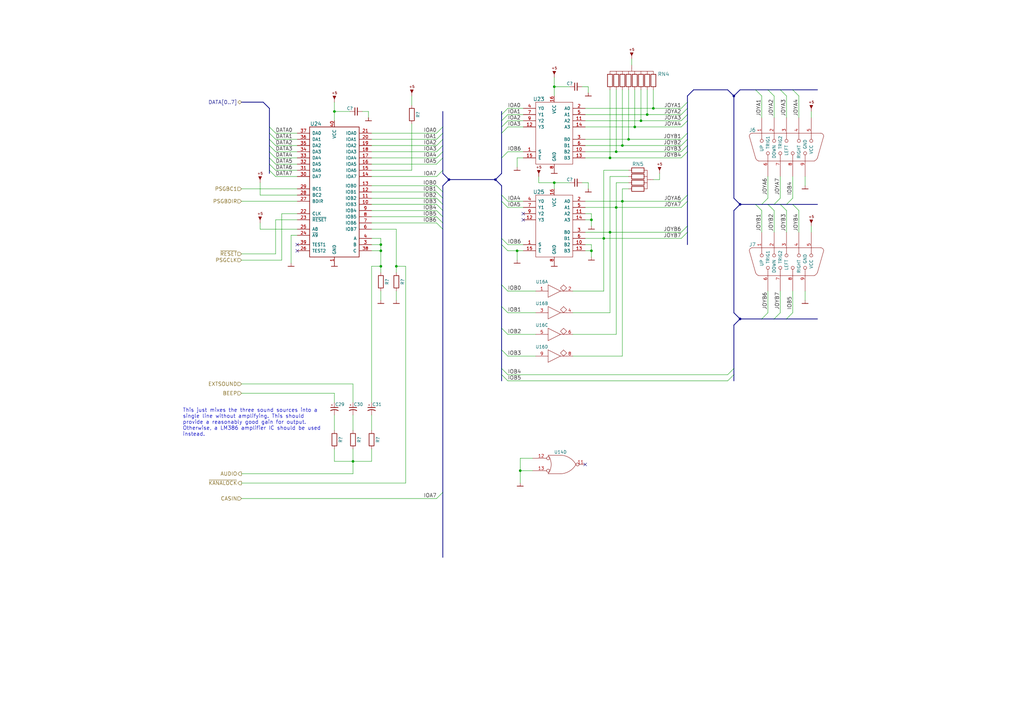
<source format=kicad_sch>
(kicad_sch (version 20211123) (generator eeschema)

  (uuid 83a363ef-2850-4113-853b-2966af02d72d)

  (paper "A3")

  (lib_symbols
    (symbol "artemisa:74HC08" (pin_names (offset 0.762) hide) (in_bom yes) (on_board yes)
      (property "Reference" "U" (id 0) (at -7.62 6.35 0)
        (effects (font (size 1.27 1.27)))
      )
      (property "Value" "74HC08" (id 1) (at -7.62 -5.08 0)
        (effects (font (size 1.27 1.27)))
      )
      (property "Footprint" "" (id 2) (at -10.16 1.905 0)
        (effects (font (size 1.27 1.27)) hide)
      )
      (property "Datasheet" "" (id 3) (at -10.16 1.905 0)
        (effects (font (size 1.27 1.27)) hide)
      )
      (symbol "74HC08_1_0"
        (text "GND" (at 1.27 -6.35 900)
          (effects (font (size 0.762 0.762)))
        )
        (text "VCC" (at 1.27 7.62 900)
          (effects (font (size 0.762 0.762)) (justify right))
        )
        (pin power_in line (at 0 7.62 270) (length 3.81)
          (name "VCC" (effects (font (size 1.27 1.27))))
          (number "14" (effects (font (size 0.762 0.762))))
        )
        (pin power_in line (at 0 -7.62 90) (length 3.81)
          (name "GND" (effects (font (size 1.27 1.27))))
          (number "7" (effects (font (size 0.762 0.762))))
        )
      )
      (symbol "74HC08_1_1"
        (polyline
          (pts
            (xy 1.27 3.81)
            (xy -5.08 3.81)
          )
          (stroke (width 0) (type default) (color 0 0 0 0))
          (fill (type none))
        )
        (polyline
          (pts
            (xy -5.08 3.81)
            (xy -5.08 -3.81)
            (xy 1.27 -3.81)
          )
          (stroke (width 0) (type default) (color 0 0 0 0))
          (fill (type none))
        )
        (arc (start 1.27 -3.81) (mid 5.08 0) (end 1.27 3.81)
          (stroke (width 0) (type default) (color 0 0 0 0))
          (fill (type none))
        )
        (pin input line (at -11.43 2.54 0) (length 6.2992)
          (name "~" (effects (font (size 1.27 1.27))))
          (number "1" (effects (font (size 1.27 1.27))))
        )
        (pin input line (at -11.43 -2.54 0) (length 6.2992)
          (name "~" (effects (font (size 1.27 1.27))))
          (number "2" (effects (font (size 1.27 1.27))))
        )
        (pin output line (at 10.16 0 180) (length 5.1054)
          (name "~" (effects (font (size 1.27 1.27))))
          (number "3" (effects (font (size 1.27 1.27))))
        )
      )
      (symbol "74HC08_1_2"
        (arc (start -5.08 -3.81) (mid -3.81 0) (end -5.08 3.81)
          (stroke (width 0) (type default) (color 0 0 0 0))
          (fill (type none))
        )
        (arc (start 0 -3.81) (mid 3.6784 -2.744) (end 6.35 0)
          (stroke (width 0) (type default) (color 0 0 0 0))
          (fill (type none))
        )
        (polyline
          (pts
            (xy -5.08 -3.81)
            (xy 0 -3.81)
          )
          (stroke (width 0) (type default) (color 0 0 0 0))
          (fill (type none))
        )
        (polyline
          (pts
            (xy -5.08 3.81)
            (xy 0 3.81)
          )
          (stroke (width 0) (type default) (color 0 0 0 0))
          (fill (type none))
        )
        (arc (start 6.35 0) (mid 3.6784 2.744) (end 0 3.81)
          (stroke (width 0) (type default) (color 0 0 0 0))
          (fill (type none))
        )
        (pin input inverted (at -11.43 2.54 0) (length 7.0104)
          (name "~" (effects (font (size 1.27 1.27))))
          (number "1" (effects (font (size 1.27 1.27))))
        )
        (pin input inverted (at -11.43 -2.54 0) (length 7.0104)
          (name "~" (effects (font (size 1.27 1.27))))
          (number "2" (effects (font (size 1.27 1.27))))
        )
        (pin output inverted (at 10.16 0 180) (length 3.81)
          (name "~" (effects (font (size 1.27 1.27))))
          (number "3" (effects (font (size 1.27 1.27))))
        )
      )
      (symbol "74HC08_2_1"
        (polyline
          (pts
            (xy 1.27 3.81)
            (xy -5.08 3.81)
          )
          (stroke (width 0) (type default) (color 0 0 0 0))
          (fill (type none))
        )
        (polyline
          (pts
            (xy -5.08 3.81)
            (xy -5.08 -3.81)
            (xy 1.27 -3.81)
          )
          (stroke (width 0) (type default) (color 0 0 0 0))
          (fill (type none))
        )
        (arc (start 1.27 -3.81) (mid 5.08 0) (end 1.27 3.81)
          (stroke (width 0) (type default) (color 0 0 0 0))
          (fill (type none))
        )
        (pin power_in line (at -2.54 3.81 90) (length 0) hide
          (name "VCC" (effects (font (size 1.016 1.016))))
          (number "14" (effects (font (size 1.016 1.016))))
        )
        (pin input line (at -11.43 2.54 0) (length 6.2992)
          (name "~" (effects (font (size 1.27 1.27))))
          (number "4" (effects (font (size 1.27 1.27))))
        )
        (pin input line (at -11.43 -2.54 0) (length 6.2992)
          (name "~" (effects (font (size 1.27 1.27))))
          (number "5" (effects (font (size 1.27 1.27))))
        )
        (pin output line (at 10.16 0 180) (length 5.1054)
          (name "~" (effects (font (size 1.27 1.27))))
          (number "6" (effects (font (size 1.27 1.27))))
        )
        (pin power_in line (at -2.54 -3.81 90) (length 0) hide
          (name "GND" (effects (font (size 1.016 1.016))))
          (number "7" (effects (font (size 1.016 1.016))))
        )
      )
      (symbol "74HC08_2_2"
        (arc (start -5.08 -3.81) (mid -3.81 0) (end -5.08 3.81)
          (stroke (width 0) (type default) (color 0 0 0 0))
          (fill (type none))
        )
        (arc (start 0 -3.81) (mid 3.6784 -2.744) (end 6.35 0)
          (stroke (width 0) (type default) (color 0 0 0 0))
          (fill (type none))
        )
        (polyline
          (pts
            (xy -5.08 -3.81)
            (xy 0 -3.81)
          )
          (stroke (width 0) (type default) (color 0 0 0 0))
          (fill (type none))
        )
        (polyline
          (pts
            (xy -5.08 3.81)
            (xy 0 3.81)
          )
          (stroke (width 0) (type default) (color 0 0 0 0))
          (fill (type none))
        )
        (arc (start 6.35 0) (mid 3.6784 2.744) (end 0 3.81)
          (stroke (width 0) (type default) (color 0 0 0 0))
          (fill (type none))
        )
        (pin input inverted (at -11.43 2.54 0) (length 7.0104)
          (name "~" (effects (font (size 1.27 1.27))))
          (number "4" (effects (font (size 1.27 1.27))))
        )
        (pin input inverted (at -11.43 -2.54 0) (length 7.0104)
          (name "~" (effects (font (size 1.27 1.27))))
          (number "5" (effects (font (size 1.27 1.27))))
        )
        (pin output inverted (at 10.16 0 180) (length 3.81)
          (name "~" (effects (font (size 1.27 1.27))))
          (number "6" (effects (font (size 1.27 1.27))))
        )
      )
      (symbol "74HC08_3_1"
        (polyline
          (pts
            (xy 1.27 3.81)
            (xy -5.08 3.81)
          )
          (stroke (width 0) (type default) (color 0 0 0 0))
          (fill (type none))
        )
        (polyline
          (pts
            (xy -5.08 3.81)
            (xy -5.08 -3.81)
            (xy 1.27 -3.81)
          )
          (stroke (width 0) (type default) (color 0 0 0 0))
          (fill (type none))
        )
        (arc (start 1.27 -3.81) (mid 5.08 0) (end 1.27 3.81)
          (stroke (width 0) (type default) (color 0 0 0 0))
          (fill (type none))
        )
        (pin input line (at -11.43 -2.54 0) (length 6.2992)
          (name "~" (effects (font (size 1.27 1.27))))
          (number "10" (effects (font (size 1.27 1.27))))
        )
        (pin power_in line (at -2.54 3.81 90) (length 0) hide
          (name "VCC" (effects (font (size 1.016 1.016))))
          (number "14" (effects (font (size 1.016 1.016))))
        )
        (pin power_in line (at -2.54 -3.81 90) (length 0) hide
          (name "GND" (effects (font (size 1.016 1.016))))
          (number "7" (effects (font (size 1.016 1.016))))
        )
        (pin output line (at 10.16 0 180) (length 5.1054)
          (name "~" (effects (font (size 1.27 1.27))))
          (number "8" (effects (font (size 1.27 1.27))))
        )
        (pin input line (at -11.43 2.54 0) (length 6.2992)
          (name "~" (effects (font (size 1.27 1.27))))
          (number "9" (effects (font (size 1.27 1.27))))
        )
      )
      (symbol "74HC08_3_2"
        (arc (start -5.08 -3.81) (mid -3.81 0) (end -5.08 3.81)
          (stroke (width 0) (type default) (color 0 0 0 0))
          (fill (type none))
        )
        (arc (start 0 -3.81) (mid 3.6784 -2.744) (end 6.35 0)
          (stroke (width 0) (type default) (color 0 0 0 0))
          (fill (type none))
        )
        (polyline
          (pts
            (xy -5.08 -3.81)
            (xy 0 -3.81)
          )
          (stroke (width 0) (type default) (color 0 0 0 0))
          (fill (type none))
        )
        (polyline
          (pts
            (xy -5.08 3.81)
            (xy 0 3.81)
          )
          (stroke (width 0) (type default) (color 0 0 0 0))
          (fill (type none))
        )
        (arc (start 6.35 0) (mid 3.6784 2.744) (end 0 3.81)
          (stroke (width 0) (type default) (color 0 0 0 0))
          (fill (type none))
        )
        (pin input inverted (at -11.43 -2.54 0) (length 7.0104)
          (name "~" (effects (font (size 1.27 1.27))))
          (number "10" (effects (font (size 1.27 1.27))))
        )
        (pin output inverted (at 10.16 0 180) (length 3.81)
          (name "~" (effects (font (size 1.27 1.27))))
          (number "8" (effects (font (size 1.27 1.27))))
        )
        (pin input inverted (at -11.43 2.54 0) (length 7.0104)
          (name "~" (effects (font (size 1.27 1.27))))
          (number "9" (effects (font (size 1.27 1.27))))
        )
      )
      (symbol "74HC08_4_1"
        (polyline
          (pts
            (xy 1.27 3.81)
            (xy -5.08 3.81)
          )
          (stroke (width 0) (type default) (color 0 0 0 0))
          (fill (type none))
        )
        (polyline
          (pts
            (xy -5.08 3.81)
            (xy -5.08 -3.81)
            (xy 1.27 -3.81)
          )
          (stroke (width 0) (type default) (color 0 0 0 0))
          (fill (type none))
        )
        (arc (start 1.27 -3.81) (mid 5.08 0) (end 1.27 3.81)
          (stroke (width 0) (type default) (color 0 0 0 0))
          (fill (type none))
        )
        (pin output line (at 10.16 0 180) (length 5.1054)
          (name "~" (effects (font (size 1.27 1.27))))
          (number "11" (effects (font (size 1.27 1.27))))
        )
        (pin input line (at -11.43 2.54 0) (length 6.2992)
          (name "~" (effects (font (size 1.27 1.27))))
          (number "12" (effects (font (size 1.27 1.27))))
        )
        (pin input line (at -11.43 -2.54 0) (length 6.2992)
          (name "~" (effects (font (size 1.27 1.27))))
          (number "13" (effects (font (size 1.27 1.27))))
        )
        (pin power_in line (at -2.54 3.81 90) (length 0) hide
          (name "VCC" (effects (font (size 1.016 1.016))))
          (number "14" (effects (font (size 1.016 1.016))))
        )
        (pin power_in line (at -2.54 -3.81 90) (length 0) hide
          (name "GND" (effects (font (size 1.016 1.016))))
          (number "7" (effects (font (size 1.016 1.016))))
        )
      )
      (symbol "74HC08_4_2"
        (arc (start -5.08 -3.81) (mid -3.81 0) (end -5.08 3.81)
          (stroke (width 0) (type default) (color 0 0 0 0))
          (fill (type none))
        )
        (arc (start 0 -3.81) (mid 3.6784 -2.744) (end 6.35 0)
          (stroke (width 0) (type default) (color 0 0 0 0))
          (fill (type none))
        )
        (polyline
          (pts
            (xy -5.08 -3.81)
            (xy 0 -3.81)
          )
          (stroke (width 0) (type default) (color 0 0 0 0))
          (fill (type none))
        )
        (polyline
          (pts
            (xy -5.08 3.81)
            (xy 0 3.81)
          )
          (stroke (width 0) (type default) (color 0 0 0 0))
          (fill (type none))
        )
        (arc (start 6.35 0) (mid 3.6784 2.744) (end 0 3.81)
          (stroke (width 0) (type default) (color 0 0 0 0))
          (fill (type none))
        )
        (pin output inverted (at 10.16 0 180) (length 3.81)
          (name "~" (effects (font (size 1.27 1.27))))
          (number "11" (effects (font (size 1.27 1.27))))
        )
        (pin input inverted (at -11.43 2.54 0) (length 7.0104)
          (name "~" (effects (font (size 1.27 1.27))))
          (number "12" (effects (font (size 1.27 1.27))))
        )
        (pin input inverted (at -11.43 -2.54 0) (length 7.0104)
          (name "~" (effects (font (size 1.27 1.27))))
          (number "13" (effects (font (size 1.27 1.27))))
        )
      )
    )
    (symbol "artemisa:74HC157" (pin_names (offset 1.016)) (in_bom yes) (on_board yes)
      (property "Reference" "U" (id 0) (at -7.62 13.97 0)
        (effects (font (size 1.524 1.524)))
      )
      (property "Value" "74HC157" (id 1) (at 6.35 -13.97 0)
        (effects (font (size 1.524 1.524)))
      )
      (property "Footprint" "" (id 2) (at 0 -13.97 0)
        (effects (font (size 1.524 1.524)) hide)
      )
      (property "Datasheet" "" (id 3) (at 0 -13.97 0)
        (effects (font (size 1.524 1.524)) hide)
      )
      (symbol "74HC157_0_1"
        (rectangle (start -7.62 12.7) (end 7.62 -12.7)
          (stroke (width 0) (type default) (color 0 0 0 0))
          (fill (type none))
        )
      )
      (symbol "74HC157_1_1"
        (pin input line (at 12.7 -7.62 180) (length 5.08)
          (name "S" (effects (font (size 1.27 1.27))))
          (number "1" (effects (font (size 1.27 1.27))))
        )
        (pin input line (at -12.7 -7.62 0) (length 5.08)
          (name "B2" (effects (font (size 1.27 1.27))))
          (number "10" (effects (font (size 1.27 1.27))))
        )
        (pin input line (at -12.7 5.08 0) (length 5.08)
          (name "A2" (effects (font (size 1.27 1.27))))
          (number "11" (effects (font (size 1.27 1.27))))
        )
        (pin output line (at 12.7 2.54 180) (length 5.08)
          (name "Y3" (effects (font (size 1.27 1.27))))
          (number "12" (effects (font (size 1.27 1.27))))
        )
        (pin input line (at -12.7 -10.16 0) (length 5.08)
          (name "B3" (effects (font (size 1.27 1.27))))
          (number "13" (effects (font (size 1.27 1.27))))
        )
        (pin input line (at -12.7 2.54 0) (length 5.08)
          (name "A3" (effects (font (size 1.27 1.27))))
          (number "14" (effects (font (size 1.27 1.27))))
        )
        (pin input line (at 12.7 -10.16 180) (length 5.08)
          (name "~{E}" (effects (font (size 1.27 1.27))))
          (number "15" (effects (font (size 1.27 1.27))))
        )
        (pin power_in line (at 0 15.24 270) (length 2.54)
          (name "VCC" (effects (font (size 1.27 1.27))))
          (number "16" (effects (font (size 1.27 1.27))))
        )
        (pin input line (at -12.7 10.16 0) (length 5.08)
          (name "A0" (effects (font (size 1.27 1.27))))
          (number "2" (effects (font (size 1.27 1.27))))
        )
        (pin input line (at -12.7 -2.54 0) (length 5.08)
          (name "B0" (effects (font (size 1.27 1.27))))
          (number "3" (effects (font (size 1.27 1.27))))
        )
        (pin output line (at 12.7 10.16 180) (length 5.08)
          (name "Y0" (effects (font (size 1.27 1.27))))
          (number "4" (effects (font (size 1.27 1.27))))
        )
        (pin input line (at -12.7 7.62 0) (length 5.08)
          (name "A1" (effects (font (size 1.27 1.27))))
          (number "5" (effects (font (size 1.27 1.27))))
        )
        (pin input line (at -12.7 -5.08 0) (length 5.08)
          (name "B1" (effects (font (size 1.27 1.27))))
          (number "6" (effects (font (size 1.27 1.27))))
        )
        (pin output line (at 12.7 7.62 180) (length 5.08)
          (name "Y1" (effects (font (size 1.27 1.27))))
          (number "7" (effects (font (size 1.27 1.27))))
        )
        (pin power_in line (at 0 -15.24 90) (length 2.54)
          (name "GND" (effects (font (size 1.27 1.27))))
          (number "8" (effects (font (size 1.27 1.27))))
        )
        (pin output line (at 12.7 5.08 180) (length 5.08)
          (name "Y2" (effects (font (size 1.27 1.27))))
          (number "9" (effects (font (size 1.27 1.27))))
        )
      )
    )
    (symbol "artemisa:74LS07" (pin_names (offset 0.762)) (in_bom yes) (on_board yes)
      (property "Reference" "U" (id 0) (at 0 3.81 0)
        (effects (font (size 1.27 1.27)))
      )
      (property "Value" "74LS07" (id 1) (at 0 -3.81 0)
        (effects (font (size 1.27 1.27)))
      )
      (property "Footprint" "" (id 2) (at 0 0 0)
        (effects (font (size 1.27 1.27)) hide)
      )
      (property "Datasheet" "" (id 3) (at 0 0 0)
        (effects (font (size 1.27 1.27)) hide)
      )
      (symbol "74LS07_1_1"
        (polyline
          (pts
            (xy -2.54 -2.54)
            (xy 2.54 0)
          )
          (stroke (width 0) (type default) (color 0 0 0 0))
          (fill (type none))
        )
        (polyline
          (pts
            (xy -2.54 0)
            (xy -2.54 -2.54)
          )
          (stroke (width 0) (type default) (color 0 0 0 0))
          (fill (type none))
        )
        (polyline
          (pts
            (xy -2.54 0)
            (xy -2.54 2.54)
          )
          (stroke (width 0) (type default) (color 0 0 0 0))
          (fill (type none))
        )
        (polyline
          (pts
            (xy 2.54 0)
            (xy -2.54 2.54)
          )
          (stroke (width 0) (type default) (color 0 0 0 0))
          (fill (type none))
        )
        (polyline
          (pts
            (xy 5.08 0)
            (xy 2.54 0)
          )
          (stroke (width 0) (type default) (color 0 0 0 0))
          (fill (type none))
        )
        (polyline
          (pts
            (xy 3.81 2.54)
            (xy 2.54 1.27)
            (xy 3.81 0)
            (xy 5.08 1.27)
            (xy 3.81 2.54)
          )
          (stroke (width 0) (type default) (color 0 0 0 0))
          (fill (type none))
        )
        (pin input line (at -7.62 0 0) (length 5.0038)
          (name "~" (effects (font (size 1.27 1.27))))
          (number "1" (effects (font (size 1.27 1.27))))
        )
        (pin open_collector line (at 7.62 0 180) (length 2.54)
          (name "~" (effects (font (size 1.27 1.27))))
          (number "2" (effects (font (size 1.27 1.27))))
        )
      )
      (symbol "74LS07_2_1"
        (polyline
          (pts
            (xy -2.54 -2.54)
            (xy 2.54 0)
          )
          (stroke (width 0) (type default) (color 0 0 0 0))
          (fill (type none))
        )
        (polyline
          (pts
            (xy -2.54 0)
            (xy -2.54 -2.54)
          )
          (stroke (width 0) (type default) (color 0 0 0 0))
          (fill (type none))
        )
        (polyline
          (pts
            (xy -2.54 0)
            (xy -2.54 2.54)
          )
          (stroke (width 0) (type default) (color 0 0 0 0))
          (fill (type none))
        )
        (polyline
          (pts
            (xy 2.54 0)
            (xy -2.54 2.54)
          )
          (stroke (width 0) (type default) (color 0 0 0 0))
          (fill (type none))
        )
        (polyline
          (pts
            (xy 5.08 0)
            (xy 2.54 0)
          )
          (stroke (width 0) (type default) (color 0 0 0 0))
          (fill (type none))
        )
        (polyline
          (pts
            (xy 3.81 2.54)
            (xy 2.54 1.27)
            (xy 3.81 0)
            (xy 5.08 1.27)
            (xy 3.81 2.54)
          )
          (stroke (width 0) (type default) (color 0 0 0 0))
          (fill (type none))
        )
        (pin input line (at -7.62 0 0) (length 5.0038)
          (name "~" (effects (font (size 1.27 1.27))))
          (number "3" (effects (font (size 1.27 1.27))))
        )
        (pin open_collector line (at 7.62 0 180) (length 2.54)
          (name "~" (effects (font (size 1.27 1.27))))
          (number "4" (effects (font (size 1.27 1.27))))
        )
      )
      (symbol "74LS07_3_1"
        (polyline
          (pts
            (xy -2.54 -2.54)
            (xy 2.54 0)
          )
          (stroke (width 0) (type default) (color 0 0 0 0))
          (fill (type none))
        )
        (polyline
          (pts
            (xy -2.54 0)
            (xy -2.54 -2.54)
          )
          (stroke (width 0) (type default) (color 0 0 0 0))
          (fill (type none))
        )
        (polyline
          (pts
            (xy -2.54 0)
            (xy -2.54 2.54)
          )
          (stroke (width 0) (type default) (color 0 0 0 0))
          (fill (type none))
        )
        (polyline
          (pts
            (xy 2.54 0)
            (xy -2.54 2.54)
          )
          (stroke (width 0) (type default) (color 0 0 0 0))
          (fill (type none))
        )
        (polyline
          (pts
            (xy 5.08 0)
            (xy 2.54 0)
          )
          (stroke (width 0) (type default) (color 0 0 0 0))
          (fill (type none))
        )
        (polyline
          (pts
            (xy 3.81 2.54)
            (xy 2.54 1.27)
            (xy 3.81 0)
            (xy 5.08 1.27)
            (xy 3.81 2.54)
          )
          (stroke (width 0) (type default) (color 0 0 0 0))
          (fill (type none))
        )
        (pin input line (at -7.62 0 0) (length 5.0038)
          (name "~" (effects (font (size 1.27 1.27))))
          (number "5" (effects (font (size 1.27 1.27))))
        )
        (pin open_collector line (at 7.62 0 180) (length 2.54)
          (name "~" (effects (font (size 1.27 1.27))))
          (number "6" (effects (font (size 1.27 1.27))))
        )
      )
      (symbol "74LS07_4_1"
        (polyline
          (pts
            (xy -2.54 -2.54)
            (xy 2.54 0)
          )
          (stroke (width 0) (type default) (color 0 0 0 0))
          (fill (type none))
        )
        (polyline
          (pts
            (xy -2.54 0)
            (xy -2.54 -2.54)
          )
          (stroke (width 0) (type default) (color 0 0 0 0))
          (fill (type none))
        )
        (polyline
          (pts
            (xy -2.54 0)
            (xy -2.54 2.54)
          )
          (stroke (width 0) (type default) (color 0 0 0 0))
          (fill (type none))
        )
        (polyline
          (pts
            (xy 2.54 0)
            (xy -2.54 2.54)
          )
          (stroke (width 0) (type default) (color 0 0 0 0))
          (fill (type none))
        )
        (polyline
          (pts
            (xy 5.08 0)
            (xy 2.54 0)
          )
          (stroke (width 0) (type default) (color 0 0 0 0))
          (fill (type none))
        )
        (polyline
          (pts
            (xy 3.81 2.54)
            (xy 2.54 1.27)
            (xy 3.81 0)
            (xy 5.08 1.27)
            (xy 3.81 2.54)
          )
          (stroke (width 0) (type default) (color 0 0 0 0))
          (fill (type none))
        )
        (pin open_collector line (at 7.62 0 180) (length 2.54)
          (name "~" (effects (font (size 1.27 1.27))))
          (number "8" (effects (font (size 1.27 1.27))))
        )
        (pin input line (at -7.62 0 0) (length 5.0038)
          (name "~" (effects (font (size 1.27 1.27))))
          (number "9" (effects (font (size 1.27 1.27))))
        )
      )
      (symbol "74LS07_5_1"
        (polyline
          (pts
            (xy -2.54 -2.54)
            (xy 2.54 0)
          )
          (stroke (width 0) (type default) (color 0 0 0 0))
          (fill (type none))
        )
        (polyline
          (pts
            (xy -2.54 0)
            (xy -2.54 -2.54)
          )
          (stroke (width 0) (type default) (color 0 0 0 0))
          (fill (type none))
        )
        (polyline
          (pts
            (xy -2.54 0)
            (xy -2.54 2.54)
          )
          (stroke (width 0) (type default) (color 0 0 0 0))
          (fill (type none))
        )
        (polyline
          (pts
            (xy 2.54 0)
            (xy -2.54 2.54)
          )
          (stroke (width 0) (type default) (color 0 0 0 0))
          (fill (type none))
        )
        (polyline
          (pts
            (xy 5.08 0)
            (xy 2.54 0)
          )
          (stroke (width 0) (type default) (color 0 0 0 0))
          (fill (type none))
        )
        (polyline
          (pts
            (xy 3.81 2.54)
            (xy 2.54 1.27)
            (xy 3.81 0)
            (xy 5.08 1.27)
            (xy 3.81 2.54)
          )
          (stroke (width 0) (type default) (color 0 0 0 0))
          (fill (type none))
        )
        (pin open_collector line (at 7.62 0 180) (length 2.54)
          (name "~" (effects (font (size 1.27 1.27))))
          (number "10" (effects (font (size 1.27 1.27))))
        )
        (pin input line (at -7.62 0 0) (length 5.0038)
          (name "~" (effects (font (size 1.27 1.27))))
          (number "11" (effects (font (size 1.27 1.27))))
        )
      )
      (symbol "74LS07_6_1"
        (polyline
          (pts
            (xy -2.54 -2.54)
            (xy 2.54 0)
          )
          (stroke (width 0) (type default) (color 0 0 0 0))
          (fill (type none))
        )
        (polyline
          (pts
            (xy -2.54 0)
            (xy -2.54 -2.54)
          )
          (stroke (width 0) (type default) (color 0 0 0 0))
          (fill (type none))
        )
        (polyline
          (pts
            (xy -2.54 0)
            (xy -2.54 2.54)
          )
          (stroke (width 0) (type default) (color 0 0 0 0))
          (fill (type none))
        )
        (polyline
          (pts
            (xy 2.54 0)
            (xy -2.54 2.54)
          )
          (stroke (width 0) (type default) (color 0 0 0 0))
          (fill (type none))
        )
        (polyline
          (pts
            (xy 5.08 0)
            (xy 2.54 0)
          )
          (stroke (width 0) (type default) (color 0 0 0 0))
          (fill (type none))
        )
        (polyline
          (pts
            (xy 3.81 2.54)
            (xy 2.54 1.27)
            (xy 3.81 0)
            (xy 5.08 1.27)
            (xy 3.81 2.54)
          )
          (stroke (width 0) (type default) (color 0 0 0 0))
          (fill (type none))
        )
        (pin open_collector line (at 7.62 0 180) (length 2.54)
          (name "~" (effects (font (size 1.27 1.27))))
          (number "12" (effects (font (size 1.27 1.27))))
        )
        (pin input line (at -7.62 0 0) (length 5.0038)
          (name "~" (effects (font (size 1.27 1.27))))
          (number "13" (effects (font (size 1.27 1.27))))
        )
      )
      (symbol "74LS07_7_0"
        (pin power_in line (at 0 7.62 270) (length 2.54)
          (name "VCC" (effects (font (size 1.27 1.27))))
          (number "14" (effects (font (size 1.27 1.27))))
        )
      )
      (symbol "74LS07_7_1"
        (rectangle (start -3.81 -5.08) (end 3.81 5.08)
          (stroke (width 0) (type default) (color 0 0 0 0))
          (fill (type none))
        )
        (pin power_in line (at 0 -7.62 90) (length 2.54)
          (name "GND" (effects (font (size 1.27 1.27))))
          (number "7" (effects (font (size 1.27 1.27))))
        )
      )
    )
    (symbol "artemisa:AY-3-8910" (pin_names (offset 1.016)) (in_bom yes) (on_board yes)
      (property "Reference" "U" (id 0) (at 7.62 29.21 0)
        (effects (font (size 1.524 1.524)))
      )
      (property "Value" "AY-3-8910" (id 1) (at 7.62 -26.67 0)
        (effects (font (size 1.524 1.524)))
      )
      (property "Footprint" "" (id 2) (at 0 -3.81 0)
        (effects (font (size 1.524 1.524)) hide)
      )
      (property "Datasheet" "" (id 3) (at 0 -3.81 0)
        (effects (font (size 1.524 1.524)) hide)
      )
      (symbol "AY-3-8910_0_1"
        (rectangle (start -10.16 27.94) (end 10.16 -25.4)
          (stroke (width 0.254) (type default) (color 0 0 0 0))
          (fill (type none))
        )
      )
      (symbol "AY-3-8910_1_1"
        (pin power_in line (at 0 -27.94 90) (length 2.54)
          (name "GND" (effects (font (size 1.27 1.27))))
          (number "1" (effects (font (size 1.27 1.27))))
        )
        (pin bidirectional line (at 15.24 -3.81 180) (length 5.08)
          (name "IOB3" (effects (font (size 1.27 1.27))))
          (number "10" (effects (font (size 1.27 1.27))))
        )
        (pin bidirectional line (at 15.24 -1.27 180) (length 5.08)
          (name "IOB2" (effects (font (size 1.27 1.27))))
          (number "11" (effects (font (size 1.27 1.27))))
        )
        (pin bidirectional line (at 15.24 1.27 180) (length 5.08)
          (name "IOB1" (effects (font (size 1.27 1.27))))
          (number "12" (effects (font (size 1.27 1.27))))
        )
        (pin bidirectional line (at 15.24 3.81 180) (length 5.08)
          (name "IOB0" (effects (font (size 1.27 1.27))))
          (number "13" (effects (font (size 1.27 1.27))))
        )
        (pin bidirectional line (at 15.24 7.62 180) (length 5.08)
          (name "IOA7" (effects (font (size 1.27 1.27))))
          (number "14" (effects (font (size 1.27 1.27))))
        )
        (pin bidirectional line (at 15.24 10.16 180) (length 5.08)
          (name "IOA6" (effects (font (size 1.27 1.27))))
          (number "15" (effects (font (size 1.27 1.27))))
        )
        (pin bidirectional line (at 15.24 12.7 180) (length 5.08)
          (name "IOA5" (effects (font (size 1.27 1.27))))
          (number "16" (effects (font (size 1.27 1.27))))
        )
        (pin bidirectional line (at 15.24 15.24 180) (length 5.08)
          (name "IOA4" (effects (font (size 1.27 1.27))))
          (number "17" (effects (font (size 1.27 1.27))))
        )
        (pin bidirectional line (at 15.24 17.78 180) (length 5.08)
          (name "IOA3" (effects (font (size 1.27 1.27))))
          (number "18" (effects (font (size 1.27 1.27))))
        )
        (pin bidirectional line (at 15.24 20.32 180) (length 5.08)
          (name "IOA2" (effects (font (size 1.27 1.27))))
          (number "19" (effects (font (size 1.27 1.27))))
        )
        (pin no_connect line (at -3.81 33.02 270) (length 5.08) hide
          (name "NC" (effects (font (size 1.27 1.27))))
          (number "2" (effects (font (size 1.27 1.27))))
        )
        (pin bidirectional line (at 15.24 22.86 180) (length 5.08)
          (name "IOA1" (effects (font (size 1.27 1.27))))
          (number "20" (effects (font (size 1.27 1.27))))
        )
        (pin bidirectional line (at 15.24 25.4 180) (length 5.08)
          (name "IOA0" (effects (font (size 1.27 1.27))))
          (number "21" (effects (font (size 1.27 1.27))))
        )
        (pin input line (at -15.24 -7.62 0) (length 5.08)
          (name "CLK" (effects (font (size 1.27 1.27))))
          (number "22" (effects (font (size 1.27 1.27))))
        )
        (pin input line (at -15.24 -10.16 0) (length 5.08)
          (name "~{RESET}" (effects (font (size 1.27 1.27))))
          (number "23" (effects (font (size 1.27 1.27))))
        )
        (pin input line (at -15.24 -16.51 0) (length 5.08)
          (name "~{A9}" (effects (font (size 1.27 1.27))))
          (number "24" (effects (font (size 1.27 1.27))))
        )
        (pin input line (at -15.24 -13.97 0) (length 5.08)
          (name "A8" (effects (font (size 1.27 1.27))))
          (number "25" (effects (font (size 1.27 1.27))))
        )
        (pin output line (at -15.24 -22.86 0) (length 5.08)
          (name "TEST2" (effects (font (size 1.27 1.27))))
          (number "26" (effects (font (size 1.27 1.27))))
        )
        (pin input line (at -15.24 -2.54 0) (length 5.08)
          (name "BDIR" (effects (font (size 1.27 1.27))))
          (number "27" (effects (font (size 1.27 1.27))))
        )
        (pin input line (at -15.24 0 0) (length 5.08)
          (name "BC2" (effects (font (size 1.27 1.27))))
          (number "28" (effects (font (size 1.27 1.27))))
        )
        (pin input line (at -15.24 2.54 0) (length 5.08)
          (name "BC1" (effects (font (size 1.27 1.27))))
          (number "29" (effects (font (size 1.27 1.27))))
        )
        (pin passive line (at 15.24 -20.32 180) (length 5.08)
          (name "B" (effects (font (size 1.27 1.27))))
          (number "3" (effects (font (size 1.27 1.27))))
        )
        (pin input line (at -15.24 7.62 0) (length 5.08)
          (name "DA7" (effects (font (size 1.27 1.27))))
          (number "30" (effects (font (size 1.27 1.27))))
        )
        (pin input line (at -15.24 10.16 0) (length 5.08)
          (name "DA6" (effects (font (size 1.27 1.27))))
          (number "31" (effects (font (size 1.27 1.27))))
        )
        (pin input line (at -15.24 12.7 0) (length 5.08)
          (name "DA5" (effects (font (size 1.27 1.27))))
          (number "32" (effects (font (size 1.27 1.27))))
        )
        (pin input line (at -15.24 15.24 0) (length 5.08)
          (name "DA4" (effects (font (size 1.27 1.27))))
          (number "33" (effects (font (size 1.27 1.27))))
        )
        (pin input line (at -15.24 17.78 0) (length 5.08)
          (name "DA3" (effects (font (size 1.27 1.27))))
          (number "34" (effects (font (size 1.27 1.27))))
        )
        (pin input line (at -15.24 20.32 0) (length 5.08)
          (name "DA2" (effects (font (size 1.27 1.27))))
          (number "35" (effects (font (size 1.27 1.27))))
        )
        (pin input line (at -15.24 22.86 0) (length 5.08)
          (name "DA1" (effects (font (size 1.27 1.27))))
          (number "36" (effects (font (size 1.27 1.27))))
        )
        (pin input line (at -15.24 25.4 0) (length 5.08)
          (name "DA0" (effects (font (size 1.27 1.27))))
          (number "37" (effects (font (size 1.27 1.27))))
        )
        (pin passive line (at 15.24 -22.86 180) (length 5.08)
          (name "C" (effects (font (size 1.27 1.27))))
          (number "38" (effects (font (size 1.27 1.27))))
        )
        (pin output line (at -15.24 -20.32 0) (length 5.08)
          (name "TEST1" (effects (font (size 1.27 1.27))))
          (number "39" (effects (font (size 1.27 1.27))))
        )
        (pin output line (at 15.24 -17.78 180) (length 5.08)
          (name "A" (effects (font (size 1.27 1.27))))
          (number "4" (effects (font (size 1.27 1.27))))
        )
        (pin power_in line (at 0 30.48 270) (length 2.54)
          (name "VCC" (effects (font (size 1.27 1.27))))
          (number "40" (effects (font (size 1.27 1.27))))
        )
        (pin no_connect line (at 3.81 33.02 270) (length 5.08) hide
          (name "NC" (effects (font (size 1.27 1.27))))
          (number "5" (effects (font (size 1.27 1.27))))
        )
        (pin bidirectional line (at 15.24 -13.97 180) (length 5.08)
          (name "IOB7" (effects (font (size 1.27 1.27))))
          (number "6" (effects (font (size 1.27 1.27))))
        )
        (pin bidirectional line (at 15.24 -11.43 180) (length 5.08)
          (name "IOB6" (effects (font (size 1.27 1.27))))
          (number "7" (effects (font (size 1.27 1.27))))
        )
        (pin bidirectional line (at 15.24 -8.89 180) (length 5.08)
          (name "IOB5" (effects (font (size 1.27 1.27))))
          (number "8" (effects (font (size 1.27 1.27))))
        )
        (pin bidirectional line (at 15.24 -6.35 180) (length 5.08)
          (name "IOB4" (effects (font (size 1.27 1.27))))
          (number "9" (effects (font (size 1.27 1.27))))
        )
      )
    )
    (symbol "artemisa:CONN_JOY" (pin_names (offset 1.016)) (in_bom yes) (on_board yes)
      (property "Reference" "J" (id 0) (at -13.97 7.62 0)
        (effects (font (size 1.524 1.524)))
      )
      (property "Value" "CONN_JOY" (id 1) (at 16.51 7.62 0)
        (effects (font (size 1.524 1.524)))
      )
      (property "Footprint" "" (id 2) (at 0 -1.27 0)
        (effects (font (size 1.524 1.524)) hide)
      )
      (property "Datasheet" "" (id 3) (at 0 -1.27 0)
        (effects (font (size 1.524 1.524)) hide)
      )
      (symbol "CONN_JOY_0_1"
        (arc (start -13.97 6.35) (mid -14.8846 5.9871) (end -15.24 5.08)
          (stroke (width 0) (type default) (color 0 0 0 0))
          (fill (type none))
        )
        (arc (start -12.7 -3.81) (mid -12.2149 -4.5949) (end -11.43 -5.08)
          (stroke (width 0) (type default) (color 0 0 0 0))
          (fill (type none))
        )
        (polyline
          (pts
            (xy -13.97 6.35)
            (xy 13.97 6.35)
          )
          (stroke (width 0) (type default) (color 0 0 0 0))
          (fill (type none))
        )
        (polyline
          (pts
            (xy -12.7 -3.81)
            (xy -15.24 5.08)
          )
          (stroke (width 0) (type default) (color 0 0 0 0))
          (fill (type none))
        )
        (polyline
          (pts
            (xy 11.43 -5.08)
            (xy -11.43 -5.08)
          )
          (stroke (width 0) (type default) (color 0 0 0 0))
          (fill (type none))
        )
        (polyline
          (pts
            (xy 15.24 5.08)
            (xy 12.7 -3.81)
          )
          (stroke (width 0) (type default) (color 0 0 0 0))
          (fill (type none))
        )
        (arc (start 11.43 -5.08) (mid 12.168 -4.548) (end 12.7 -3.81)
          (stroke (width 0) (type default) (color 0 0 0 0))
          (fill (type none))
        )
        (arc (start 15.24 5.08) (mid 14.8666 5.9688) (end 13.97 6.35)
          (stroke (width 0) (type default) (color 0 0 0 0))
          (fill (type none))
        )
      )
      (symbol "CONN_JOY_1_1"
        (pin output inverted (at -10.16 12.7 270) (length 10.16)
          (name "UP" (effects (font (size 1.27 1.27))))
          (number "1" (effects (font (size 1.27 1.27))))
        )
        (pin output inverted (at -5.08 12.7 270) (length 10.16)
          (name "DOWN" (effects (font (size 1.27 1.27))))
          (number "2" (effects (font (size 1.27 1.27))))
        )
        (pin output inverted (at 0 12.7 270) (length 10.16)
          (name "LEFT" (effects (font (size 1.27 1.27))))
          (number "3" (effects (font (size 1.27 1.27))))
        )
        (pin output inverted (at 5.08 12.7 270) (length 10.16)
          (name "RIGHT" (effects (font (size 1.27 1.27))))
          (number "4" (effects (font (size 1.27 1.27))))
        )
        (pin power_in inverted (at 10.16 12.7 270) (length 10.16)
          (name "VCC" (effects (font (size 1.27 1.27))))
          (number "5" (effects (font (size 1.27 1.27))))
        )
        (pin bidirectional inverted (at -7.62 -11.43 90) (length 10.16)
          (name "TRIG1" (effects (font (size 1.27 1.27))))
          (number "6" (effects (font (size 1.27 1.27))))
        )
        (pin bidirectional inverted (at -2.54 -11.43 90) (length 10.16)
          (name "TRIG2" (effects (font (size 1.27 1.27))))
          (number "7" (effects (font (size 1.27 1.27))))
        )
        (pin input inverted (at 2.54 -11.43 90) (length 10.16)
          (name "~" (effects (font (size 1.27 1.27))))
          (number "8" (effects (font (size 1.27 1.27))))
        )
        (pin power_in inverted (at 7.62 -11.43 90) (length 10.16)
          (name "GND" (effects (font (size 1.27 1.27))))
          (number "9" (effects (font (size 1.27 1.27))))
        )
      )
    )
    (symbol "artemisa:CP" (pin_numbers hide) (pin_names (offset 0.254) hide) (in_bom yes) (on_board yes)
      (property "Reference" "C" (id 0) (at 0.254 1.778 0)
        (effects (font (size 1.27 1.27)) (justify left))
      )
      (property "Value" "CP" (id 1) (at 0.254 -2.032 0)
        (effects (font (size 1.27 1.27)) (justify left))
      )
      (property "Footprint" "" (id 2) (at 0 0 0)
        (effects (font (size 1.27 1.27)) hide)
      )
      (property "Datasheet" "" (id 3) (at 0 0 0)
        (effects (font (size 1.27 1.27)) hide)
      )
      (property "ki_fp_filters" "CP_*" (id 4) (at 0 0 0)
        (effects (font (size 1.27 1.27)) hide)
      )
      (symbol "CP_0_1"
        (polyline
          (pts
            (xy -1.524 0.508)
            (xy 1.524 0.508)
          )
          (stroke (width 0.3048) (type default) (color 0 0 0 0))
          (fill (type none))
        )
        (polyline
          (pts
            (xy -1.27 1.524)
            (xy -0.762 1.524)
          )
          (stroke (width 0) (type default) (color 0 0 0 0))
          (fill (type none))
        )
        (polyline
          (pts
            (xy -1.016 1.27)
            (xy -1.016 1.778)
          )
          (stroke (width 0) (type default) (color 0 0 0 0))
          (fill (type none))
        )
        (arc (start 1.524 -0.762) (mid 0 -0.3734) (end -1.524 -0.762)
          (stroke (width 0.3048) (type default) (color 0 0 0 0))
          (fill (type none))
        )
      )
      (symbol "CP_1_1"
        (pin passive line (at 0 2.54 270) (length 2.032)
          (name "~" (effects (font (size 1.27 1.27))))
          (number "1" (effects (font (size 1.27 1.27))))
        )
        (pin passive line (at 0 -2.54 90) (length 2.032)
          (name "~" (effects (font (size 1.27 1.27))))
          (number "2" (effects (font (size 1.27 1.27))))
        )
      )
    )
    (symbol "artemisa:Cap" (pin_numbers hide) (pin_names (offset 0.254) hide) (in_bom yes) (on_board yes)
      (property "Reference" "C" (id 0) (at 0.254 1.778 0)
        (effects (font (size 1.27 1.27)) (justify left))
      )
      (property "Value" "Cap" (id 1) (at 0.254 -2.032 0)
        (effects (font (size 1.27 1.27)) (justify left))
      )
      (property "Footprint" "" (id 2) (at 0 0 0)
        (effects (font (size 1.27 1.27)) hide)
      )
      (property "Datasheet" "" (id 3) (at 0 0 0)
        (effects (font (size 1.27 1.27)) hide)
      )
      (property "ki_fp_filters" "C_*" (id 4) (at 0 0 0)
        (effects (font (size 1.27 1.27)) hide)
      )
      (symbol "Cap_0_1"
        (polyline
          (pts
            (xy -1.524 -0.508)
            (xy 1.524 -0.508)
          )
          (stroke (width 0.3302) (type default) (color 0 0 0 0))
          (fill (type none))
        )
        (polyline
          (pts
            (xy -1.524 0.508)
            (xy 1.524 0.508)
          )
          (stroke (width 0.3048) (type default) (color 0 0 0 0))
          (fill (type none))
        )
      )
      (symbol "Cap_1_1"
        (pin passive line (at 0 2.54 270) (length 2.032)
          (name "~" (effects (font (size 1.27 1.27))))
          (number "1" (effects (font (size 1.27 1.27))))
        )
        (pin passive line (at 0 -2.54 90) (length 2.032)
          (name "~" (effects (font (size 1.27 1.27))))
          (number "2" (effects (font (size 1.27 1.27))))
        )
      )
    )
    (symbol "artemisa:GND" (power) (pin_numbers hide) (pin_names (offset 0) hide) (in_bom yes) (on_board yes)
      (property "Reference" "#PWR" (id 0) (at 0 -2.54 0)
        (effects (font (size 1.524 1.524)) hide)
      )
      (property "Value" "GND" (id 1) (at 0 2.54 0)
        (effects (font (size 1.524 1.524)) hide)
      )
      (property "Footprint" "" (id 2) (at 0 0 0)
        (effects (font (size 1.524 1.524)) hide)
      )
      (property "Datasheet" "" (id 3) (at 0 0 0)
        (effects (font (size 1.524 1.524)) hide)
      )
      (symbol "GND_0_1"
        (polyline
          (pts
            (xy -1.27 -1.27)
            (xy 1.27 -1.27)
          )
          (stroke (width 0.254) (type default) (color 0 0 0 0))
          (fill (type none))
        )
      )
      (symbol "GND_1_1"
        (pin power_in line (at 0 0 270) (length 1.27)
          (name "GND" (effects (font (size 1.27 1.27))))
          (number "~" (effects (font (size 1.27 1.27))))
        )
      )
    )
    (symbol "artemisa:R" (pin_numbers hide) (pin_names (offset 1.016)) (in_bom yes) (on_board yes)
      (property "Reference" "R" (id 0) (at 0 -2.54 0)
        (effects (font (size 1.524 1.524)))
      )
      (property "Value" "R" (id 1) (at 0 0 0)
        (effects (font (size 1.016 1.016)))
      )
      (property "Footprint" "" (id 2) (at 0 0 90)
        (effects (font (size 1.524 1.524)) hide)
      )
      (property "Datasheet" "" (id 3) (at 0 0 90)
        (effects (font (size 1.524 1.524)) hide)
      )
      (symbol "R_1_1"
        (rectangle (start 2.54 -1.016) (end -2.54 1.016)
          (stroke (width 0.254) (type default) (color 0 0 0 0))
          (fill (type none))
        )
        (pin passive line (at -3.81 0 0) (length 1.27)
          (name "~" (effects (font (size 1.27 1.27))))
          (number "1" (effects (font (size 1.27 1.27))))
        )
        (pin passive line (at 3.81 0 180) (length 1.27)
          (name "~" (effects (font (size 1.27 1.27))))
          (number "2" (effects (font (size 1.27 1.27))))
        )
      )
    )
    (symbol "artemisa:RN4" (pin_numbers hide) (pin_names (offset 1.016) hide) (in_bom yes) (on_board yes)
      (property "Reference" "RN" (id 0) (at 3.81 5.08 0)
        (effects (font (size 1.524 1.524)))
      )
      (property "Value" "RN4" (id 1) (at -5.08 5.08 0)
        (effects (font (size 1.524 1.524)))
      )
      (property "Footprint" "" (id 2) (at 2.54 -1.905 0)
        (effects (font (size 1.524 1.524)) hide)
      )
      (property "Datasheet" "" (id 3) (at 2.54 -1.905 0)
        (effects (font (size 1.524 1.524)) hide)
      )
      (symbol "RN4_0_1"
        (polyline
          (pts
            (xy -3.81 2.54)
            (xy -3.81 3.81)
          )
          (stroke (width 0) (type default) (color 0 0 0 0))
          (fill (type none))
        )
        (polyline
          (pts
            (xy -3.81 3.81)
            (xy 3.81 3.81)
          )
          (stroke (width 0) (type default) (color 0 0 0 0))
          (fill (type none))
        )
        (polyline
          (pts
            (xy -1.27 2.54)
            (xy -1.27 3.81)
          )
          (stroke (width 0) (type default) (color 0 0 0 0))
          (fill (type none))
        )
        (polyline
          (pts
            (xy 0 5.08)
            (xy 0 3.81)
          )
          (stroke (width 0) (type default) (color 0 0 0 0))
          (fill (type none))
        )
        (polyline
          (pts
            (xy 1.27 2.54)
            (xy 1.27 3.81)
          )
          (stroke (width 0) (type default) (color 0 0 0 0))
          (fill (type none))
        )
        (polyline
          (pts
            (xy 3.81 2.54)
            (xy 3.81 3.81)
          )
          (stroke (width 0) (type default) (color 0 0 0 0))
          (fill (type none))
        )
      )
      (symbol "RN4_0_2"
        (polyline
          (pts
            (xy -3.81 3.81)
            (xy 3.81 3.81)
          )
          (stroke (width 0) (type default) (color 0 0 0 0))
          (fill (type none))
        )
        (polyline
          (pts
            (xy -3.81 3.81)
            (xy -6.35 3.81)
            (xy -6.35 -2.54)
          )
          (stroke (width 0) (type default) (color 0 0 0 0))
          (fill (type none))
        )
      )
      (symbol "RN4_1_1"
        (rectangle (start -4.826 -2.54) (end -2.794 2.54)
          (stroke (width 0.254) (type default) (color 0 0 0 0))
          (fill (type none))
        )
        (rectangle (start -2.286 -2.54) (end -0.254 2.54)
          (stroke (width 0.254) (type default) (color 0 0 0 0))
          (fill (type none))
        )
        (rectangle (start 0.254 -2.54) (end 2.286 2.54)
          (stroke (width 0.254) (type default) (color 0 0 0 0))
          (fill (type none))
        )
        (rectangle (start 2.794 -2.54) (end 4.826 2.54)
          (stroke (width 0.254) (type default) (color 0 0 0 0))
          (fill (type none))
        )
        (pin passive line (at 0 6.35 270) (length 1.27)
          (name "~" (effects (font (size 1.27 1.27))))
          (number "1" (effects (font (size 1.27 1.27))))
        )
        (pin passive line (at -3.81 -3.81 90) (length 1.27)
          (name "~" (effects (font (size 1.27 1.27))))
          (number "2" (effects (font (size 1.27 1.27))))
        )
        (pin passive line (at -1.27 -3.81 90) (length 1.27)
          (name "~" (effects (font (size 1.27 1.27))))
          (number "3" (effects (font (size 1.27 1.27))))
        )
        (pin passive line (at 1.27 -3.81 90) (length 1.27)
          (name "~" (effects (font (size 1.27 1.27))))
          (number "4" (effects (font (size 1.27 1.27))))
        )
        (pin passive line (at 3.81 -3.81 90) (length 1.27)
          (name "~" (effects (font (size 1.27 1.27))))
          (number "5" (effects (font (size 1.27 1.27))))
        )
      )
      (symbol "RN4_1_2"
        (rectangle (start -4.826 -2.54) (end -2.794 2.54)
          (stroke (width 0.254) (type default) (color 0 0 0 0))
          (fill (type none))
        )
        (rectangle (start -2.286 -2.54) (end -0.254 2.54)
          (stroke (width 0.254) (type default) (color 0 0 0 0))
          (fill (type none))
        )
        (polyline
          (pts
            (xy -3.81 2.54)
            (xy -3.81 3.81)
          )
          (stroke (width 0) (type default) (color 0 0 0 0))
          (fill (type none))
        )
        (polyline
          (pts
            (xy -1.27 2.54)
            (xy -1.27 3.81)
          )
          (stroke (width 0) (type default) (color 0 0 0 0))
          (fill (type none))
        )
        (polyline
          (pts
            (xy 1.27 2.54)
            (xy 1.27 3.81)
          )
          (stroke (width 0) (type default) (color 0 0 0 0))
          (fill (type none))
        )
        (polyline
          (pts
            (xy 3.81 2.54)
            (xy 3.81 3.81)
          )
          (stroke (width 0) (type default) (color 0 0 0 0))
          (fill (type none))
        )
        (rectangle (start 0.254 -2.54) (end 2.286 2.54)
          (stroke (width 0.254) (type default) (color 0 0 0 0))
          (fill (type none))
        )
        (rectangle (start 2.794 -2.54) (end 4.826 2.54)
          (stroke (width 0.254) (type default) (color 0 0 0 0))
          (fill (type none))
        )
        (pin passive line (at -6.35 -3.81 90) (length 1.27)
          (name "~" (effects (font (size 1.27 1.27))))
          (number "1" (effects (font (size 1.27 1.27))))
        )
        (pin passive line (at -3.81 -3.81 90) (length 1.27)
          (name "~" (effects (font (size 1.27 1.27))))
          (number "2" (effects (font (size 1.27 1.27))))
        )
        (pin passive line (at -1.27 -3.81 90) (length 1.27)
          (name "~" (effects (font (size 1.27 1.27))))
          (number "3" (effects (font (size 1.27 1.27))))
        )
        (pin passive line (at 1.27 -3.81 90) (length 1.27)
          (name "~" (effects (font (size 1.27 1.27))))
          (number "4" (effects (font (size 1.27 1.27))))
        )
        (pin passive line (at 3.81 -3.81 90) (length 1.27)
          (name "~" (effects (font (size 1.27 1.27))))
          (number "5" (effects (font (size 1.27 1.27))))
        )
      )
    )
    (symbol "artemisa:RN8" (pin_numbers hide) (pin_names (offset 1.016) hide) (in_bom yes) (on_board yes)
      (property "Reference" "RN" (id 0) (at 7.62 5.08 0)
        (effects (font (size 1.524 1.524)))
      )
      (property "Value" "RN8" (id 1) (at -8.89 5.08 0)
        (effects (font (size 1.524 1.524)))
      )
      (property "Footprint" "" (id 2) (at -7.62 -1.905 0)
        (effects (font (size 1.524 1.524)) hide)
      )
      (property "Datasheet" "" (id 3) (at -7.62 -1.905 0)
        (effects (font (size 1.524 1.524)) hide)
      )
      (symbol "RN8_0_1"
        (polyline
          (pts
            (xy -8.89 2.54)
            (xy -8.89 3.81)
          )
          (stroke (width 0) (type default) (color 0 0 0 0))
          (fill (type none))
        )
        (polyline
          (pts
            (xy -6.35 2.54)
            (xy -6.35 3.81)
          )
          (stroke (width 0) (type default) (color 0 0 0 0))
          (fill (type none))
        )
        (polyline
          (pts
            (xy -3.81 2.54)
            (xy -3.81 3.81)
          )
          (stroke (width 0) (type default) (color 0 0 0 0))
          (fill (type none))
        )
        (polyline
          (pts
            (xy -1.27 2.54)
            (xy -1.27 3.81)
          )
          (stroke (width 0) (type default) (color 0 0 0 0))
          (fill (type none))
        )
        (polyline
          (pts
            (xy 0 5.08)
            (xy 0 3.81)
          )
          (stroke (width 0) (type default) (color 0 0 0 0))
          (fill (type none))
        )
        (polyline
          (pts
            (xy 1.27 2.54)
            (xy 1.27 3.81)
          )
          (stroke (width 0) (type default) (color 0 0 0 0))
          (fill (type none))
        )
        (polyline
          (pts
            (xy 3.81 2.54)
            (xy 3.81 3.81)
          )
          (stroke (width 0) (type default) (color 0 0 0 0))
          (fill (type none))
        )
        (polyline
          (pts
            (xy 6.35 2.54)
            (xy 6.35 3.81)
          )
          (stroke (width 0) (type default) (color 0 0 0 0))
          (fill (type none))
        )
        (polyline
          (pts
            (xy 8.89 2.54)
            (xy 8.89 3.81)
          )
          (stroke (width 0) (type default) (color 0 0 0 0))
          (fill (type none))
        )
        (polyline
          (pts
            (xy 8.89 3.81)
            (xy -8.89 3.81)
          )
          (stroke (width 0) (type default) (color 0 0 0 0))
          (fill (type none))
        )
      )
      (symbol "RN8_0_2"
        (polyline
          (pts
            (xy -13.97 3.81)
            (xy -8.89 3.81)
          )
          (stroke (width 0) (type default) (color 0 0 0 0))
          (fill (type none))
        )
        (polyline
          (pts
            (xy -13.97 3.81)
            (xy -16.51 3.81)
            (xy -16.51 -2.54)
          )
          (stroke (width 0) (type default) (color 0 0 0 0))
          (fill (type none))
        )
      )
      (symbol "RN8_1_1"
        (rectangle (start -9.906 -2.54) (end -7.874 2.54)
          (stroke (width 0.254) (type default) (color 0 0 0 0))
          (fill (type none))
        )
        (rectangle (start -7.366 -2.54) (end -5.334 2.54)
          (stroke (width 0.254) (type default) (color 0 0 0 0))
          (fill (type none))
        )
        (rectangle (start -4.826 -2.54) (end -2.794 2.54)
          (stroke (width 0.254) (type default) (color 0 0 0 0))
          (fill (type none))
        )
        (rectangle (start -2.286 -2.54) (end -0.254 2.54)
          (stroke (width 0.254) (type default) (color 0 0 0 0))
          (fill (type none))
        )
        (rectangle (start 0.254 -2.54) (end 2.286 2.54)
          (stroke (width 0.254) (type default) (color 0 0 0 0))
          (fill (type none))
        )
        (rectangle (start 2.794 -2.54) (end 4.826 2.54)
          (stroke (width 0.254) (type default) (color 0 0 0 0))
          (fill (type none))
        )
        (rectangle (start 5.334 -2.54) (end 7.366 2.54)
          (stroke (width 0.254) (type default) (color 0 0 0 0))
          (fill (type none))
        )
        (rectangle (start 7.874 -2.54) (end 9.906 2.54)
          (stroke (width 0.254) (type default) (color 0 0 0 0))
          (fill (type none))
        )
        (pin passive line (at 0 6.35 270) (length 1.27)
          (name "~" (effects (font (size 1.27 1.27))))
          (number "1" (effects (font (size 1.27 1.27))))
        )
        (pin passive line (at -8.89 -3.81 90) (length 1.27)
          (name "~" (effects (font (size 1.27 1.27))))
          (number "2" (effects (font (size 1.27 1.27))))
        )
        (pin passive line (at -6.35 -3.81 90) (length 1.27)
          (name "~" (effects (font (size 1.27 1.27))))
          (number "3" (effects (font (size 1.27 1.27))))
        )
        (pin passive line (at -3.81 -3.81 90) (length 1.27)
          (name "~" (effects (font (size 1.27 1.27))))
          (number "4" (effects (font (size 1.27 1.27))))
        )
        (pin passive line (at -1.27 -3.81 90) (length 1.27)
          (name "~" (effects (font (size 1.27 1.27))))
          (number "5" (effects (font (size 1.27 1.27))))
        )
        (pin passive line (at 1.27 -3.81 90) (length 1.27)
          (name "~" (effects (font (size 1.27 1.27))))
          (number "6" (effects (font (size 1.27 1.27))))
        )
        (pin passive line (at 3.81 -3.81 90) (length 1.27)
          (name "~" (effects (font (size 1.27 1.27))))
          (number "7" (effects (font (size 1.27 1.27))))
        )
        (pin passive line (at 6.35 -3.81 90) (length 1.27)
          (name "~" (effects (font (size 1.27 1.27))))
          (number "8" (effects (font (size 1.27 1.27))))
        )
        (pin passive line (at 8.89 -3.81 90) (length 1.27)
          (name "~" (effects (font (size 1.27 1.27))))
          (number "9" (effects (font (size 1.27 1.27))))
        )
      )
      (symbol "RN8_1_2"
        (rectangle (start -9.906 -2.54) (end -7.874 2.54)
          (stroke (width 0.254) (type default) (color 0 0 0 0))
          (fill (type none))
        )
        (rectangle (start -7.366 -2.54) (end -5.334 2.54)
          (stroke (width 0.254) (type default) (color 0 0 0 0))
          (fill (type none))
        )
        (rectangle (start -4.826 -2.54) (end -2.794 2.54)
          (stroke (width 0.254) (type default) (color 0 0 0 0))
          (fill (type none))
        )
        (rectangle (start -2.286 -2.54) (end -0.254 2.54)
          (stroke (width 0.254) (type default) (color 0 0 0 0))
          (fill (type none))
        )
        (polyline
          (pts
            (xy -8.89 2.54)
            (xy -8.89 3.81)
          )
          (stroke (width 0) (type default) (color 0 0 0 0))
          (fill (type none))
        )
        (polyline
          (pts
            (xy -6.35 2.54)
            (xy -6.35 3.81)
          )
          (stroke (width 0) (type default) (color 0 0 0 0))
          (fill (type none))
        )
        (polyline
          (pts
            (xy -3.81 2.54)
            (xy -3.81 3.81)
          )
          (stroke (width 0) (type default) (color 0 0 0 0))
          (fill (type none))
        )
        (polyline
          (pts
            (xy -1.27 2.54)
            (xy -1.27 3.81)
          )
          (stroke (width 0) (type default) (color 0 0 0 0))
          (fill (type none))
        )
        (polyline
          (pts
            (xy 1.27 2.54)
            (xy 1.27 3.81)
          )
          (stroke (width 0) (type default) (color 0 0 0 0))
          (fill (type none))
        )
        (polyline
          (pts
            (xy 3.81 2.54)
            (xy 3.81 3.81)
          )
          (stroke (width 0) (type default) (color 0 0 0 0))
          (fill (type none))
        )
        (polyline
          (pts
            (xy 6.35 2.54)
            (xy 6.35 3.81)
          )
          (stroke (width 0) (type default) (color 0 0 0 0))
          (fill (type none))
        )
        (polyline
          (pts
            (xy 8.89 2.54)
            (xy 8.89 3.81)
          )
          (stroke (width 0) (type default) (color 0 0 0 0))
          (fill (type none))
        )
        (polyline
          (pts
            (xy 8.89 3.81)
            (xy -8.89 3.81)
          )
          (stroke (width 0) (type default) (color 0 0 0 0))
          (fill (type none))
        )
        (rectangle (start 0.254 -2.54) (end 2.286 2.54)
          (stroke (width 0.254) (type default) (color 0 0 0 0))
          (fill (type none))
        )
        (rectangle (start 2.794 -2.54) (end 4.826 2.54)
          (stroke (width 0.254) (type default) (color 0 0 0 0))
          (fill (type none))
        )
        (rectangle (start 5.334 -2.54) (end 7.366 2.54)
          (stroke (width 0.254) (type default) (color 0 0 0 0))
          (fill (type none))
        )
        (rectangle (start 7.874 -2.54) (end 9.906 2.54)
          (stroke (width 0.254) (type default) (color 0 0 0 0))
          (fill (type none))
        )
        (pin passive line (at -16.51 -3.81 90) (length 1.27)
          (name "~" (effects (font (size 1.27 1.27))))
          (number "1" (effects (font (size 1.27 1.27))))
        )
        (pin passive line (at -8.89 -3.81 90) (length 1.27)
          (name "~" (effects (font (size 1.27 1.27))))
          (number "2" (effects (font (size 1.27 1.27))))
        )
        (pin passive line (at -6.35 -3.81 90) (length 1.27)
          (name "~" (effects (font (size 1.27 1.27))))
          (number "3" (effects (font (size 1.27 1.27))))
        )
        (pin passive line (at -3.81 -3.81 90) (length 1.27)
          (name "~" (effects (font (size 1.27 1.27))))
          (number "4" (effects (font (size 1.27 1.27))))
        )
        (pin passive line (at -1.27 -3.81 90) (length 1.27)
          (name "~" (effects (font (size 1.27 1.27))))
          (number "5" (effects (font (size 1.27 1.27))))
        )
        (pin passive line (at 1.27 -3.81 90) (length 1.27)
          (name "~" (effects (font (size 1.27 1.27))))
          (number "6" (effects (font (size 1.27 1.27))))
        )
        (pin passive line (at 3.81 -3.81 90) (length 1.27)
          (name "~" (effects (font (size 1.27 1.27))))
          (number "7" (effects (font (size 1.27 1.27))))
        )
        (pin passive line (at 6.35 -3.81 90) (length 1.27)
          (name "~" (effects (font (size 1.27 1.27))))
          (number "8" (effects (font (size 1.27 1.27))))
        )
        (pin passive line (at 8.89 -3.81 90) (length 1.27)
          (name "~" (effects (font (size 1.27 1.27))))
          (number "9" (effects (font (size 1.27 1.27))))
        )
      )
    )
    (symbol "artemisa:VCC" (power) (pin_numbers hide) (pin_names (offset 0) hide) (in_bom yes) (on_board yes)
      (property "Reference" "#PWR" (id 0) (at 0 -1.27 0)
        (effects (font (size 1.524 1.524)) hide)
      )
      (property "Value" "VCC" (id 1) (at 0 6.35 0)
        (effects (font (size 1.524 1.524)) hide)
      )
      (property "Footprint" "" (id 2) (at 0 0 0)
        (effects (font (size 1.524 1.524)) hide)
      )
      (property "Datasheet" "" (id 3) (at 0 0 0)
        (effects (font (size 1.524 1.524)) hide)
      )
      (symbol "VCC_0_0"
        (text "+5" (at 0 3.81 0)
          (effects (font (size 1.016 1.016)))
        )
      )
      (symbol "VCC_0_1"
        (polyline
          (pts
            (xy 0 1.27)
            (xy 0.635 2.54)
            (xy -0.635 2.54)
            (xy 0 1.27)
          )
          (stroke (width 0) (type default) (color 0 0 0 0))
          (fill (type outline))
        )
      )
      (symbol "VCC_1_1"
        (pin power_in line (at 0 0 90) (length 1.27)
          (name "~" (effects (font (size 1.27 1.27))))
          (number "~" (effects (font (size 1.27 1.27))))
        )
      )
    )
  )

  (junction (at 227.33 74.93) (diameter 0) (color 0 0 0 0)
    (uuid 0379ca40-a8b5-41c6-a6e3-6a60b06d346b)
  )
  (junction (at 255.27 59.69) (diameter 0) (color 0 0 0 0)
    (uuid 0a79db37-f1d9-40b1-a24d-8bdfb8f637e2)
  )
  (junction (at 203.2 73.66) (diameter 0) (color 0 0 0 0)
    (uuid 15f9f0da-b70e-44e5-a556-118f15c5b3c9)
  )
  (junction (at 162.56 109.22) (diameter 0) (color 0 0 0 0)
    (uuid 1f01b2a1-9ae4-4793-9d17-5ed5c0966b9f)
  )
  (junction (at 184.15 73.66) (diameter 0) (color 0 0 0 0)
    (uuid 244378a4-0ae8-45dc-8d8b-2cdab6257252)
  )
  (junction (at 250.19 95.25) (diameter 0) (color 0 0 0 0)
    (uuid 2e1d63b8-5189-41bb-8b6a-c4ada546b2d5)
  )
  (junction (at 212.09 102.87) (diameter 0) (color 0 0 0 0)
    (uuid 2ec9be40-1d5a-4e2d-8a4d-4be2d3c079d5)
  )
  (junction (at 255.27 82.55) (diameter 0) (color 0 0 0 0)
    (uuid 2f33286e-7553-4442-acf0-23c61fcd6ab0)
  )
  (junction (at 144.78 189.23) (diameter 0) (color 0 0 0 0)
    (uuid 312474c5-a081-4cd1-b2e6-730f0718514a)
  )
  (junction (at 257.81 57.15) (diameter 0) (color 0 0 0 0)
    (uuid 315d2b15-cfe6-4672-b3ad-24773f3df12c)
  )
  (junction (at 252.73 85.09) (diameter 0) (color 0 0 0 0)
    (uuid 47484446-e64c-4a82-88af-15de92cf6ad4)
  )
  (junction (at 213.36 193.04) (diameter 0) (color 0 0 0 0)
    (uuid 4be2b882-65e4-4552-9482-9d622928de2f)
  )
  (junction (at 260.35 52.07) (diameter 0) (color 0 0 0 0)
    (uuid 5a319d05-1a85-43fe-a179-ebcee7212a03)
  )
  (junction (at 303.53 130.81) (diameter 0) (color 0 0 0 0)
    (uuid 5d415a7e-4f6a-4136-aabb-40423e249c07)
  )
  (junction (at 247.65 97.79) (diameter 0) (color 0 0 0 0)
    (uuid 7114de55-86d9-46c1-a412-07f5eb895435)
  )
  (junction (at 137.16 45.72) (diameter 0) (color 0 0 0 0)
    (uuid 751752b1-1f0f-490c-ba43-2d34c357b41e)
  )
  (junction (at 262.89 49.53) (diameter 0) (color 0 0 0 0)
    (uuid 80ace02d-cb21-4f08-bc25-572a9e56ff99)
  )
  (junction (at 265.43 46.99) (diameter 0) (color 0 0 0 0)
    (uuid 82907d2e-4560-49c2-9cfc-01b127317195)
  )
  (junction (at 227.33 35.56) (diameter 0) (color 0 0 0 0)
    (uuid 87f44303-a6e8-48e5-bb6d-f89abb09a999)
  )
  (junction (at 156.21 109.22) (diameter 0) (color 0 0 0 0)
    (uuid 905b154b-e92b-469d-b2e2-340d67daddb7)
  )
  (junction (at 300.99 39.37) (diameter 0) (color 0 0 0 0)
    (uuid 9ef1878b-d9e0-40a1-8a39-790b6c7302c6)
  )
  (junction (at 267.97 44.45) (diameter 0) (color 0 0 0 0)
    (uuid ab34b936-8ca5-4be1-8599-504cb86609fc)
  )
  (junction (at 156.21 100.33) (diameter 0) (color 0 0 0 0)
    (uuid bc204c79-0619-4b16-889d-335bfdd71ce0)
  )
  (junction (at 242.57 90.17) (diameter 0) (color 0 0 0 0)
    (uuid cfcae4a3-5d05-48fe-9a5f-9dcd4da4bd65)
  )
  (junction (at 156.21 102.87) (diameter 0) (color 0 0 0 0)
    (uuid d04eabf5-018b-4006-a739-ce16277681b7)
  )
  (junction (at 242.57 102.87) (diameter 0) (color 0 0 0 0)
    (uuid d5a7688c-7438-4b6d-999f-4f2a3cb18fd6)
  )
  (junction (at 252.73 62.23) (diameter 0) (color 0 0 0 0)
    (uuid d5c86a84-6c8b-48b5-b583-2fe7052421ab)
  )
  (junction (at 250.19 64.77) (diameter 0) (color 0 0 0 0)
    (uuid edb2db40-12f7-45b3-a514-2a1299ac0231)
  )
  (junction (at 303.53 83.82) (diameter 0) (color 0 0 0 0)
    (uuid f262ae55-055d-4209-ace7-75cdfbe3c92e)
  )

  (no_connect (at 214.63 87.63) (uuid 0fc912fd-5036-4a55-b598-a9af40810824))
  (no_connect (at 121.92 102.87) (uuid 2d16cb66-2809-411d-912c-d3db0f48bd04))
  (no_connect (at 121.92 100.33) (uuid 7806469b-c133-4e19-b2d5-f2b690b4b2f3))
  (no_connect (at 240.03 190.5) (uuid 8fbab3d0-cb5e-47c7-8764-6fa3c0e4e5f7))
  (no_connect (at 214.63 90.17) (uuid e0b36e60-bb2b-489c-a764-1b81e551ce62))

  (bus_entry (at 181.61 54.61) (size -2.54 2.54)
    (stroke (width 0) (type default) (color 0 0 0 0))
    (uuid 01109662-12b4-48a3-b68d-624008909c2a)
  )
  (bus_entry (at 281.94 59.69) (size -2.54 2.54)
    (stroke (width 0) (type default) (color 0 0 0 0))
    (uuid 01c59306-91a3-452b-92b5-9af8f8f257d6)
  )
  (bus_entry (at 179.07 81.28) (size 2.54 2.54)
    (stroke (width 0) (type default) (color 0 0 0 0))
    (uuid 046ca2d8-3ca1-4c64-8090-c45e9adcf30e)
  )
  (bus_entry (at 181.61 62.23) (size -2.54 2.54)
    (stroke (width 0) (type default) (color 0 0 0 0))
    (uuid 04d60995-4f82-4f17-8f82-2f27a0a779cc)
  )
  (bus_entry (at 110.49 69.85) (size 2.54 2.54)
    (stroke (width 0) (type default) (color 0 0 0 0))
    (uuid 0938c137-668b-4d2f-b92b-cadb1df72bdb)
  )
  (bus_entry (at 322.58 130.81) (size 2.54 -2.54)
    (stroke (width 0) (type default) (color 0 0 0 0))
    (uuid 105d44ff-63b9-4299-9078-473af583971a)
  )
  (bus_entry (at 205.74 134.62) (size 2.54 2.54)
    (stroke (width 0) (type default) (color 0 0 0 0))
    (uuid 153169ce-9fac-4868-bc4e-e1381c5bb726)
  )
  (bus_entry (at 281.94 95.25) (size -2.54 2.54)
    (stroke (width 0) (type default) (color 0 0 0 0))
    (uuid 15a5a11b-0ea1-4f6e-b356-cc2d530615ed)
  )
  (bus_entry (at 208.28 62.23) (size -2.54 2.54)
    (stroke (width 0) (type default) (color 0 0 0 0))
    (uuid 1765d6b9-ca0e-49c2-8c3c-8ab35eb3909b)
  )
  (bus_entry (at 205.74 143.51) (size 2.54 2.54)
    (stroke (width 0) (type default) (color 0 0 0 0))
    (uuid 18dee026-9999-4f10-8c36-736131349406)
  )
  (bus_entry (at 205.74 153.67) (size 2.54 2.54)
    (stroke (width 0) (type default) (color 0 0 0 0))
    (uuid 21ca1c08-b8a3-4bdc-9356-70a4d86ee444)
  )
  (bus_entry (at 322.58 83.82) (size 2.54 -2.54)
    (stroke (width 0) (type default) (color 0 0 0 0))
    (uuid 26296271-780a-4da9-8e69-910d9240bca1)
  )
  (bus_entry (at 205.74 125.73) (size 2.54 2.54)
    (stroke (width 0) (type default) (color 0 0 0 0))
    (uuid 29987966-1d19-4068-93f6-a61cdfb40ffa)
  )
  (bus_entry (at 179.07 83.82) (size 2.54 2.54)
    (stroke (width 0) (type default) (color 0 0 0 0))
    (uuid 2e6b1f7e-e4c3-43a1-ae90-c85aa40696d5)
  )
  (bus_entry (at 179.07 91.44) (size 2.54 2.54)
    (stroke (width 0) (type default) (color 0 0 0 0))
    (uuid 35343f32-90ff-4059-a108-111fb444c3d2)
  )
  (bus_entry (at 281.94 80.01) (size -2.54 2.54)
    (stroke (width 0) (type default) (color 0 0 0 0))
    (uuid 3f43c2dc-daa2-45ba-b8ca-7ae5aebed882)
  )
  (bus_entry (at 181.61 64.77) (size -2.54 2.54)
    (stroke (width 0) (type default) (color 0 0 0 0))
    (uuid 40b38567-9d6a-4691-bccf-1b4dbe39957b)
  )
  (bus_entry (at 208.28 46.99) (size -2.54 2.54)
    (stroke (width 0) (type default) (color 0 0 0 0))
    (uuid 414f80f7-b2d5-43c3-a018-819efe44fe30)
  )
  (bus_entry (at 110.49 54.61) (size 2.54 2.54)
    (stroke (width 0) (type default) (color 0 0 0 0))
    (uuid 444b2eaf-241d-42e5-8717-27a83d099c5b)
  )
  (bus_entry (at 208.28 49.53) (size -2.54 2.54)
    (stroke (width 0) (type default) (color 0 0 0 0))
    (uuid 494d4ce3-60c4-4021-8bd1-ab41a12b14ed)
  )
  (bus_entry (at 312.42 130.81) (size 2.54 -2.54)
    (stroke (width 0) (type default) (color 0 0 0 0))
    (uuid 51f5536d-48d2-4807-be44-93f427952b0e)
  )
  (bus_entry (at 281.94 44.45) (size -2.54 2.54)
    (stroke (width 0) (type default) (color 0 0 0 0))
    (uuid 524d7aa8-362f-459a-b2ae-4ca2a0b1612b)
  )
  (bus_entry (at 181.61 52.07) (size -2.54 2.54)
    (stroke (width 0) (type default) (color 0 0 0 0))
    (uuid 5a889284-4c9f-49be-8f02-e43e18550914)
  )
  (bus_entry (at 312.42 83.82) (size 2.54 -2.54)
    (stroke (width 0) (type default) (color 0 0 0 0))
    (uuid 5c1d6842-15a5-4f73-b198-8836681840a1)
  )
  (bus_entry (at 181.61 59.69) (size -2.54 2.54)
    (stroke (width 0) (type default) (color 0 0 0 0))
    (uuid 621c8eb9-ae87-439a-b350-badb5d559a5a)
  )
  (bus_entry (at 205.74 80.01) (size 2.54 2.54)
    (stroke (width 0) (type default) (color 0 0 0 0))
    (uuid 680c3e83-f590-4924-85a1-36d51b076683)
  )
  (bus_entry (at 314.96 83.82) (size 2.54 2.54)
    (stroke (width 0) (type default) (color 0 0 0 0))
    (uuid 6a25c4e1-7129-430c-892b-6eecb6ffdb47)
  )
  (bus_entry (at 179.07 88.9) (size 2.54 2.54)
    (stroke (width 0) (type default) (color 0 0 0 0))
    (uuid 6e77d4d6-0239-4c20-98f8-23ae4f71d638)
  )
  (bus_entry (at 320.04 36.83) (size 2.54 2.54)
    (stroke (width 0) (type default) (color 0 0 0 0))
    (uuid 71a9f036-1f13-462e-ac9e-81caaaa7f807)
  )
  (bus_entry (at 110.49 52.07) (size 2.54 2.54)
    (stroke (width 0) (type default) (color 0 0 0 0))
    (uuid 7255cbd1-8d38-4545-be9a-7fc5488ef942)
  )
  (bus_entry (at 205.74 100.33) (size 2.54 2.54)
    (stroke (width 0) (type default) (color 0 0 0 0))
    (uuid 7b75907b-b2ae-4362-89fa-d520339aaa5c)
  )
  (bus_entry (at 309.88 36.83) (size 2.54 2.54)
    (stroke (width 0) (type default) (color 0 0 0 0))
    (uuid 7ce4aab5-8271-4432-a4b1-bff168293b45)
  )
  (bus_entry (at 181.61 69.85) (size -2.54 2.54)
    (stroke (width 0) (type default) (color 0 0 0 0))
    (uuid 8385d9f6-6997-423b-b38d-d0ab00c45f3f)
  )
  (bus_entry (at 208.28 52.07) (size -2.54 2.54)
    (stroke (width 0) (type default) (color 0 0 0 0))
    (uuid 84febc35-87fd-4cad-8e04-2b66390cfc12)
  )
  (bus_entry (at 179.07 78.74) (size 2.54 2.54)
    (stroke (width 0) (type default) (color 0 0 0 0))
    (uuid 87a0ffb1-5477-4b20-a3ac-fef5af129a33)
  )
  (bus_entry (at 179.07 76.2) (size 2.54 2.54)
    (stroke (width 0) (type default) (color 0 0 0 0))
    (uuid 89bd1fdd-6a91-474e-8495-7a2ba7eb6260)
  )
  (bus_entry (at 325.12 83.82) (size 2.54 2.54)
    (stroke (width 0) (type default) (color 0 0 0 0))
    (uuid 8efe6411-1919-4082-b5b8-393585e068c8)
  )
  (bus_entry (at 281.94 46.99) (size -2.54 2.54)
    (stroke (width 0) (type default) (color 0 0 0 0))
    (uuid 8fd0b33a-45bf-4216-9d7e-a62e1c071730)
  )
  (bus_entry (at 181.61 201.93) (size -2.54 2.54)
    (stroke (width 0) (type default) (color 0 0 0 0))
    (uuid 9404ce4c-2ce6-4f88-8062-13577800d257)
  )
  (bus_entry (at 309.88 83.82) (size 2.54 2.54)
    (stroke (width 0) (type default) (color 0 0 0 0))
    (uuid 96ee9b8e-4543-4639-b9ea-44b8baaaf94e)
  )
  (bus_entry (at 320.04 83.82) (size 2.54 2.54)
    (stroke (width 0) (type default) (color 0 0 0 0))
    (uuid a08c061a-7f5b-4909-b673-0d0a59a012a3)
  )
  (bus_entry (at 208.28 44.45) (size -2.54 2.54)
    (stroke (width 0) (type default) (color 0 0 0 0))
    (uuid a419542a-0c78-421e-9ac7-81d3afba6186)
  )
  (bus_entry (at 281.94 57.15) (size -2.54 2.54)
    (stroke (width 0) (type default) (color 0 0 0 0))
    (uuid a4911204-1308-4d17-90a9-1ff5f9c57c9b)
  )
  (bus_entry (at 298.45 156.21) (size 2.54 -2.54)
    (stroke (width 0) (type default) (color 0 0 0 0))
    (uuid a7c83b25-afbd-4974-8870-387db8f81a5c)
  )
  (bus_entry (at 317.5 83.82) (size 2.54 -2.54)
    (stroke (width 0) (type default) (color 0 0 0 0))
    (uuid a819bf9a-0c8b-443a-b488-e5f1395d77ad)
  )
  (bus_entry (at 205.74 116.84) (size 2.54 2.54)
    (stroke (width 0) (type default) (color 0 0 0 0))
    (uuid ab0ea55a-63b3-4ece-836d-2844713a821f)
  )
  (bus_entry (at 314.96 36.83) (size 2.54 2.54)
    (stroke (width 0) (type default) (color 0 0 0 0))
    (uuid ac8576da-4e00-41a0-9609-eb655e96e10b)
  )
  (bus_entry (at 281.94 41.91) (size -2.54 2.54)
    (stroke (width 0) (type default) (color 0 0 0 0))
    (uuid b5cea0b5-192f-476b-a3c8-0c26e2231699)
  )
  (bus_entry (at 317.5 130.81) (size 2.54 -2.54)
    (stroke (width 0) (type default) (color 0 0 0 0))
    (uuid b6924901-677d-424a-a3f4-52c8dd1fa5f5)
  )
  (bus_entry (at 325.12 36.83) (size 2.54 2.54)
    (stroke (width 0) (type default) (color 0 0 0 0))
    (uuid b83b087e-7ec9-44e7-a1c9-81d5d26bbf79)
  )
  (bus_entry (at 179.07 86.36) (size 2.54 2.54)
    (stroke (width 0) (type default) (color 0 0 0 0))
    (uuid b853d9ac-7829-468f-99ac-dc9996502e94)
  )
  (bus_entry (at 281.94 92.71) (size -2.54 2.54)
    (stroke (width 0) (type default) (color 0 0 0 0))
    (uuid c482f4f0-b441-4301-a9f1-c7f9e511d699)
  )
  (bus_entry (at 298.45 153.67) (size 2.54 -2.54)
    (stroke (width 0) (type default) (color 0 0 0 0))
    (uuid c7db4903-f95a-49f5-bcce-c52f0ca8defc)
  )
  (bus_entry (at 110.49 59.69) (size 2.54 2.54)
    (stroke (width 0) (type default) (color 0 0 0 0))
    (uuid d4e4ffa8-e3e2-4590-b9df-630d1880f3e4)
  )
  (bus_entry (at 110.49 57.15) (size 2.54 2.54)
    (stroke (width 0) (type default) (color 0 0 0 0))
    (uuid d8dc9b6c-67d0-4a0d-a791-6f7d43ef3652)
  )
  (bus_entry (at 110.49 67.31) (size 2.54 2.54)
    (stroke (width 0) (type default) (color 0 0 0 0))
    (uuid dde4c43d-f33e-48ba-86f3-779fdfce00c2)
  )
  (bus_entry (at 205.74 82.55) (size 2.54 2.54)
    (stroke (width 0) (type default) (color 0 0 0 0))
    (uuid e07e1653-d05d-4bf2-bea3-6515a06de065)
  )
  (bus_entry (at 281.94 82.55) (size -2.54 2.54)
    (stroke (width 0) (type default) (color 0 0 0 0))
    (uuid e1fe6230-75c5-4750-aaea-24a9b80589d8)
  )
  (bus_entry (at 205.74 97.79) (size 2.54 2.54)
    (stroke (width 0) (type default) (color 0 0 0 0))
    (uuid e7893166-2c2c-41b4-bd84-76ebc2e06551)
  )
  (bus_entry (at 281.94 62.23) (size -2.54 2.54)
    (stroke (width 0) (type default) (color 0 0 0 0))
    (uuid ef3a2f4c-5879-4e98-ad30-6b8614410fba)
  )
  (bus_entry (at 281.94 54.61) (size -2.54 2.54)
    (stroke (width 0) (type default) (color 0 0 0 0))
    (uuid f240e733-157e-4a15-812f-78f42d8a8322)
  )
  (bus_entry (at 205.74 151.13) (size 2.54 2.54)
    (stroke (width 0) (type default) (color 0 0 0 0))
    (uuid f8a90052-1a8b-4ce5-a1fd-87db944dceac)
  )
  (bus_entry (at 181.61 57.15) (size -2.54 2.54)
    (stroke (width 0) (type default) (color 0 0 0 0))
    (uuid fab1abc4-c49d-4b88-8c7f-939d7feb7b6c)
  )
  (bus_entry (at 110.49 62.23) (size 2.54 2.54)
    (stroke (width 0) (type default) (color 0 0 0 0))
    (uuid fbb5e77c-4b41-4796-ad13-1b9e2bbc3c81)
  )
  (bus_entry (at 281.94 49.53) (size -2.54 2.54)
    (stroke (width 0) (type default) (color 0 0 0 0))
    (uuid fc13962a-a464-4fa2-b9a6-4c26667104ee)
  )
  (bus_entry (at 110.49 64.77) (size 2.54 2.54)
    (stroke (width 0) (type default) (color 0 0 0 0))
    (uuid fdc57161-f7f8-4584-b0ec-8c1aa24339c6)
  )

  (bus (pts (xy 181.61 57.15) (xy 181.61 59.69))
    (stroke (width 0) (type default) (color 0 0 0 0))
    (uuid 00c55c1c-0cba-4f17-bcf3-9b5b05423d3b)
  )

  (wire (pts (xy 152.4 100.33) (xy 156.21 100.33))
    (stroke (width 0) (type default) (color 0 0 0 0))
    (uuid 017667a9-f5de-49c7-af53-4f9af2f3a311)
  )
  (bus (pts (xy 205.74 49.53) (xy 205.74 52.07))
    (stroke (width 0) (type default) (color 0 0 0 0))
    (uuid 01960b21-575a-4d3d-b069-91e54760a01e)
  )

  (wire (pts (xy 99.06 204.47) (xy 179.07 204.47))
    (stroke (width 0) (type default) (color 0 0 0 0))
    (uuid 02491520-945f-40c4-9160-4e5db9ac115d)
  )
  (wire (pts (xy 179.07 86.36) (xy 152.4 86.36))
    (stroke (width 0) (type default) (color 0 0 0 0))
    (uuid 042fe62b-53aa-4e86-97d0-9ccb1e16a895)
  )
  (wire (pts (xy 144.78 189.23) (xy 144.78 194.31))
    (stroke (width 0) (type default) (color 0 0 0 0))
    (uuid 056788ec-4ecf-4826-b996-bd884a6442a0)
  )
  (wire (pts (xy 156.21 123.19) (xy 156.21 119.38))
    (stroke (width 0) (type default) (color 0 0 0 0))
    (uuid 058e77a4-10af-4bc8-a984-5984d3bbee4c)
  )
  (wire (pts (xy 179.07 72.39) (xy 152.4 72.39))
    (stroke (width 0) (type default) (color 0 0 0 0))
    (uuid 05e45f00-3c6b-4c0c-9ffb-3fe26fcda007)
  )
  (wire (pts (xy 166.37 109.22) (xy 166.37 198.12))
    (stroke (width 0) (type default) (color 0 0 0 0))
    (uuid 0674c5a1-ca4b-4b6b-aa60-3847e1a37d52)
  )
  (bus (pts (xy 281.94 62.23) (xy 281.94 80.01))
    (stroke (width 0) (type default) (color 0 0 0 0))
    (uuid 071b894b-1c6b-479b-a0ea-39e03282b25c)
  )

  (wire (pts (xy 208.28 156.21) (xy 298.45 156.21))
    (stroke (width 0) (type default) (color 0 0 0 0))
    (uuid 08926936-9ea4-4894-afca-caca47f3c238)
  )
  (bus (pts (xy 281.94 54.61) (xy 281.94 57.15))
    (stroke (width 0) (type default) (color 0 0 0 0))
    (uuid 08bbe74e-336e-46fb-bf46-95e809a2c1f8)
  )
  (bus (pts (xy 205.74 97.79) (xy 205.74 100.33))
    (stroke (width 0) (type default) (color 0 0 0 0))
    (uuid 08ce8577-efd1-4e27-befb-b8dbf3ece86e)
  )

  (wire (pts (xy 144.78 157.48) (xy 144.78 165.1))
    (stroke (width 0) (type default) (color 0 0 0 0))
    (uuid 094dc71e-7ea9-4e30-8ba7-749216ec2a8b)
  )
  (bus (pts (xy 300.99 133.35) (xy 300.99 151.13))
    (stroke (width 0) (type default) (color 0 0 0 0))
    (uuid 0aa1e38d-f07a-4820-b628-a171234563bb)
  )
  (bus (pts (xy 322.58 130.81) (xy 335.28 130.81))
    (stroke (width 0) (type default) (color 0 0 0 0))
    (uuid 0bf800eb-f2d5-423e-8b19-520ef2f4a155)
  )

  (wire (pts (xy 240.03 95.25) (xy 250.19 95.25))
    (stroke (width 0) (type default) (color 0 0 0 0))
    (uuid 0c9bbc06-f1c0-4359-8448-9c515b32a886)
  )
  (wire (pts (xy 137.16 45.72) (xy 137.16 49.53))
    (stroke (width 0) (type default) (color 0 0 0 0))
    (uuid 0e416ef5-3e03-4fa4-b2a6-3ab634a5ee03)
  )
  (wire (pts (xy 242.57 87.63) (xy 242.57 90.17))
    (stroke (width 0) (type default) (color 0 0 0 0))
    (uuid 0f62e92c-dce6-45dc-a560-b9db10f66ff3)
  )
  (wire (pts (xy 330.2 119.38) (xy 330.2 123.19))
    (stroke (width 0) (type default) (color 0 0 0 0))
    (uuid 1053b01a-057e-4e79-a21c-42780a737ea9)
  )
  (wire (pts (xy 270.51 71.12) (xy 270.51 73.66))
    (stroke (width 0) (type default) (color 0 0 0 0))
    (uuid 121b7b08-bed9-441b-b060-efed31f37089)
  )
  (bus (pts (xy 110.49 52.07) (xy 110.49 54.61))
    (stroke (width 0) (type default) (color 0 0 0 0))
    (uuid 143f1439-c2ea-4633-a520-a38dc84d6de4)
  )
  (bus (pts (xy 181.61 54.61) (xy 181.61 57.15))
    (stroke (width 0) (type default) (color 0 0 0 0))
    (uuid 14402da7-aa14-4f51-9c77-4cb07e5abca1)
  )

  (wire (pts (xy 270.51 73.66) (xy 267.97 73.66))
    (stroke (width 0) (type default) (color 0 0 0 0))
    (uuid 14a3cbec-b1b9-4736-8e00-ba5be98954ab)
  )
  (wire (pts (xy 119.38 96.52) (xy 119.38 107.95))
    (stroke (width 0) (type default) (color 0 0 0 0))
    (uuid 16d5bf81-590a-4149-97e0-64f3b3ad6f52)
  )
  (wire (pts (xy 99.06 157.48) (xy 144.78 157.48))
    (stroke (width 0) (type default) (color 0 0 0 0))
    (uuid 186c3f1e-1c94-498e-abf2-1069980f6633)
  )
  (wire (pts (xy 240.03 62.23) (xy 252.73 62.23))
    (stroke (width 0) (type default) (color 0 0 0 0))
    (uuid 188eabba-12a3-47b7-9be1-03f0c5a948eb)
  )
  (wire (pts (xy 115.57 87.63) (xy 121.92 87.63))
    (stroke (width 0) (type default) (color 0 0 0 0))
    (uuid 18cf1537-83e6-4374-a277-6e3e21479ab0)
  )
  (wire (pts (xy 115.57 87.63) (xy 115.57 106.68))
    (stroke (width 0) (type default) (color 0 0 0 0))
    (uuid 19a5aacd-255a-4bf3-89c1-efd2ab61016c)
  )
  (bus (pts (xy 325.12 36.83) (xy 335.28 36.83))
    (stroke (width 0) (type default) (color 0 0 0 0))
    (uuid 19b165b4-f5fb-47f0-a984-7b7ffb370056)
  )

  (wire (pts (xy 325.12 81.28) (xy 325.12 72.39))
    (stroke (width 0) (type default) (color 0 0 0 0))
    (uuid 1a7e7b16-fc7c-4e64-9ace-48cc78112437)
  )
  (wire (pts (xy 166.37 198.12) (xy 99.06 198.12))
    (stroke (width 0) (type default) (color 0 0 0 0))
    (uuid 1a85ffd6-ef8b-418f-990e-456d1ffab00e)
  )
  (bus (pts (xy 203.2 73.66) (xy 205.74 71.12))
    (stroke (width 0) (type default) (color 0 0 0 0))
    (uuid 1b27d1c8-f65f-4837-ac2a-4472d56cd4ff)
  )

  (wire (pts (xy 179.07 54.61) (xy 152.4 54.61))
    (stroke (width 0) (type default) (color 0 0 0 0))
    (uuid 1b5a32e4-0b8e-4f38-b679-71dc277c2087)
  )
  (bus (pts (xy 281.94 39.37) (xy 281.94 41.91))
    (stroke (width 0) (type default) (color 0 0 0 0))
    (uuid 1cbbfee4-06dd-44ee-af91-d336edf2459c)
  )
  (bus (pts (xy 205.74 82.55) (xy 205.74 97.79))
    (stroke (width 0) (type default) (color 0 0 0 0))
    (uuid 1eae0866-fb43-460e-ba70-4206816f3ae0)
  )
  (bus (pts (xy 300.99 128.27) (xy 303.53 130.81))
    (stroke (width 0) (type default) (color 0 0 0 0))
    (uuid 1fad9050-55c5-4235-9608-ea9460329cdb)
  )

  (wire (pts (xy 208.28 137.16) (xy 219.71 137.16))
    (stroke (width 0) (type default) (color 0 0 0 0))
    (uuid 2276ec6c-cdcc-4369-86b4-8267d991001e)
  )
  (bus (pts (xy 205.74 143.51) (xy 205.74 151.13))
    (stroke (width 0) (type default) (color 0 0 0 0))
    (uuid 227730e1-4daf-4051-8b85-ab4727bd16bc)
  )

  (wire (pts (xy 240.03 102.87) (xy 242.57 102.87))
    (stroke (width 0) (type default) (color 0 0 0 0))
    (uuid 22ab392d-1989-4185-9178-8083812ea067)
  )
  (wire (pts (xy 312.42 39.37) (xy 312.42 48.26))
    (stroke (width 0) (type default) (color 0 0 0 0))
    (uuid 24fd922c-d488-4d61-b6dc-9d3e359ccc82)
  )
  (bus (pts (xy 181.61 86.36) (xy 181.61 88.9))
    (stroke (width 0) (type default) (color 0 0 0 0))
    (uuid 2520ef0f-2c3f-4f87-8160-b56bbdf830a2)
  )

  (wire (pts (xy 260.35 52.07) (xy 279.4 52.07))
    (stroke (width 0) (type default) (color 0 0 0 0))
    (uuid 25247d0c-5910-484b-9651-5750d422a450)
  )
  (wire (pts (xy 327.66 39.37) (xy 327.66 48.26))
    (stroke (width 0) (type default) (color 0 0 0 0))
    (uuid 2765a021-71f1-4136-b72b-81c2c6882946)
  )
  (wire (pts (xy 213.36 187.96) (xy 213.36 193.04))
    (stroke (width 0) (type default) (color 0 0 0 0))
    (uuid 27e3c71f-5a63-4710-8adf-b600b805ce02)
  )
  (bus (pts (xy 205.74 134.62) (xy 205.74 143.51))
    (stroke (width 0) (type default) (color 0 0 0 0))
    (uuid 2851291f-bb9a-48a3-864b-324f9bb82d65)
  )

  (wire (pts (xy 137.16 161.29) (xy 137.16 165.1))
    (stroke (width 0) (type default) (color 0 0 0 0))
    (uuid 28d267fd-6d61-43bb-9705-8d59d7a44e81)
  )
  (bus (pts (xy 281.94 92.71) (xy 281.94 95.25))
    (stroke (width 0) (type default) (color 0 0 0 0))
    (uuid 28f6e37d-1a92-457e-a624-01fe097c3518)
  )
  (bus (pts (xy 300.99 86.36) (xy 303.53 83.82))
    (stroke (width 0) (type default) (color 0 0 0 0))
    (uuid 2965d96a-703d-45a6-8083-ee4575c36bb7)
  )

  (wire (pts (xy 227.33 74.93) (xy 227.33 77.47))
    (stroke (width 0) (type default) (color 0 0 0 0))
    (uuid 296ded40-ed53-4798-8db4-dad7b794226b)
  )
  (wire (pts (xy 250.19 128.27) (xy 234.95 128.27))
    (stroke (width 0) (type default) (color 0 0 0 0))
    (uuid 29cd9e70-9b68-44f7-96b2-fe993c246832)
  )
  (bus (pts (xy 300.99 86.36) (xy 300.99 128.27))
    (stroke (width 0) (type default) (color 0 0 0 0))
    (uuid 2a4f1c24-6486-4fd8-8092-72bb07a81274)
  )

  (wire (pts (xy 212.09 64.77) (xy 212.09 68.58))
    (stroke (width 0) (type default) (color 0 0 0 0))
    (uuid 2a6ee718-8cdf-4fa6-be7c-8fe885d98fd7)
  )
  (bus (pts (xy 322.58 83.82) (xy 325.12 83.82))
    (stroke (width 0) (type default) (color 0 0 0 0))
    (uuid 2bcf2398-81f3-4114-ae64-1b97f6217a90)
  )
  (bus (pts (xy 107.95 41.91) (xy 110.49 44.45))
    (stroke (width 0) (type default) (color 0 0 0 0))
    (uuid 2c08dad7-0b97-4355-8528-fd74d397da31)
  )
  (bus (pts (xy 181.61 88.9) (xy 181.61 91.44))
    (stroke (width 0) (type default) (color 0 0 0 0))
    (uuid 2d09bdfd-a6c5-427d-8a7f-fcce2026b09a)
  )

  (wire (pts (xy 113.03 72.39) (xy 121.92 72.39))
    (stroke (width 0) (type default) (color 0 0 0 0))
    (uuid 2d0d333a-99a0-4575-9433-710c8cc7ac0b)
  )
  (wire (pts (xy 240.03 82.55) (xy 255.27 82.55))
    (stroke (width 0) (type default) (color 0 0 0 0))
    (uuid 2dc66f7e-d85d-4081-ae71-fd8851d6aeda)
  )
  (wire (pts (xy 220.98 74.93) (xy 227.33 74.93))
    (stroke (width 0) (type default) (color 0 0 0 0))
    (uuid 2e0f69a6-955c-44f2-af4d-b4ad566ef54b)
  )
  (wire (pts (xy 240.03 44.45) (xy 267.97 44.45))
    (stroke (width 0) (type default) (color 0 0 0 0))
    (uuid 2f5467a7-bd49-433c-92f2-60a842e66f7b)
  )
  (bus (pts (xy 205.74 125.73) (xy 205.74 134.62))
    (stroke (width 0) (type default) (color 0 0 0 0))
    (uuid 31bf73f8-5ead-4618-bd11-6325766f2985)
  )

  (wire (pts (xy 250.19 36.83) (xy 250.19 64.77))
    (stroke (width 0) (type default) (color 0 0 0 0))
    (uuid 337d1242-91ab-4446-8b9e-7609c6a49e3c)
  )
  (wire (pts (xy 152.4 102.87) (xy 156.21 102.87))
    (stroke (width 0) (type default) (color 0 0 0 0))
    (uuid 3382bf79-b686-4aeb-9419-c8ab591662bb)
  )
  (bus (pts (xy 181.61 76.2) (xy 181.61 78.74))
    (stroke (width 0) (type default) (color 0 0 0 0))
    (uuid 33891c62-a79f-4243-b776-6be292690ac3)
  )

  (wire (pts (xy 214.63 100.33) (xy 208.28 100.33))
    (stroke (width 0) (type default) (color 0 0 0 0))
    (uuid 341dde39-440e-4d05-8def-6a5cecefd88c)
  )
  (wire (pts (xy 325.12 128.27) (xy 325.12 119.38))
    (stroke (width 0) (type default) (color 0 0 0 0))
    (uuid 341e67eb-d5e1-4cb7-9d11-5aa4ab832a2a)
  )
  (bus (pts (xy 205.74 153.67) (xy 205.74 156.21))
    (stroke (width 0) (type default) (color 0 0 0 0))
    (uuid 353ae3e9-aaa3-42cb-9754-fa9a32ea32df)
  )

  (wire (pts (xy 233.68 35.56) (xy 227.33 35.56))
    (stroke (width 0) (type default) (color 0 0 0 0))
    (uuid 3b19a97f-624a-48d9-8072-15bdeede0fff)
  )
  (bus (pts (xy 181.61 81.28) (xy 181.61 83.82))
    (stroke (width 0) (type default) (color 0 0 0 0))
    (uuid 3b411859-c475-4152-8f3c-e97504e9815d)
  )

  (wire (pts (xy 257.81 74.93) (xy 252.73 74.93))
    (stroke (width 0) (type default) (color 0 0 0 0))
    (uuid 3bdaeac5-b4b7-4a96-b0da-b5e1b46798c2)
  )
  (bus (pts (xy 281.94 49.53) (xy 281.94 54.61))
    (stroke (width 0) (type default) (color 0 0 0 0))
    (uuid 3c048d02-8b0a-4f38-b4ad-44dab638b480)
  )
  (bus (pts (xy 300.99 153.67) (xy 300.99 156.21))
    (stroke (width 0) (type default) (color 0 0 0 0))
    (uuid 3d6103bb-2562-4c86-863e-06bf4ba2cb86)
  )

  (wire (pts (xy 137.16 170.18) (xy 137.16 176.53))
    (stroke (width 0) (type default) (color 0 0 0 0))
    (uuid 3d70e675-48ae-4edd-b95d-3ca51e634018)
  )
  (wire (pts (xy 143.51 45.72) (xy 137.16 45.72))
    (stroke (width 0) (type default) (color 0 0 0 0))
    (uuid 3dfbccca-f469-4a6f-a8bd-5f55435b5cfa)
  )
  (wire (pts (xy 250.19 95.25) (xy 250.19 128.27))
    (stroke (width 0) (type default) (color 0 0 0 0))
    (uuid 3e011a46-81bd-4ecd-b93e-57dffb1143e5)
  )
  (wire (pts (xy 240.03 49.53) (xy 262.89 49.53))
    (stroke (width 0) (type default) (color 0 0 0 0))
    (uuid 41524d81-a7f7-45af-a8c6-15609b68d1fd)
  )
  (wire (pts (xy 252.73 85.09) (xy 279.4 85.09))
    (stroke (width 0) (type default) (color 0 0 0 0))
    (uuid 4198eb99-d244-457e-8768-395280df1a66)
  )
  (wire (pts (xy 320.04 128.27) (xy 320.04 119.38))
    (stroke (width 0) (type default) (color 0 0 0 0))
    (uuid 41ab46ed-40f5-461d-81aa-1f02dc069a49)
  )
  (wire (pts (xy 113.03 59.69) (xy 121.92 59.69))
    (stroke (width 0) (type default) (color 0 0 0 0))
    (uuid 42bd0f96-a831-406e-abb7-03ed1bbd785f)
  )
  (wire (pts (xy 255.27 77.47) (xy 255.27 82.55))
    (stroke (width 0) (type default) (color 0 0 0 0))
    (uuid 4375ab9a-cebb-448a-bb75-1fa4fe977171)
  )
  (bus (pts (xy 300.99 39.37) (xy 303.53 36.83))
    (stroke (width 0) (type default) (color 0 0 0 0))
    (uuid 43bdf38e-b010-49fa-901f-90246bfdfc87)
  )

  (wire (pts (xy 227.33 35.56) (xy 227.33 39.37))
    (stroke (width 0) (type default) (color 0 0 0 0))
    (uuid 44509293-79e2-4fab-8860-b0cecb591afa)
  )
  (wire (pts (xy 241.3 74.93) (xy 238.76 74.93))
    (stroke (width 0) (type default) (color 0 0 0 0))
    (uuid 45676199-bb82-4d58-98c1-b606deb355be)
  )
  (wire (pts (xy 179.07 83.82) (xy 152.4 83.82))
    (stroke (width 0) (type default) (color 0 0 0 0))
    (uuid 460147d8-e4b6-4910-88e9-07d1ddd6c2df)
  )
  (wire (pts (xy 220.98 72.39) (xy 220.98 74.93))
    (stroke (width 0) (type default) (color 0 0 0 0))
    (uuid 47be24ee-e15b-4cee-b84b-350111ac1499)
  )
  (wire (pts (xy 252.73 62.23) (xy 279.4 62.23))
    (stroke (width 0) (type default) (color 0 0 0 0))
    (uuid 4aee84d1-0859-48ac-a053-5a981ee1b24a)
  )
  (wire (pts (xy 156.21 109.22) (xy 156.21 111.76))
    (stroke (width 0) (type default) (color 0 0 0 0))
    (uuid 4b042b6c-c042-4cf1-ba6e-bd77c51dbedb)
  )
  (wire (pts (xy 156.21 97.79) (xy 156.21 100.33))
    (stroke (width 0) (type default) (color 0 0 0 0))
    (uuid 4c144ffa-02d0-42da-aef1-f5175cbde9c0)
  )
  (wire (pts (xy 212.09 102.87) (xy 214.63 102.87))
    (stroke (width 0) (type default) (color 0 0 0 0))
    (uuid 4c6a1dad-7acf-4a52-99b0-316025d1ab04)
  )
  (wire (pts (xy 262.89 36.83) (xy 262.89 49.53))
    (stroke (width 0) (type default) (color 0 0 0 0))
    (uuid 4d55ddc7-73be-49f7-98ea-a0ba474cbdb0)
  )
  (wire (pts (xy 151.13 48.26) (xy 151.13 45.72))
    (stroke (width 0) (type default) (color 0 0 0 0))
    (uuid 4d6dfe4f-0070-449e-bb5c-a3b1d4b26ba7)
  )
  (bus (pts (xy 205.74 151.13) (xy 205.74 153.67))
    (stroke (width 0) (type default) (color 0 0 0 0))
    (uuid 4e0bef99-39db-445c-a84c-f54440c5149f)
  )

  (wire (pts (xy 327.66 86.36) (xy 327.66 95.25))
    (stroke (width 0) (type default) (color 0 0 0 0))
    (uuid 4e7a230a-c1a4-4455-81ee-277835acf4a2)
  )
  (wire (pts (xy 322.58 39.37) (xy 322.58 48.26))
    (stroke (width 0) (type default) (color 0 0 0 0))
    (uuid 50a799a7-f8f3-4f13-9288-b10696e9a7da)
  )
  (wire (pts (xy 242.57 92.71) (xy 242.57 90.17))
    (stroke (width 0) (type default) (color 0 0 0 0))
    (uuid 5160b3d5-0622-412f-84ed-9900be82a5a6)
  )
  (wire (pts (xy 255.27 146.05) (xy 234.95 146.05))
    (stroke (width 0) (type default) (color 0 0 0 0))
    (uuid 5206328f-de7d-41ba-bad8-f1768b7701cb)
  )
  (wire (pts (xy 257.81 36.83) (xy 257.81 57.15))
    (stroke (width 0) (type default) (color 0 0 0 0))
    (uuid 5290e0d7-1f24-4c0b-91ff-28c5a304ab9a)
  )
  (wire (pts (xy 156.21 100.33) (xy 156.21 102.87))
    (stroke (width 0) (type default) (color 0 0 0 0))
    (uuid 53ae21b8-f187-4817-8c27-1f06278d249b)
  )
  (wire (pts (xy 240.03 87.63) (xy 242.57 87.63))
    (stroke (width 0) (type default) (color 0 0 0 0))
    (uuid 53fda1fb-12bd-4536-80e1-aab5c0e3fc58)
  )
  (bus (pts (xy 281.94 44.45) (xy 281.94 46.99))
    (stroke (width 0) (type default) (color 0 0 0 0))
    (uuid 55785d1b-646a-4d97-9117-bf24339cded2)
  )

  (wire (pts (xy 241.3 77.47) (xy 241.3 74.93))
    (stroke (width 0) (type default) (color 0 0 0 0))
    (uuid 55ac7ee1-f461-406b-8cf5-da47a7717180)
  )
  (wire (pts (xy 208.28 102.87) (xy 212.09 102.87))
    (stroke (width 0) (type default) (color 0 0 0 0))
    (uuid 55cff608-ab38-48d9-ac09-2d0a877ceca1)
  )
  (wire (pts (xy 259.08 24.13) (xy 259.08 26.67))
    (stroke (width 0) (type default) (color 0 0 0 0))
    (uuid 567a04d6-5dce-4e5f-9e8e-f34010ecea5b)
  )
  (bus (pts (xy 314.96 83.82) (xy 317.5 83.82))
    (stroke (width 0) (type default) (color 0 0 0 0))
    (uuid 56f05713-7180-4e4d-8974-115667201784)
  )

  (wire (pts (xy 113.03 62.23) (xy 121.92 62.23))
    (stroke (width 0) (type default) (color 0 0 0 0))
    (uuid 57543893-39bf-4d83-b4e0-8d020b4a6d48)
  )
  (wire (pts (xy 99.06 161.29) (xy 137.16 161.29))
    (stroke (width 0) (type default) (color 0 0 0 0))
    (uuid 583b0bf3-0699-44db-b975-a241ad040fa4)
  )
  (wire (pts (xy 252.73 85.09) (xy 252.73 137.16))
    (stroke (width 0) (type default) (color 0 0 0 0))
    (uuid 586ec748-563a-478a-82db-706fb951336a)
  )
  (wire (pts (xy 240.03 97.79) (xy 247.65 97.79))
    (stroke (width 0) (type default) (color 0 0 0 0))
    (uuid 58a87288-e2bf-4c88-9871-a753efc69e9d)
  )
  (bus (pts (xy 205.74 45.72) (xy 205.74 46.99))
    (stroke (width 0) (type default) (color 0 0 0 0))
    (uuid 59058a09-f800-497d-b8e1-cdf9632c6766)
  )

  (wire (pts (xy 262.89 49.53) (xy 279.4 49.53))
    (stroke (width 0) (type default) (color 0 0 0 0))
    (uuid 59142adb-6887-41fc-851e-9a7f51511d60)
  )
  (bus (pts (xy 205.74 80.01) (xy 205.74 82.55))
    (stroke (width 0) (type default) (color 0 0 0 0))
    (uuid 5a7a8c16-813c-4d39-bb38-4fe8173d3667)
  )

  (wire (pts (xy 267.97 44.45) (xy 279.4 44.45))
    (stroke (width 0) (type default) (color 0 0 0 0))
    (uuid 5b04e20f-8575-4362-b040-2e2133d670c8)
  )
  (wire (pts (xy 99.06 82.55) (xy 121.92 82.55))
    (stroke (width 0) (type default) (color 0 0 0 0))
    (uuid 5fba7ff8-02f1-4ac0-93c4-5bd7becbcf63)
  )
  (wire (pts (xy 255.27 59.69) (xy 279.4 59.69))
    (stroke (width 0) (type default) (color 0 0 0 0))
    (uuid 5fc4054a-b929-433e-a947-747fb7ed003d)
  )
  (bus (pts (xy 281.94 46.99) (xy 281.94 49.53))
    (stroke (width 0) (type default) (color 0 0 0 0))
    (uuid 5ff2baa3-7c8e-4eca-beb9-d74306e1eb40)
  )

  (wire (pts (xy 250.19 72.39) (xy 250.19 95.25))
    (stroke (width 0) (type default) (color 0 0 0 0))
    (uuid 61eb7a4f-888e-4082-9c74-1d94f58e7c05)
  )
  (wire (pts (xy 252.73 36.83) (xy 252.73 62.23))
    (stroke (width 0) (type default) (color 0 0 0 0))
    (uuid 624c6565-c4fd-4d29-87af-f77dd1ba0898)
  )
  (wire (pts (xy 113.03 67.31) (xy 121.92 67.31))
    (stroke (width 0) (type default) (color 0 0 0 0))
    (uuid 629fdb7a-7978-43d0-987e-b84465775826)
  )
  (bus (pts (xy 303.53 36.83) (xy 309.88 36.83))
    (stroke (width 0) (type default) (color 0 0 0 0))
    (uuid 637c5908-9371-4d80-a19b-036e111ef5cd)
  )
  (bus (pts (xy 300.99 151.13) (xy 300.99 153.67))
    (stroke (width 0) (type default) (color 0 0 0 0))
    (uuid 68186617-d0a0-4c59-9cb4-fb6168cf2c27)
  )
  (bus (pts (xy 325.12 83.82) (xy 335.28 83.82))
    (stroke (width 0) (type default) (color 0 0 0 0))
    (uuid 69b7a55d-fcf7-4c88-a8e8-8aff20186c63)
  )

  (wire (pts (xy 322.58 86.36) (xy 322.58 95.25))
    (stroke (width 0) (type default) (color 0 0 0 0))
    (uuid 6a1ae8ee-dea6-4015-b83e-baf8fcdfaf0f)
  )
  (wire (pts (xy 241.3 35.56) (xy 238.76 35.56))
    (stroke (width 0) (type default) (color 0 0 0 0))
    (uuid 6ae901e7-3f37-4fdc-9fbb-f82666744826)
  )
  (bus (pts (xy 203.2 73.66) (xy 205.74 76.2))
    (stroke (width 0) (type default) (color 0 0 0 0))
    (uuid 6ec4beb8-dbfb-4b48-921c-f98b9d0706b5)
  )

  (wire (pts (xy 179.07 67.31) (xy 152.4 67.31))
    (stroke (width 0) (type default) (color 0 0 0 0))
    (uuid 6f44a349-1ba9-4965-b217-aa1589a07228)
  )
  (wire (pts (xy 240.03 100.33) (xy 242.57 100.33))
    (stroke (width 0) (type default) (color 0 0 0 0))
    (uuid 6fd21292-6577-40e1-bbda-18906b5e9f6f)
  )
  (bus (pts (xy 205.74 54.61) (xy 205.74 64.77))
    (stroke (width 0) (type default) (color 0 0 0 0))
    (uuid 7039daa0-8fbe-4fdd-8fe6-857ecf015e49)
  )

  (wire (pts (xy 332.74 45.72) (xy 332.74 48.26))
    (stroke (width 0) (type default) (color 0 0 0 0))
    (uuid 7043f61a-4f1e-4cab-9031-a6449e41a893)
  )
  (bus (pts (xy 110.49 67.31) (xy 110.49 69.85))
    (stroke (width 0) (type default) (color 0 0 0 0))
    (uuid 7123082d-6905-4d3a-bb4e-8ec6161fa741)
  )

  (wire (pts (xy 212.09 102.87) (xy 212.09 106.68))
    (stroke (width 0) (type default) (color 0 0 0 0))
    (uuid 717b25a7-c9c2-4f6f-b744-a96113325c99)
  )
  (wire (pts (xy 240.03 46.99) (xy 265.43 46.99))
    (stroke (width 0) (type default) (color 0 0 0 0))
    (uuid 71aa3829-956e-4ff9-af3f-b06e50ab2b5a)
  )
  (bus (pts (xy 309.88 83.82) (xy 312.42 83.82))
    (stroke (width 0) (type default) (color 0 0 0 0))
    (uuid 71cb4ea9-de6b-4c21-bb56-b5a0aa88bb5e)
  )

  (wire (pts (xy 179.07 64.77) (xy 152.4 64.77))
    (stroke (width 0) (type default) (color 0 0 0 0))
    (uuid 72cc7949-68f8-4ef8-adcb-a65c1d042672)
  )
  (wire (pts (xy 152.4 189.23) (xy 152.4 184.15))
    (stroke (width 0) (type default) (color 0 0 0 0))
    (uuid 72f9157b-77da-4a6d-9880-0711b21f6e23)
  )
  (wire (pts (xy 208.28 153.67) (xy 298.45 153.67))
    (stroke (width 0) (type default) (color 0 0 0 0))
    (uuid 784e3230-2053-4bc9-a786-5ac2bd0df0f5)
  )
  (bus (pts (xy 205.74 46.99) (xy 205.74 49.53))
    (stroke (width 0) (type default) (color 0 0 0 0))
    (uuid 79b07a77-61f2-4588-8ca1-cd9d93652d3b)
  )
  (bus (pts (xy 281.94 59.69) (xy 281.94 62.23))
    (stroke (width 0) (type default) (color 0 0 0 0))
    (uuid 79ebc4fd-f3ee-41c6-a71e-44d05ed56953)
  )
  (bus (pts (xy 303.53 83.82) (xy 309.88 83.82))
    (stroke (width 0) (type default) (color 0 0 0 0))
    (uuid 7c11b885-29b4-4eb2-b782-dde8e3724f0c)
  )
  (bus (pts (xy 107.95 41.91) (xy 99.06 41.91))
    (stroke (width 0) (type default) (color 0 0 0 0))
    (uuid 7c6e532b-1afd-48d4-9389-2942dcbc7c3c)
  )

  (wire (pts (xy 152.4 97.79) (xy 156.21 97.79))
    (stroke (width 0) (type default) (color 0 0 0 0))
    (uuid 7d2422a2-6679-4b2f-b253-47eef0da2414)
  )
  (bus (pts (xy 320.04 83.82) (xy 322.58 83.82))
    (stroke (width 0) (type default) (color 0 0 0 0))
    (uuid 7d830e22-5b15-4106-abc9-fcdc42c188aa)
  )
  (bus (pts (xy 181.61 78.74) (xy 181.61 81.28))
    (stroke (width 0) (type default) (color 0 0 0 0))
    (uuid 7e5da8d0-bec9-4daa-a9a1-871fdaa0d15e)
  )
  (bus (pts (xy 110.49 59.69) (xy 110.49 62.23))
    (stroke (width 0) (type default) (color 0 0 0 0))
    (uuid 7f1071c0-9149-45d0-a92a-30725c431ec1)
  )

  (wire (pts (xy 250.19 64.77) (xy 279.4 64.77))
    (stroke (width 0) (type default) (color 0 0 0 0))
    (uuid 811f5389-c208-4640-ab1a-b454491bb330)
  )
  (wire (pts (xy 144.78 170.18) (xy 144.78 176.53))
    (stroke (width 0) (type default) (color 0 0 0 0))
    (uuid 81ab7ed7-7160-4650-b711-4daa2902dc8b)
  )
  (bus (pts (xy 110.49 64.77) (xy 110.49 67.31))
    (stroke (width 0) (type default) (color 0 0 0 0))
    (uuid 82ac7f36-0833-480e-b907-9745ca7ca4f9)
  )
  (bus (pts (xy 284.48 36.83) (xy 298.45 36.83))
    (stroke (width 0) (type default) (color 0 0 0 0))
    (uuid 8313e187-c805-4927-8002-313a51839243)
  )

  (wire (pts (xy 162.56 109.22) (xy 166.37 109.22))
    (stroke (width 0) (type default) (color 0 0 0 0))
    (uuid 835d4ac3-3fb1-48d9-8c28-6093fe917376)
  )
  (wire (pts (xy 255.27 82.55) (xy 255.27 146.05))
    (stroke (width 0) (type default) (color 0 0 0 0))
    (uuid 83d85a81-e014-4ee9-9433-a9a045c80893)
  )
  (bus (pts (xy 110.49 44.45) (xy 110.49 52.07))
    (stroke (width 0) (type default) (color 0 0 0 0))
    (uuid 844f01a0-ac23-4a99-910e-4e91c579bb2b)
  )
  (bus (pts (xy 281.94 95.25) (xy 281.94 100.33))
    (stroke (width 0) (type default) (color 0 0 0 0))
    (uuid 87dc1565-4e60-4710-a87c-80f20d4d883c)
  )
  (bus (pts (xy 181.61 83.82) (xy 181.61 86.36))
    (stroke (width 0) (type default) (color 0 0 0 0))
    (uuid 87fb9274-ce0a-43ed-9548-d862df88c4ff)
  )
  (bus (pts (xy 300.99 133.35) (xy 303.53 130.81))
    (stroke (width 0) (type default) (color 0 0 0 0))
    (uuid 88c879b0-2510-4f44-a16d-26dd08b3c12a)
  )

  (wire (pts (xy 214.63 62.23) (xy 208.28 62.23))
    (stroke (width 0) (type default) (color 0 0 0 0))
    (uuid 8ade7975-64a0-440a-8545-11958836bf48)
  )
  (wire (pts (xy 179.07 78.74) (xy 152.4 78.74))
    (stroke (width 0) (type default) (color 0 0 0 0))
    (uuid 8b022692-69b7-4bd6-bf38-57edecf356fa)
  )
  (bus (pts (xy 110.49 62.23) (xy 110.49 64.77))
    (stroke (width 0) (type default) (color 0 0 0 0))
    (uuid 8b353f3b-d551-4621-9d55-57916af604b2)
  )

  (wire (pts (xy 113.03 54.61) (xy 121.92 54.61))
    (stroke (width 0) (type default) (color 0 0 0 0))
    (uuid 8cb5a828-8cef-4784-b78d-175b49646952)
  )
  (wire (pts (xy 265.43 46.99) (xy 279.4 46.99))
    (stroke (width 0) (type default) (color 0 0 0 0))
    (uuid 8e715b73-353f-4cfc-aa33-1eac54b89b6c)
  )
  (wire (pts (xy 242.57 100.33) (xy 242.57 102.87))
    (stroke (width 0) (type default) (color 0 0 0 0))
    (uuid 909d0bdd-8a15-40f2-9dfd-be4a5d2d6b25)
  )
  (wire (pts (xy 144.78 189.23) (xy 152.4 189.23))
    (stroke (width 0) (type default) (color 0 0 0 0))
    (uuid 90f2ca05-313f-4af8-87b1-a8109224a221)
  )
  (wire (pts (xy 106.68 93.98) (xy 121.92 93.98))
    (stroke (width 0) (type default) (color 0 0 0 0))
    (uuid 90fa0465-7fe5-474b-8e7c-9f955c02a0f6)
  )
  (wire (pts (xy 179.07 76.2) (xy 152.4 76.2))
    (stroke (width 0) (type default) (color 0 0 0 0))
    (uuid 929c74c0-78bf-4efe-a778-fa328e951865)
  )
  (wire (pts (xy 152.4 170.18) (xy 152.4 176.53))
    (stroke (width 0) (type default) (color 0 0 0 0))
    (uuid 92d17eb0-c75d-48d9-ae9e-ea0c7f723be4)
  )
  (wire (pts (xy 156.21 109.22) (xy 152.4 109.22))
    (stroke (width 0) (type default) (color 0 0 0 0))
    (uuid 92d938cc-f8b1-437d-8914-3d97a0938f67)
  )
  (bus (pts (xy 205.74 64.77) (xy 205.74 71.12))
    (stroke (width 0) (type default) (color 0 0 0 0))
    (uuid 93450976-0cb7-4814-822b-881aa49d80ad)
  )

  (wire (pts (xy 255.27 77.47) (xy 257.81 77.47))
    (stroke (width 0) (type default) (color 0 0 0 0))
    (uuid 9475edbb-286b-4bed-b5f0-0b68a18bdc52)
  )
  (wire (pts (xy 317.5 39.37) (xy 317.5 48.26))
    (stroke (width 0) (type default) (color 0 0 0 0))
    (uuid 9600911d-0df3-419b-8d4a-8d1432a7daf2)
  )
  (wire (pts (xy 144.78 194.31) (xy 99.06 194.31))
    (stroke (width 0) (type default) (color 0 0 0 0))
    (uuid 97693043-81ba-44a2-b87b-aca6193e0970)
  )
  (bus (pts (xy 281.94 80.01) (xy 281.94 82.55))
    (stroke (width 0) (type default) (color 0 0 0 0))
    (uuid 98252151-a21b-4d30-b04b-b4f5249ef21a)
  )

  (wire (pts (xy 162.56 119.38) (xy 162.56 123.19))
    (stroke (width 0) (type default) (color 0 0 0 0))
    (uuid 9bac5a37-2a55-41dd-96ea-ec02b69e3ef4)
  )
  (wire (pts (xy 113.03 57.15) (xy 121.92 57.15))
    (stroke (width 0) (type default) (color 0 0 0 0))
    (uuid 9bb406d9-c650-4e67-9a26-3195d4de542e)
  )
  (wire (pts (xy 214.63 85.09) (xy 208.28 85.09))
    (stroke (width 0) (type default) (color 0 0 0 0))
    (uuid 9c0314b1-f82f-432d-95a0-65e191202552)
  )
  (wire (pts (xy 99.06 77.47) (xy 121.92 77.47))
    (stroke (width 0) (type default) (color 0 0 0 0))
    (uuid 9c2a29da-c83f-4ec8-bbcf-9d775812af04)
  )
  (wire (pts (xy 113.03 64.77) (xy 121.92 64.77))
    (stroke (width 0) (type default) (color 0 0 0 0))
    (uuid 9c5933cf-1535-4465-90dd-da9b75afcdcf)
  )
  (bus (pts (xy 281.94 57.15) (xy 281.94 59.69))
    (stroke (width 0) (type default) (color 0 0 0 0))
    (uuid 9c6c5675-d78d-4a6d-b00f-22547ffb1790)
  )
  (bus (pts (xy 317.5 130.81) (xy 322.58 130.81))
    (stroke (width 0) (type default) (color 0 0 0 0))
    (uuid 9cb35d60-e2a6-4cef-b26f-35c25d9959a4)
  )

  (wire (pts (xy 208.28 146.05) (xy 219.71 146.05))
    (stroke (width 0) (type default) (color 0 0 0 0))
    (uuid 9e427954-2486-4c91-89b5-6af73a073442)
  )
  (bus (pts (xy 205.74 76.2) (xy 205.74 80.01))
    (stroke (width 0) (type default) (color 0 0 0 0))
    (uuid 9ed54841-4bec-491f-817d-b7e8b25ca06c)
  )
  (bus (pts (xy 314.96 36.83) (xy 320.04 36.83))
    (stroke (width 0) (type default) (color 0 0 0 0))
    (uuid 9f7cc47c-56e9-4e63-9c9a-0b58cfd14c7f)
  )

  (wire (pts (xy 208.28 128.27) (xy 219.71 128.27))
    (stroke (width 0) (type default) (color 0 0 0 0))
    (uuid 9f95f1fc-aa31-4ce6-996a-4b385731d8eb)
  )
  (wire (pts (xy 168.91 69.85) (xy 168.91 50.8))
    (stroke (width 0) (type default) (color 0 0 0 0))
    (uuid 9fa58e42-4d1f-4e7f-a5a2-6fc9857446e3)
  )
  (bus (pts (xy 181.61 52.07) (xy 181.61 54.61))
    (stroke (width 0) (type default) (color 0 0 0 0))
    (uuid a00f68bb-ee61-4ac7-8c3a-3ba7c93ca3dc)
  )
  (bus (pts (xy 181.61 201.93) (xy 181.61 228.6))
    (stroke (width 0) (type default) (color 0 0 0 0))
    (uuid a072b0ff-1f7a-45c3-af75-d1bbb7cec40b)
  )
  (bus (pts (xy 281.94 82.55) (xy 281.94 92.71))
    (stroke (width 0) (type default) (color 0 0 0 0))
    (uuid a163b8ed-3eea-4a51-bd03-037f3e4ba562)
  )

  (wire (pts (xy 332.74 95.25) (xy 332.74 92.71))
    (stroke (width 0) (type default) (color 0 0 0 0))
    (uuid a1701438-3c8b-4b49-8695-36ec7f9ae4d2)
  )
  (bus (pts (xy 181.61 69.85) (xy 181.61 71.12))
    (stroke (width 0) (type default) (color 0 0 0 0))
    (uuid a1e770e0-ecd6-4aa7-821c-6c5ac75b460b)
  )

  (wire (pts (xy 115.57 106.68) (xy 99.06 106.68))
    (stroke (width 0) (type default) (color 0 0 0 0))
    (uuid a25ec672-f935-4d0c-ae67-7c3ebe078d85)
  )
  (wire (pts (xy 240.03 57.15) (xy 257.81 57.15))
    (stroke (width 0) (type default) (color 0 0 0 0))
    (uuid a311f3c6-42e3-4584-9725-4a62ff91b6e3)
  )
  (wire (pts (xy 137.16 41.91) (xy 137.16 45.72))
    (stroke (width 0) (type default) (color 0 0 0 0))
    (uuid a353a360-a1da-42d3-a5f2-38aafc184a50)
  )
  (wire (pts (xy 162.56 93.98) (xy 162.56 109.22))
    (stroke (width 0) (type default) (color 0 0 0 0))
    (uuid a43f2e19-4e11-4e86-a12a-58a691d6df28)
  )
  (wire (pts (xy 242.57 102.87) (xy 242.57 105.41))
    (stroke (width 0) (type default) (color 0 0 0 0))
    (uuid a46a2b22-69cf-45fb-b1d2-32ac89bbd3c8)
  )
  (wire (pts (xy 214.63 46.99) (xy 208.28 46.99))
    (stroke (width 0) (type default) (color 0 0 0 0))
    (uuid a67dbe3b-ec7d-4ea5-b0e5-715c5263d8da)
  )
  (wire (pts (xy 121.92 96.52) (xy 119.38 96.52))
    (stroke (width 0) (type default) (color 0 0 0 0))
    (uuid a6c7f556-10bb-4a6d-b61b-a732ec6fa5cc)
  )
  (bus (pts (xy 184.15 73.66) (xy 181.61 76.2))
    (stroke (width 0) (type default) (color 0 0 0 0))
    (uuid a881fee1-2247-4b84-acc6-5a7e843e2ba6)
  )

  (wire (pts (xy 227.33 31.75) (xy 227.33 35.56))
    (stroke (width 0) (type default) (color 0 0 0 0))
    (uuid aaf0fd50-bb22-4408-be5a-88f5ba4193be)
  )
  (wire (pts (xy 241.3 38.1) (xy 241.3 35.56))
    (stroke (width 0) (type default) (color 0 0 0 0))
    (uuid acfcaba7-a8b8-4c21-a793-d3e0373f34dc)
  )
  (wire (pts (xy 265.43 36.83) (xy 265.43 46.99))
    (stroke (width 0) (type default) (color 0 0 0 0))
    (uuid ae293969-fa6d-4cb1-9969-16f8784d07e3)
  )
  (wire (pts (xy 252.73 74.93) (xy 252.73 85.09))
    (stroke (width 0) (type default) (color 0 0 0 0))
    (uuid aeaaa120-9cc5-4520-9a70-067fbc8f5b7b)
  )
  (wire (pts (xy 250.19 95.25) (xy 279.4 95.25))
    (stroke (width 0) (type default) (color 0 0 0 0))
    (uuid b1240f00-ec43-4c0b-9a41-43264db8a893)
  )
  (wire (pts (xy 233.68 74.93) (xy 227.33 74.93))
    (stroke (width 0) (type default) (color 0 0 0 0))
    (uuid b14aea3f-7e9b-4416-ac0e-1c7beb3cd27c)
  )
  (wire (pts (xy 113.03 104.14) (xy 113.03 90.17))
    (stroke (width 0) (type default) (color 0 0 0 0))
    (uuid b4675fcd-90dd-499b-8feb-46b51a88378c)
  )
  (bus (pts (xy 300.99 81.28) (xy 303.53 83.82))
    (stroke (width 0) (type default) (color 0 0 0 0))
    (uuid b55f6fd6-b5a9-46c1-9ccf-a9b9dbedb0ae)
  )

  (wire (pts (xy 247.65 97.79) (xy 247.65 119.38))
    (stroke (width 0) (type default) (color 0 0 0 0))
    (uuid b5d84bc0-4d9a-4d1d-a476-5c6b51309fca)
  )
  (wire (pts (xy 240.03 85.09) (xy 252.73 85.09))
    (stroke (width 0) (type default) (color 0 0 0 0))
    (uuid b606e532-e4c7-444d-b9ff-879f52cfde92)
  )
  (wire (pts (xy 257.81 57.15) (xy 279.4 57.15))
    (stroke (width 0) (type default) (color 0 0 0 0))
    (uuid b6f041a4-3ea0-418b-94a2-50c938beafa2)
  )
  (wire (pts (xy 179.07 59.69) (xy 152.4 59.69))
    (stroke (width 0) (type default) (color 0 0 0 0))
    (uuid b754bfb3-a198-47be-8e7b-61bec885a5db)
  )
  (wire (pts (xy 137.16 189.23) (xy 144.78 189.23))
    (stroke (width 0) (type default) (color 0 0 0 0))
    (uuid b7dfd91c-6180-48d0-832a-f6a5a032a686)
  )
  (bus (pts (xy 309.88 36.83) (xy 314.96 36.83))
    (stroke (width 0) (type default) (color 0 0 0 0))
    (uuid b862642c-ed4b-4559-9556-a95cf75c164f)
  )
  (bus (pts (xy 181.61 59.69) (xy 181.61 62.23))
    (stroke (width 0) (type default) (color 0 0 0 0))
    (uuid b87cd799-25ce-4945-86bb-105989ba247b)
  )

  (wire (pts (xy 179.07 81.28) (xy 152.4 81.28))
    (stroke (width 0) (type default) (color 0 0 0 0))
    (uuid b9c0c276-e6f1-47dd-b072-0f92904248ca)
  )
  (wire (pts (xy 240.03 64.77) (xy 250.19 64.77))
    (stroke (width 0) (type default) (color 0 0 0 0))
    (uuid baa534a0-611b-4c48-8e86-5106dc852bd8)
  )
  (wire (pts (xy 312.42 86.36) (xy 312.42 95.25))
    (stroke (width 0) (type default) (color 0 0 0 0))
    (uuid bab3431c-ede6-417b-8033-763748a11a9f)
  )
  (wire (pts (xy 267.97 36.83) (xy 267.97 44.45))
    (stroke (width 0) (type default) (color 0 0 0 0))
    (uuid bb673c7a-d2b0-45b0-bfe2-0b113c092a77)
  )
  (wire (pts (xy 208.28 44.45) (xy 214.63 44.45))
    (stroke (width 0) (type default) (color 0 0 0 0))
    (uuid bc1d5740-b0c7-4566-95b0-470ac47a1fb3)
  )
  (wire (pts (xy 240.03 52.07) (xy 260.35 52.07))
    (stroke (width 0) (type default) (color 0 0 0 0))
    (uuid bcacf97a-a49b-480c-96ed-a857f56faeb2)
  )
  (wire (pts (xy 208.28 82.55) (xy 214.63 82.55))
    (stroke (width 0) (type default) (color 0 0 0 0))
    (uuid be030c62-e776-405f-97d8-4a4c1aa2e428)
  )
  (bus (pts (xy 281.94 41.91) (xy 281.94 44.45))
    (stroke (width 0) (type default) (color 0 0 0 0))
    (uuid bfe48729-56df-40a2-af3a-8aebff35285b)
  )

  (wire (pts (xy 156.21 102.87) (xy 156.21 109.22))
    (stroke (width 0) (type default) (color 0 0 0 0))
    (uuid c0c62e93-8e84-4f2b-96ae-e90b55e0550a)
  )
  (wire (pts (xy 179.07 88.9) (xy 152.4 88.9))
    (stroke (width 0) (type default) (color 0 0 0 0))
    (uuid c10ace36-a93c-4c08-ac75-059ef9e1f71c)
  )
  (wire (pts (xy 151.13 45.72) (xy 148.59 45.72))
    (stroke (width 0) (type default) (color 0 0 0 0))
    (uuid c11e04e4-f63f-46b9-9a9c-9c7df49e614a)
  )
  (wire (pts (xy 255.27 82.55) (xy 279.4 82.55))
    (stroke (width 0) (type default) (color 0 0 0 0))
    (uuid c1c05ce7-1c25-4382-b3b9-d3ec327783d4)
  )
  (wire (pts (xy 208.28 119.38) (xy 219.71 119.38))
    (stroke (width 0) (type default) (color 0 0 0 0))
    (uuid c220da05-2a98-47be-9327-0c73c5263c41)
  )
  (bus (pts (xy 181.61 45.72) (xy 181.61 52.07))
    (stroke (width 0) (type default) (color 0 0 0 0))
    (uuid c2e901e5-a4cd-4374-af38-0566255ecbea)
  )

  (wire (pts (xy 240.03 59.69) (xy 255.27 59.69))
    (stroke (width 0) (type default) (color 0 0 0 0))
    (uuid c38f28b6-5bd4-4cf9-b273-1e7b230f6b42)
  )
  (bus (pts (xy 184.15 73.66) (xy 181.61 71.12))
    (stroke (width 0) (type default) (color 0 0 0 0))
    (uuid c623739f-e556-4bf3-bf0d-ea8f14f7750e)
  )

  (wire (pts (xy 106.68 74.93) (xy 106.68 80.01))
    (stroke (width 0) (type default) (color 0 0 0 0))
    (uuid c8072c34-0f81-4552-9fbe-4bfe60c53e21)
  )
  (bus (pts (xy 181.61 93.98) (xy 181.61 201.93))
    (stroke (width 0) (type default) (color 0 0 0 0))
    (uuid c8d7a374-cd5e-44ac-b410-5396dbb56979)
  )

  (wire (pts (xy 257.81 69.85) (xy 247.65 69.85))
    (stroke (width 0) (type default) (color 0 0 0 0))
    (uuid ca2c5f3f-362b-4808-b8c2-86726d31aa11)
  )
  (bus (pts (xy 300.99 39.37) (xy 300.99 81.28))
    (stroke (width 0) (type default) (color 0 0 0 0))
    (uuid cd2580a0-9e4c-4895-a13c-3b2ee33bafc4)
  )

  (wire (pts (xy 213.36 193.04) (xy 213.36 198.12))
    (stroke (width 0) (type default) (color 0 0 0 0))
    (uuid ce3f834f-337d-4957-8d02-e900d7024614)
  )
  (wire (pts (xy 144.78 184.15) (xy 144.78 189.23))
    (stroke (width 0) (type default) (color 0 0 0 0))
    (uuid ce55d4e5-cb2b-4927-9979-4a7fc840f632)
  )
  (wire (pts (xy 168.91 39.37) (xy 168.91 43.18))
    (stroke (width 0) (type default) (color 0 0 0 0))
    (uuid d0111086-5d68-4ab0-b707-7da6b263c90b)
  )
  (wire (pts (xy 113.03 90.17) (xy 121.92 90.17))
    (stroke (width 0) (type default) (color 0 0 0 0))
    (uuid d53baa32-ba88-4646-9db3-0e9b0f0da4f0)
  )
  (wire (pts (xy 255.27 36.83) (xy 255.27 59.69))
    (stroke (width 0) (type default) (color 0 0 0 0))
    (uuid d68589fa-205b-4356-a20d-821c85f5f45e)
  )
  (bus (pts (xy 298.45 36.83) (xy 300.99 39.37))
    (stroke (width 0) (type default) (color 0 0 0 0))
    (uuid d75bbaff-de62-4f47-b2c1-42ba1e99da40)
  )

  (wire (pts (xy 214.63 52.07) (xy 208.28 52.07))
    (stroke (width 0) (type default) (color 0 0 0 0))
    (uuid d8370835-89ad-4b62-9f40-d0c10470788a)
  )
  (wire (pts (xy 317.5 86.36) (xy 317.5 95.25))
    (stroke (width 0) (type default) (color 0 0 0 0))
    (uuid d8f24303-7e52-49a9-9e82-8d60c3aaa009)
  )
  (wire (pts (xy 260.35 36.83) (xy 260.35 52.07))
    (stroke (width 0) (type default) (color 0 0 0 0))
    (uuid d9ad01c4-9416-4b1f-8447-afc1d446fa8a)
  )
  (wire (pts (xy 257.81 72.39) (xy 250.19 72.39))
    (stroke (width 0) (type default) (color 0 0 0 0))
    (uuid da7e6488-201f-4286-b86a-ca5aced3697a)
  )
  (wire (pts (xy 137.16 184.15) (xy 137.16 189.23))
    (stroke (width 0) (type default) (color 0 0 0 0))
    (uuid dbbbcbf5-ed09-4c20-902c-70f108158aba)
  )
  (bus (pts (xy 312.42 83.82) (xy 314.96 83.82))
    (stroke (width 0) (type default) (color 0 0 0 0))
    (uuid dc4d88b9-34c5-41bf-b3b1-2fac278e5dd5)
  )

  (wire (pts (xy 179.07 57.15) (xy 152.4 57.15))
    (stroke (width 0) (type default) (color 0 0 0 0))
    (uuid dc7523a5-4408-4a51-bc92-6a47a538c094)
  )
  (wire (pts (xy 252.73 137.16) (xy 234.95 137.16))
    (stroke (width 0) (type default) (color 0 0 0 0))
    (uuid dd5f7736-b8aa-44f2-a044-e514d63d48f3)
  )
  (wire (pts (xy 106.68 91.44) (xy 106.68 93.98))
    (stroke (width 0) (type default) (color 0 0 0 0))
    (uuid de2abbd8-9b48-47ba-b77e-4c65ca048af6)
  )
  (wire (pts (xy 330.2 72.39) (xy 330.2 76.2))
    (stroke (width 0) (type default) (color 0 0 0 0))
    (uuid de438bc3-2eba-4b9f-95e9-35ce5db157f6)
  )
  (wire (pts (xy 218.44 187.96) (xy 213.36 187.96))
    (stroke (width 0) (type default) (color 0 0 0 0))
    (uuid de588ed9-a530-46f0-aa03-e0307ff72286)
  )
  (wire (pts (xy 113.03 69.85) (xy 121.92 69.85))
    (stroke (width 0) (type default) (color 0 0 0 0))
    (uuid df9a1242-2d73-4343-b170-237bc9a8080f)
  )
  (bus (pts (xy 205.74 116.84) (xy 205.74 125.73))
    (stroke (width 0) (type default) (color 0 0 0 0))
    (uuid dfe9e57c-b62e-4af1-bb1b-a03cd7a96f62)
  )
  (bus (pts (xy 303.53 130.81) (xy 312.42 130.81))
    (stroke (width 0) (type default) (color 0 0 0 0))
    (uuid e0692317-3143-4681-97c6-8fbe46592f31)
  )

  (wire (pts (xy 320.04 81.28) (xy 320.04 72.39))
    (stroke (width 0) (type default) (color 0 0 0 0))
    (uuid e29e8d7d-cee8-47d4-8444-1d7032daf03c)
  )
  (wire (pts (xy 162.56 109.22) (xy 162.56 111.76))
    (stroke (width 0) (type default) (color 0 0 0 0))
    (uuid e2df2a45-3811-4210-89e0-9a66f3cb9430)
  )
  (bus (pts (xy 184.15 73.66) (xy 203.2 73.66))
    (stroke (width 0) (type default) (color 0 0 0 0))
    (uuid e3c3d042-f4c5-4fb1-a6b8-52aa1c14cc0e)
  )

  (wire (pts (xy 179.07 91.44) (xy 152.4 91.44))
    (stroke (width 0) (type default) (color 0 0 0 0))
    (uuid e46ecd61-0bbe-4b9f-a151-a2cacac5967b)
  )
  (bus (pts (xy 312.42 130.81) (xy 317.5 130.81))
    (stroke (width 0) (type default) (color 0 0 0 0))
    (uuid e621fb0a-a1d3-4881-bd45-bd4cf8c0774d)
  )
  (bus (pts (xy 181.61 91.44) (xy 181.61 93.98))
    (stroke (width 0) (type default) (color 0 0 0 0))
    (uuid e631b78c-5ebe-49d3-ac74-86ce32f8377f)
  )

  (wire (pts (xy 152.4 93.98) (xy 162.56 93.98))
    (stroke (width 0) (type default) (color 0 0 0 0))
    (uuid e6bf257d-5112-423c-b70a-adf8446f29da)
  )
  (wire (pts (xy 247.65 69.85) (xy 247.65 97.79))
    (stroke (width 0) (type default) (color 0 0 0 0))
    (uuid e75a90f1-d275-4ca6-86ea-4b6dddffab59)
  )
  (bus (pts (xy 281.94 39.37) (xy 284.48 36.83))
    (stroke (width 0) (type default) (color 0 0 0 0))
    (uuid e7cc72e9-2528-4173-ac91-2a1600dc3104)
  )

  (wire (pts (xy 208.28 49.53) (xy 214.63 49.53))
    (stroke (width 0) (type default) (color 0 0 0 0))
    (uuid eb1b2aa2-a3cc-4a96-87ec-70fcae365f0f)
  )
  (bus (pts (xy 205.74 52.07) (xy 205.74 54.61))
    (stroke (width 0) (type default) (color 0 0 0 0))
    (uuid ebdaa12a-f436-45e2-86d2-ef38b1ccd3b8)
  )
  (bus (pts (xy 320.04 36.83) (xy 325.12 36.83))
    (stroke (width 0) (type default) (color 0 0 0 0))
    (uuid ec2952dd-055b-4f00-906e-4bdb54383563)
  )
  (bus (pts (xy 110.49 57.15) (xy 110.49 59.69))
    (stroke (width 0) (type default) (color 0 0 0 0))
    (uuid ed8f0653-64b3-4729-ac54-faa0cb350b23)
  )
  (bus (pts (xy 317.5 83.82) (xy 320.04 83.82))
    (stroke (width 0) (type default) (color 0 0 0 0))
    (uuid ef05591f-673b-4c8c-a0a5-8a246f1538bb)
  )

  (wire (pts (xy 99.06 104.14) (xy 113.03 104.14))
    (stroke (width 0) (type default) (color 0 0 0 0))
    (uuid ef3dded2-639c-45d4-8076-84cfb5189592)
  )
  (wire (pts (xy 240.03 90.17) (xy 242.57 90.17))
    (stroke (width 0) (type default) (color 0 0 0 0))
    (uuid f030cfe8-f922-4a12-a58d-2ff6e60a9bb9)
  )
  (bus (pts (xy 181.61 62.23) (xy 181.61 64.77))
    (stroke (width 0) (type default) (color 0 0 0 0))
    (uuid f106e3cf-c9fd-4997-98a8-021ef1e58b19)
  )

  (wire (pts (xy 152.4 69.85) (xy 168.91 69.85))
    (stroke (width 0) (type default) (color 0 0 0 0))
    (uuid f1c2e9b0-6f9f-485b-b482-d408df476d0f)
  )
  (wire (pts (xy 214.63 64.77) (xy 212.09 64.77))
    (stroke (width 0) (type default) (color 0 0 0 0))
    (uuid f2392fe0-54af-4e02-8793-9ba2471944b5)
  )
  (wire (pts (xy 314.96 81.28) (xy 314.96 72.39))
    (stroke (width 0) (type default) (color 0 0 0 0))
    (uuid f66bb685-9833-454c-bf31-b96598f50347)
  )
  (wire (pts (xy 247.65 119.38) (xy 234.95 119.38))
    (stroke (width 0) (type default) (color 0 0 0 0))
    (uuid f879c0e8-5893-4eb4-8e59-2292a632100f)
  )
  (bus (pts (xy 205.74 100.33) (xy 205.74 116.84))
    (stroke (width 0) (type default) (color 0 0 0 0))
    (uuid f8d012dd-63b9-47a5-958f-658194a808e3)
  )

  (wire (pts (xy 218.44 193.04) (xy 213.36 193.04))
    (stroke (width 0) (type default) (color 0 0 0 0))
    (uuid f8e92727-5789-4ef6-9dc3-be888ad72e45)
  )
  (wire (pts (xy 152.4 109.22) (xy 152.4 165.1))
    (stroke (width 0) (type default) (color 0 0 0 0))
    (uuid fab985e9-e679-4dd8-a59c-e3195d08506a)
  )
  (bus (pts (xy 181.61 64.77) (xy 181.61 69.85))
    (stroke (width 0) (type default) (color 0 0 0 0))
    (uuid fada7a6a-6555-4c99-899e-76cb1976c774)
  )

  (wire (pts (xy 179.07 62.23) (xy 152.4 62.23))
    (stroke (width 0) (type default) (color 0 0 0 0))
    (uuid fb191df4-267d-4797-80dd-be346b8eeb99)
  )
  (bus (pts (xy 110.49 54.61) (xy 110.49 57.15))
    (stroke (width 0) (type default) (color 0 0 0 0))
    (uuid fcf13612-6ee9-491a-ac58-f518c1fd5742)
  )
  (bus (pts (xy 110.49 69.85) (xy 110.49 71.12))
    (stroke (width 0) (type default) (color 0 0 0 0))
    (uuid fcf9f414-02c4-4fec-a256-798c611f1c57)
  )

  (wire (pts (xy 314.96 128.27) (xy 314.96 119.38))
    (stroke (width 0) (type default) (color 0 0 0 0))
    (uuid fe4068b9-89da-4c59-ba51-b5949772f5d8)
  )
  (wire (pts (xy 247.65 97.79) (xy 279.4 97.79))
    (stroke (width 0) (type default) (color 0 0 0 0))
    (uuid fe9bdc33-eab1-4bdc-9603-57decb38d2a2)
  )
  (wire (pts (xy 121.92 80.01) (xy 106.68 80.01))
    (stroke (width 0) (type default) (color 0 0 0 0))
    (uuid ff2f00dc-dff2-4a19-af27-f5c793a8d261)
  )

  (text "This just mixes the three sound sources into a \nsingle line without amplifying. This should \nprovide a reasonably good gain for output. \nOtherwise, a LM386 amplifier IC should be used \ninstead. "
    (at 74.93 179.07 0)
    (effects (font (size 1.524 1.524)) (justify left bottom))
    (uuid 61a18b62-4111-4a9d-8fca-04c4c6f90cc3)
  )

  (label "IOA4" (at 208.28 82.55 0)
    (effects (font (size 1.524 1.524)) (justify left bottom))
    (uuid 0cc094e7-c1c0-457d-bd94-3db91c23be55)
  )
  (label "IOA1" (at 179.07 57.15 180)
    (effects (font (size 1.524 1.524)) (justify right bottom))
    (uuid 0e166909-afb5-4d70-a00b-dd78cd09b084)
  )
  (label "JOYA3" (at 322.58 40.64 270)
    (effects (font (size 1.524 1.524)) (justify right bottom))
    (uuid 0f9b475c-adb7-41fc-b827-33d4eaa86b99)
  )
  (label "JOYB1" (at 312.42 87.63 270)
    (effects (font (size 1.524 1.524)) (justify right bottom))
    (uuid 173fd4a7-b485-4e9d-8724-470865466784)
  )
  (label "IOA2" (at 179.07 59.69 180)
    (effects (font (size 1.524 1.524)) (justify right bottom))
    (uuid 1a813eeb-ee58-4579-81e1-3f9a7227213c)
  )
  (label "DATA6" (at 113.03 69.85 0)
    (effects (font (size 1.524 1.524)) (justify left bottom))
    (uuid 1b98de85-f9de-4825-baf2-c96991615275)
  )
  (label "JOYA3" (at 279.4 49.53 180)
    (effects (font (size 1.524 1.524)) (justify right bottom))
    (uuid 24a492d9-25a9-4fba-b51b-3effb576b351)
  )
  (label "IOB0" (at 179.07 76.2 180)
    (effects (font (size 1.524 1.524)) (justify right bottom))
    (uuid 2938bf2d-2d32-4cb0-9d4d-563ea28ffffa)
  )
  (label "JOYB6" (at 314.96 127 90)
    (effects (font (size 1.524 1.524)) (justify left bottom))
    (uuid 2bbd6c26-4114-4518-8f4a-c6fdadc046b6)
  )
  (label "IOA7" (at 179.07 72.39 180)
    (effects (font (size 1.524 1.524)) (justify right bottom))
    (uuid 2fb9964c-4cd4-4e81-b5e8-f78759d3adb5)
  )
  (label "IOB3" (at 179.07 83.82 180)
    (effects (font (size 1.524 1.524)) (justify right bottom))
    (uuid 36696ac6-2db1-4b52-ae3d-9f3c89d2042f)
  )
  (label "DATA3" (at 113.03 62.23 0)
    (effects (font (size 1.524 1.524)) (justify left bottom))
    (uuid 37728c8e-efcc-462c-a749-47b6bfcbaf37)
  )
  (label "JOYA6" (at 279.4 82.55 180)
    (effects (font (size 1.524 1.524)) (justify right bottom))
    (uuid 3bb9c3d4-9a6f-41ac-8d1e-92ed4fe334c0)
  )
  (label "IOA1" (at 208.28 46.99 0)
    (effects (font (size 1.524 1.524)) (justify left bottom))
    (uuid 3c66e6e2-f12d-4b23-910e-e478d272dfd5)
  )
  (label "JOYB4" (at 279.4 64.77 180)
    (effects (font (size 1.524 1.524)) (justify right bottom))
    (uuid 45484f82-420e-44d0-a58e-382bb939dac5)
  )
  (label "DATA1" (at 113.03 57.15 0)
    (effects (font (size 1.524 1.524)) (justify left bottom))
    (uuid 469f89fd-f629-46b7-b106-a0088168c9ec)
  )
  (label "IOB6" (at 179.07 91.44 180)
    (effects (font (size 1.524 1.524)) (justify right bottom))
    (uuid 4b982f8b-ca29-4ebf-88fc-8a50b24e0802)
  )
  (label "JOYB7" (at 279.4 97.79 180)
    (effects (font (size 1.524 1.524)) (justify right bottom))
    (uuid 4ef07d45-f940-4cb6-bb96-2ddec13fd099)
  )
  (label "DATA5" (at 113.03 67.31 0)
    (effects (font (size 1.524 1.524)) (justify left bottom))
    (uuid 5698a460-6e24-4857-84d8-4a43acd2325d)
  )
  (label "JOYA7" (at 320.04 80.01 90)
    (effects (font (size 1.524 1.524)) (justify left bottom))
    (uuid 56f0a67a-a93a-477a-9778-70fe2cfeeb5a)
  )
  (label "JOYA2" (at 317.5 40.64 270)
    (effects (font (size 1.524 1.524)) (justify right bottom))
    (uuid 59ee13a4-660e-47e2-a73a-01cfe11439e9)
  )
  (label "JOYB4" (at 327.66 87.63 270)
    (effects (font (size 1.524 1.524)) (justify right bottom))
    (uuid 5cc7655c-62f2-43d2-a7a5-eaa4635dada8)
  )
  (label "IOB4" (at 179.07 86.36 180)
    (effects (font (size 1.524 1.524)) (justify right bottom))
    (uuid 5dbda758-e74b-4ccf-ad68-495d537d68ba)
  )
  (label "JOYB2" (at 317.5 87.63 270)
    (effects (font (size 1.524 1.524)) (justify right bottom))
    (uuid 5f059fcf-8990-4db3-9058-7f232d9600e1)
  )
  (label "JOYB1" (at 279.4 57.15 180)
    (effects (font (size 1.524 1.524)) (justify right bottom))
    (uuid 665081dc-8354-4d41-8855-bde8901aee4c)
  )
  (label "IOA3" (at 208.28 52.07 0)
    (effects (font (size 1.524 1.524)) (justify left bottom))
    (uuid 6b69fc79-c78f-4df1-9a05-c51d4173705f)
  )
  (label "IOB1" (at 208.28 128.27 0)
    (effects (font (size 1.524 1.524)) (justify left bottom))
    (uuid 6ba19f6c-fa3a-4bf3-8c57-119de0f02b65)
  )
  (label "DATA7" (at 113.03 72.39 0)
    (effects (font (size 1.524 1.524)) (justify left bottom))
    (uuid 74096bdc-b668-408c-af3a-b048c20bd605)
  )
  (label "JOYA4" (at 327.66 40.64 270)
    (effects (font (size 1.524 1.524)) (justify right bottom))
    (uuid 78a228c9-bbf0-49cf-b917-2dec23b390df)
  )
  (label "IOB0" (at 208.28 119.38 0)
    (effects (font (size 1.524 1.524)) (justify left bottom))
    (uuid 799d9f4a-bb6b-44d5-9f4c-3a30db59943d)
  )
  (label "IOB4" (at 325.12 80.01 90)
    (effects (font (size 1.524 1.524)) (justify left bottom))
    (uuid 7ac1ccc5-26c5-4b73-8425-7bbec927bf24)
  )
  (label "DATA4" (at 113.03 64.77 0)
    (effects (font (size 1.524 1.524)) (justify left bottom))
    (uuid 8220ba36-5fda-4461-95e2-49a5bc0c76af)
  )
  (label "DATA2" (at 113.03 59.69 0)
    (effects (font (size 1.524 1.524)) (justify left bottom))
    (uuid 848c6095-3966-404d-9f2a-51150fd8dc54)
  )
  (label "JOYB6" (at 279.4 95.25 180)
    (effects (font (size 1.524 1.524)) (justify right bottom))
    (uuid 89fb4a63-a18d-4c7e-be12-f061ef4bf0c0)
  )
  (label "JOYA1" (at 279.4 44.45 180)
    (effects (font (size 1.524 1.524)) (justify right bottom))
    (uuid 8afe1dbf-1187-4362-8af8-a90ca839a6b3)
  )
  (label "JOYB7" (at 320.04 127 90)
    (effects (font (size 1.524 1.524)) (justify left bottom))
    (uuid 92574e8a-729f-48de-afcb-97b4f5e826f8)
  )
  (label "IOB5" (at 179.07 88.9 180)
    (effects (font (size 1.524 1.524)) (justify right bottom))
    (uuid 9666bb6a-0c1d-4c92-be6d-94a465ec5c51)
  )
  (label "DATA0" (at 113.03 54.61 0)
    (effects (font (size 1.524 1.524)) (justify left bottom))
    (uuid 971d1932-4a99-4265-9c76-26e554bde4fe)
  )
  (label "JOYB3" (at 279.4 62.23 180)
    (effects (font (size 1.524 1.524)) (justify right bottom))
    (uuid 97cc05bf-4ed5-449c-b0c8-131e5126a7ac)
  )
  (label "IOA2" (at 208.28 49.53 0)
    (effects (font (size 1.524 1.524)) (justify left bottom))
    (uuid 9c8eae28-a7c3-4e6a-bd81-98cf70031070)
  )
  (label "IOB4" (at 208.28 153.67 0)
    (effects (font (size 1.524 1.524)) (justify left bottom))
    (uuid a04f8542-6c38-4d5c-bdbb-c8e0311a0936)
  )
  (label "IOB2" (at 179.07 81.28 180)
    (effects (font (size 1.524 1.524)) (justify right bottom))
    (uuid a4541b62-7a39-4707-9c6f-80dce1be9cee)
  )
  (label "IOB2" (at 208.28 137.16 0)
    (effects (font (size 1.524 1.524)) (justify left bottom))
    (uuid b121f1ff-8472-460b-ab2d-5110ddd1ca28)
  )
  (label "IOB5" (at 208.28 156.21 0)
    (effects (font (size 1.524 1.524)) (justify left bottom))
    (uuid b1731e91-7698-42fa-ad60-5c60fdd0e1fc)
  )
  (label "IOA3" (at 179.07 62.23 180)
    (effects (font (size 1.524 1.524)) (justify right bottom))
    (uuid b2001159-b6cb-4000-85f5-34f6c410920f)
  )
  (label "IOA5" (at 179.07 67.31 180)
    (effects (font (size 1.524 1.524)) (justify right bottom))
    (uuid b45059f3-613f-4b7a-a70a-ed75a9e941e6)
  )
  (label "IOA5" (at 208.28 85.09 0)
    (effects (font (size 1.524 1.524)) (justify left bottom))
    (uuid b632afec-1444-4246-8afb-cc14a57567e7)
  )
  (label "IOA0" (at 208.28 44.45 0)
    (effects (font (size 1.524 1.524)) (justify left bottom))
    (uuid c480dba7-51ff-4a4f-9251-e48b2784c64a)
  )
  (label "IOB1" (at 179.07 78.74 180)
    (effects (font (size 1.524 1.524)) (justify right bottom))
    (uuid c62adb8b-b306-48da-b0ae-f6a287e54f62)
  )
  (label "JOYA2" (at 279.4 46.99 180)
    (effects (font (size 1.524 1.524)) (justify right bottom))
    (uuid c8b93f12-bc5c-4ce5-b954-377d903895f1)
  )
  (label "IOB6" (at 208.28 100.33 0)
    (effects (font (size 1.524 1.524)) (justify left bottom))
    (uuid d396ce56-1974-47b7-a41b-ae2b20ef835c)
  )
  (label "JOYA7" (at 279.4 85.09 180)
    (effects (font (size 1.524 1.524)) (justify right bottom))
    (uuid d554632b-6dd0-47f8-b59b-3ce25177ca3e)
  )
  (label "JOYA6" (at 314.96 80.01 90)
    (effects (font (size 1.524 1.524)) (justify left bottom))
    (uuid d70bfdec-de0f-45e5-9452-2cd5d12b83b9)
  )
  (label "JOYA4" (at 279.4 52.07 180)
    (effects (font (size 1.524 1.524)) (justify right bottom))
    (uuid d7df1f01-3f56-437b-a452-e88ad90a9805)
  )
  (label "IOB5" (at 325.12 127 90)
    (effects (font (size 1.524 1.524)) (justify left bottom))
    (uuid d8d71ad3-6fd1-4a98-9c1f-70c4fbf3d1d1)
  )
  (label "IOB3" (at 208.28 146.05 0)
    (effects (font (size 1.524 1.524)) (justify left bottom))
    (uuid db532ed2-914c-41b4-b389-de2bf235d0a7)
  )
  (label "JOYB2" (at 279.4 59.69 180)
    (effects (font (size 1.524 1.524)) (justify right bottom))
    (uuid e6e468d8-2bb7-49d5-a4d0-fde0f6bbe8c6)
  )
  (label "IOA0" (at 179.07 54.61 180)
    (effects (font (size 1.524 1.524)) (justify right bottom))
    (uuid eb7e294c-b398-413b-8b78-85a66ed5f3ea)
  )
  (label "IOA7" (at 179.07 204.47 180)
    (effects (font (size 1.524 1.524)) (justify right bottom))
    (uuid f2c43eeb-76da-49f4-b8e6-cd74ebb3190b)
  )
  (label "IOB6" (at 208.28 62.23 0)
    (effects (font (size 1.524 1.524)) (justify left bottom))
    (uuid f47374c3-cb2a-4769-880f-830c9b19222e)
  )
  (label "IOA4" (at 179.07 64.77 180)
    (effects (font (size 1.524 1.524)) (justify right bottom))
    (uuid f74eb612-4697-4cb4-afe4-9f94828b954d)
  )
  (label "JOYB3" (at 322.58 87.63 270)
    (effects (font (size 1.524 1.524)) (justify right bottom))
    (uuid fcb4f52a-a6cb-4ca0-970a-4c8a2c0f3942)
  )
  (label "JOYA1" (at 312.42 40.64 270)
    (effects (font (size 1.524 1.524)) (justify right bottom))
    (uuid fe1ad3bd-92cc-4e1c-8cc9-a77278095945)
  )

  (hierarchical_label "DATA[0..7]" (shape bidirectional) (at 99.06 41.91 180)
    (effects (font (size 1.524 1.524)) (justify right))
    (uuid 08da8f18-02c3-4a28-a400-670f01755980)
  )
  (hierarchical_label "PSGBC1" (shape input) (at 99.06 77.47 180)
    (effects (font (size 1.524 1.524)) (justify right))
    (uuid 2c488362-c230-4f6d-82f9-a229b1171a23)
  )
  (hierarchical_label "CASIN" (shape input) (at 99.06 204.47 180)
    (effects (font (size 1.524 1.524)) (justify right))
    (uuid 64269ac3-771b-4c0d-91e0-eafc3dc4a07f)
  )
  (hierarchical_label "BEEP" (shape input) (at 99.06 161.29 180)
    (effects (font (size 1.524 1.524)) (justify right))
    (uuid 761492e2-a989-4596-80c3-fcd6943df072)
  )
  (hierarchical_label "~{RESET}" (shape input) (at 99.06 104.14 180)
    (effects (font (size 1.524 1.524)) (justify right))
    (uuid 89df70f4-3579-42b9-861e-6beb04a3b25e)
  )
  (hierarchical_label "PSGBDIR" (shape input) (at 99.06 82.55 180)
    (effects (font (size 1.524 1.524)) (justify right))
    (uuid a5e6f7cb-0a81-4357-a11f-231d23300342)
  )
  (hierarchical_label "AUDIO" (shape output) (at 99.06 194.31 180)
    (effects (font (size 1.524 1.524)) (justify right))
    (uuid a6dd3322-fcf5-4e4f-88bb-77a3d82a4d05)
  )
  (hierarchical_label "~{KANALOCK}" (shape output) (at 99.06 198.12 180)
    (effects (font (size 1.524 1.524)) (justify right))
    (uuid aae29862-3850-48eb-b7a8-38a62a8029dd)
  )
  (hierarchical_label "EXTSOUND" (shape input) (at 99.06 157.48 180)
    (effects (font (size 1.524 1.524)) (justify right))
    (uuid fc12372f-6e31-40f9-8043-b00b861f0171)
  )
  (hierarchical_label "PSGCLK" (shape input) (at 99.06 106.68 180)
    (effects (font (size 1.524 1.524)) (justify right))
    (uuid fec6f717-d723-4676-89ef-8ea691e209c2)
  )

  (symbol (lib_id "artemisa:AY-3-8910") (at 137.16 80.01 0) (unit 1)
    (in_bom yes) (on_board yes)
    (uuid 00000000-0000-0000-0000-00005aed21ca)
    (property "Reference" "U24" (id 0) (at 129.54 50.8 0)
      (effects (font (size 1.524 1.524)))
    )
    (property "Value" "" (id 1) (at 147.32 106.68 0)
      (effects (font (size 1.524 1.524)))
    )
    (property "Footprint" "" (id 2) (at 137.16 83.82 0)
      (effects (font (size 1.524 1.524)) hide)
    )
    (property "Datasheet" "" (id 3) (at 137.16 83.82 0)
      (effects (font (size 1.524 1.524)) hide)
    )
    (pin "1" (uuid 5d2c038b-6646-4fcb-986f-765218b65ea0))
    (pin "10" (uuid 0be98f3e-b1de-48aa-bf2f-b705e6291adc))
    (pin "11" (uuid 3f36ae2b-271c-4042-baa2-71f36dd4a92c))
    (pin "12" (uuid 0737a056-888e-4abf-8e90-747fcb02ac5b))
    (pin "13" (uuid 5a81c55e-ac9f-41e3-b747-46a9bd8d0814))
    (pin "14" (uuid 82393777-34e1-4bbb-88d1-89e4aa816583))
    (pin "15" (uuid 8af47142-29dc-40d4-aa7a-27ae26471a34))
    (pin "16" (uuid 024aec87-418d-43e2-982b-d40b3ec576b4))
    (pin "17" (uuid 82379ead-3508-4425-94ba-5e4ce4df8beb))
    (pin "18" (uuid d6a7f71a-4da6-4997-9a3d-af77c0308253))
    (pin "19" (uuid c1dbaaae-23f6-44fb-bee9-acc7bb52b326))
    (pin "2" (uuid b341dfd3-46d2-4fd8-b31c-966da7e6faf5))
    (pin "20" (uuid a15b1a81-421d-431c-975d-5ca2fb5503b1))
    (pin "21" (uuid 573709ba-970a-43b6-bdd2-b76923af50ff))
    (pin "22" (uuid 4888375b-5458-4871-a1fa-505252626301))
    (pin "23" (uuid 2b886276-dd55-4b24-9805-ffa937415d2c))
    (pin "24" (uuid 712360a5-aaf8-4267-800c-0958b8a0ea4d))
    (pin "25" (uuid fcd0e196-8d7e-4c4c-a99c-c0d8a5f57856))
    (pin "26" (uuid c8928d2d-8cea-43ac-afea-ea4baec6d359))
    (pin "27" (uuid 1437ba0b-0053-41eb-bc61-cbccf6279fc9))
    (pin "28" (uuid e2e6cccb-54a1-4e96-9738-4d65179c25dd))
    (pin "29" (uuid 6f33e751-5043-4b65-8e41-ecfd62467ed0))
    (pin "3" (uuid 43ab088d-55f8-46b8-986c-bb03b3caee8e))
    (pin "30" (uuid ba02f3db-57f7-4799-9ce3-03986dd885d6))
    (pin "31" (uuid 8fca82dc-76fc-4c97-bdbc-ecc655347bdd))
    (pin "32" (uuid 30e6da1a-ec42-41f7-ae0a-ea640aeea44d))
    (pin "33" (uuid 933bdaf9-bdfa-49e6-9976-af82252c335b))
    (pin "34" (uuid 7f6fba64-d703-43eb-b7f6-258edb7c6c13))
    (pin "35" (uuid cd2bb6f9-575e-4667-9ed7-a872f550651d))
    (pin "36" (uuid 6c3934dd-f810-43cc-8ae1-96240df64d43))
    (pin "37" (uuid 71517e18-659e-4b8b-96d1-04596acf7ee1))
    (pin "38" (uuid fce99f12-458b-4b11-8764-608b1da370db))
    (pin "39" (uuid 6f2d24f7-ad92-48c4-acf3-fa47d8165bf8))
    (pin "4" (uuid e9c78314-8654-4ecf-a53f-5325fdab5e45))
    (pin "40" (uuid 985bbd29-6d41-4ae3-9f3e-e089452a70cf))
    (pin "5" (uuid 7ad70d78-f911-4e78-bfa3-eb4384fdc5b5))
    (pin "6" (uuid 3292aeac-3252-4f8c-bd26-e21f54d3d5b1))
    (pin "7" (uuid 9fb77340-8959-4e08-80d3-d396d0f40578))
    (pin "8" (uuid 3d91e159-b28f-4016-b781-d485dbd0a7a5))
    (pin "9" (uuid 74bfcd55-5e85-4660-be65-06062a0c760e))
  )

  (symbol (lib_id "artemisa:74HC157") (at 227.33 54.61 0) (mirror y) (unit 1)
    (in_bom yes) (on_board yes)
    (uuid 00000000-0000-0000-0000-00005aed733d)
    (property "Reference" "U23" (id 0) (at 220.98 40.64 0)
      (effects (font (size 1.524 1.524)))
    )
    (property "Value" "" (id 1) (at 233.68 68.58 0)
      (effects (font (size 1.524 1.524)))
    )
    (property "Footprint" "" (id 2) (at 227.33 68.58 0)
      (effects (font (size 1.524 1.524)) hide)
    )
    (property "Datasheet" "" (id 3) (at 227.33 68.58 0)
      (effects (font (size 1.524 1.524)) hide)
    )
    (pin "1" (uuid 2e074f39-f341-4958-bef7-3b1a944c481f))
    (pin "10" (uuid bfd87b05-4ebc-4172-9869-55843457474c))
    (pin "11" (uuid b8413942-d6c5-419c-abde-ad0808ce4040))
    (pin "12" (uuid d326ebbf-79b6-48d2-a6a7-ad8abb56bf3d))
    (pin "13" (uuid e95bc7e1-afa8-4e79-944d-b78ff54851e4))
    (pin "14" (uuid 1c14fcf7-7afe-40ba-a136-a2c0456a4f51))
    (pin "15" (uuid 0c3504f3-b1ac-4d16-89e8-22bd078339b8))
    (pin "16" (uuid 0a607643-7cbe-40aa-8963-65165d337d58))
    (pin "2" (uuid 4c2296af-32ad-43f5-a2a0-7acff7a8cb73))
    (pin "3" (uuid 764e9b26-4057-4449-8217-56505e0f3401))
    (pin "4" (uuid 11e5ad7c-b3cd-4d0a-b629-21b4d9115b6f))
    (pin "5" (uuid 3a0a9998-2cda-4da2-9cf5-e90d754bd38f))
    (pin "6" (uuid 45099ef8-b470-4f34-a90e-0a936a6b6d10))
    (pin "7" (uuid 8fb20e93-f7b0-4261-985f-c093706f08ba))
    (pin "8" (uuid fbe3d599-804b-4434-a0f7-d1228fca0003))
    (pin "9" (uuid 605ef108-bf65-4b3c-b035-f1692fd7a098))
  )

  (symbol (lib_id "artemisa:74HC157") (at 227.33 92.71 0) (mirror y) (unit 1)
    (in_bom yes) (on_board yes)
    (uuid 00000000-0000-0000-0000-00005aed73e1)
    (property "Reference" "U25" (id 0) (at 220.98 78.74 0)
      (effects (font (size 1.524 1.524)))
    )
    (property "Value" "" (id 1) (at 233.68 106.68 0)
      (effects (font (size 1.524 1.524)))
    )
    (property "Footprint" "" (id 2) (at 227.33 106.68 0)
      (effects (font (size 1.524 1.524)) hide)
    )
    (property "Datasheet" "" (id 3) (at 227.33 106.68 0)
      (effects (font (size 1.524 1.524)) hide)
    )
    (pin "1" (uuid 57d2206c-a4ba-4c98-97c6-a583fecd3e2d))
    (pin "10" (uuid 463ef955-df04-4e3f-a3b0-531d202b4f5e))
    (pin "11" (uuid 74d268c9-25be-4958-a09c-af7914daec91))
    (pin "12" (uuid 89e7c424-2927-41ed-9462-887c20f01298))
    (pin "13" (uuid 6f252de8-4e33-4d64-8d6f-88700c27788c))
    (pin "14" (uuid 3a0155a8-2358-4768-b398-e7751d6c5ecc))
    (pin "15" (uuid ed6eac1d-cbe2-4fed-8bae-5f5999b4509d))
    (pin "16" (uuid 57213f4c-92e3-4d08-8a8c-4b0179c0d87e))
    (pin "2" (uuid e2bca42a-ec74-4cf4-ad33-e5df024b4233))
    (pin "3" (uuid 6d012fbc-a5e9-4e1f-84d4-e411fd28d128))
    (pin "4" (uuid 41b33326-48eb-4de1-92a9-8af053ffde51))
    (pin "5" (uuid afeb84e1-d938-4e56-83bd-1d5356935b97))
    (pin "6" (uuid b01f9676-1c70-4d30-9cab-c3b74551b840))
    (pin "7" (uuid c4d5ae6d-ad32-41a7-bb77-33891f4910d2))
    (pin "8" (uuid 99cb45f3-8712-48c5-a89d-7f7ff790252c))
    (pin "9" (uuid ae4b48d1-169e-45bb-b19f-58bcb008b5b3))
  )

  (symbol (lib_id "artemisa:74LS07") (at 227.33 119.38 0) (unit 1)
    (in_bom yes) (on_board yes)
    (uuid 00000000-0000-0000-0000-00005aed8fc0)
    (property "Reference" "U16" (id 0) (at 222.25 115.57 0))
    (property "Value" "" (id 1) (at 229.87 115.57 0))
    (property "Footprint" "" (id 2) (at 227.33 119.38 0)
      (effects (font (size 1.27 1.27)) hide)
    )
    (property "Datasheet" "" (id 3) (at 227.33 119.38 0)
      (effects (font (size 1.27 1.27)) hide)
    )
    (pin "1" (uuid 26c54d9e-426a-46a2-8f80-7ac178df51ff))
    (pin "2" (uuid 54ecaf46-4bb4-4ad0-885c-b288908b184a))
    (pin "3" (uuid 0a2fc805-5bca-434a-b0c2-d0d22d640cec))
    (pin "4" (uuid 8e2bb03d-9e85-4adc-9962-f0a6d5e6180c))
    (pin "5" (uuid 575a00a1-dec2-49af-ab3a-df281627a881))
    (pin "6" (uuid ad88d1c1-a355-41d5-9f44-f354b8bdcfb9))
    (pin "8" (uuid afde7c3c-69e5-42e6-a877-f5b517d6b101))
    (pin "9" (uuid f748c853-29f7-4110-bf47-e0834adfce78))
    (pin "10" (uuid 4ac39e6e-a6ad-43fd-a8a9-7dcc022ec2a8))
    (pin "11" (uuid 754bf98a-8769-4626-8a48-f7ea25e97916))
    (pin "12" (uuid 3f7ea723-dba9-4dc0-bf29-c9e6ac75f873))
    (pin "13" (uuid d063ba46-22f6-4e50-9d5e-95f13fbaf268))
    (pin "14" (uuid 4388a610-6af2-4754-ae87-0d8d8eb1ac3a))
    (pin "7" (uuid 033d1a03-0224-4be7-bf03-d823040c5124))
  )

  (symbol (lib_id "artemisa:74LS07") (at 227.33 128.27 0) (unit 2)
    (in_bom yes) (on_board yes)
    (uuid 00000000-0000-0000-0000-00005aed939c)
    (property "Reference" "U16" (id 0) (at 222.25 124.46 0))
    (property "Value" "" (id 1) (at 229.87 124.46 0))
    (property "Footprint" "" (id 2) (at 227.33 128.27 0)
      (effects (font (size 1.27 1.27)) hide)
    )
    (property "Datasheet" "" (id 3) (at 227.33 128.27 0)
      (effects (font (size 1.27 1.27)) hide)
    )
    (pin "1" (uuid ea6b98e2-a2ec-4613-9464-fbb4b8668dde))
    (pin "2" (uuid 1f06b6a4-22d3-4d97-9ac5-ac4136235e28))
    (pin "3" (uuid 11b01bb4-39ea-409f-925f-51bc6ae57194))
    (pin "4" (uuid bfe587c3-599b-43a0-925f-0e6550c42540))
    (pin "5" (uuid c343f10f-7158-458c-9d27-44b39b47bd87))
    (pin "6" (uuid 76004765-6e34-42e5-bef2-e8d5daedc3a7))
    (pin "8" (uuid 3167853e-d988-452f-8725-12f67a4c957c))
    (pin "9" (uuid 64221fe8-21fa-49d0-9f10-9851134afcf1))
    (pin "10" (uuid f2266ac4-6863-413a-9b83-62c15f9ec3b5))
    (pin "11" (uuid 4710b798-1e70-479f-a9cf-8924483eb95b))
    (pin "12" (uuid b710020c-0f3a-4776-a938-eddc58b26b95))
    (pin "13" (uuid cba8ab97-0377-43bd-bef7-6314ce99d4ae))
    (pin "14" (uuid 17ae423f-6f17-4fd2-aea5-d3d8c77fc776))
    (pin "7" (uuid 7e9e8112-44fc-4216-ac01-88d07c366d80))
  )

  (symbol (lib_id "artemisa:74LS07") (at 227.33 137.16 0) (unit 3)
    (in_bom yes) (on_board yes)
    (uuid 00000000-0000-0000-0000-00005aed93dc)
    (property "Reference" "U16" (id 0) (at 222.25 133.35 0))
    (property "Value" "" (id 1) (at 229.87 133.35 0))
    (property "Footprint" "" (id 2) (at 227.33 137.16 0)
      (effects (font (size 1.27 1.27)) hide)
    )
    (property "Datasheet" "" (id 3) (at 227.33 137.16 0)
      (effects (font (size 1.27 1.27)) hide)
    )
    (pin "1" (uuid ce052e62-9895-4eaf-b763-02bb1f2f2fc0))
    (pin "2" (uuid eacb8113-e0ce-4580-bfb3-1a131027d34b))
    (pin "3" (uuid d738ee88-2b80-4bb4-9428-856217969013))
    (pin "4" (uuid e2cf0e60-d46d-43a0-8c43-11f95b75bd32))
    (pin "5" (uuid c1138cb6-aa60-4fae-9b51-8c58b8d505bb))
    (pin "6" (uuid f3ba663e-8563-4c48-a8cc-72c18d8d96e8))
    (pin "8" (uuid d4cd87e2-b977-4912-8c02-b958c3339182))
    (pin "9" (uuid dc48cb12-ea35-4f7d-a2e1-838d59de09d2))
    (pin "10" (uuid 5d28ac6a-038b-41fa-a41c-77399bf887bc))
    (pin "11" (uuid e8276d7a-599d-4ddf-b976-d27fd2070882))
    (pin "12" (uuid 2c8d589a-b9f4-4b08-9a5c-2a4974fdd278))
    (pin "13" (uuid 874c218a-578e-4a62-a8c1-fe8414dd125f))
    (pin "14" (uuid 3dbe6a7a-bc13-4fc1-8db1-b99441dc1d0a))
    (pin "7" (uuid cbcd0d64-a8b4-4e90-93e0-a9eb5a170c87))
  )

  (symbol (lib_id "artemisa:74LS07") (at 227.33 146.05 0) (unit 4)
    (in_bom yes) (on_board yes)
    (uuid 00000000-0000-0000-0000-00005aed946e)
    (property "Reference" "U16" (id 0) (at 222.25 142.24 0))
    (property "Value" "" (id 1) (at 229.87 142.24 0))
    (property "Footprint" "" (id 2) (at 227.33 146.05 0)
      (effects (font (size 1.27 1.27)) hide)
    )
    (property "Datasheet" "" (id 3) (at 227.33 146.05 0)
      (effects (font (size 1.27 1.27)) hide)
    )
    (pin "1" (uuid 2a5167dd-b099-47f4-a80e-65ed416f30a6))
    (pin "2" (uuid 53eb5fc0-41cc-43ad-8003-3a7163adca82))
    (pin "3" (uuid 8470e88a-4561-440d-a9ed-06e09e74cee0))
    (pin "4" (uuid 9d703bfa-623c-4a73-94ce-75987d3b3490))
    (pin "5" (uuid ad3d2496-9d91-4c3e-a06b-0ce2ea4713c0))
    (pin "6" (uuid 05948aca-5f7e-4444-bc98-26836b70ffa7))
    (pin "8" (uuid 750bc78c-9e0f-4eac-bb57-b7a331ff8fb6))
    (pin "9" (uuid 98fac554-e694-479c-a41a-2d5451b79e52))
    (pin "10" (uuid e547fe25-99ba-4e40-b44f-26baa2850f1a))
    (pin "11" (uuid 0be47f5e-8728-4813-9da5-3e9b67d971d3))
    (pin "12" (uuid cc2cc001-3014-4352-a9f3-8f23cffbd334))
    (pin "13" (uuid b71ddef6-c4f1-4638-88a2-70b8198ce713))
    (pin "14" (uuid 6c1254ea-bcca-4e9f-8154-57ba0c018bda))
    (pin "7" (uuid 228e687f-46bf-4c71-b216-27a36bf502b3))
  )

  (symbol (lib_id "artemisa:CONN_JOY") (at 322.58 60.96 0) (unit 1)
    (in_bom yes) (on_board yes)
    (uuid 00000000-0000-0000-0000-00005aedc366)
    (property "Reference" "J6" (id 0) (at 308.61 53.34 0)
      (effects (font (size 1.524 1.524)))
    )
    (property "Value" "" (id 1) (at 339.09 53.34 0)
      (effects (font (size 1.524 1.524)))
    )
    (property "Footprint" "" (id 2) (at 322.58 62.23 0)
      (effects (font (size 1.524 1.524)) hide)
    )
    (property "Datasheet" "" (id 3) (at 322.58 62.23 0)
      (effects (font (size 1.524 1.524)) hide)
    )
    (pin "1" (uuid 561099e0-143b-4476-90ab-c417c91b1a04))
    (pin "2" (uuid e7c62455-092d-4b40-96ae-88b150e3c5b0))
    (pin "3" (uuid 37d3bf2b-1361-43a6-a660-8e584912f573))
    (pin "4" (uuid 7a4a755d-2ace-41c1-b10d-7757788b8203))
    (pin "5" (uuid 5fd956ea-65d6-43f8-ada9-d42beef6dfb4))
    (pin "6" (uuid 72eb8031-447e-41e3-aaa5-59f792bf0a9e))
    (pin "7" (uuid 85ae0676-f861-4514-b9fb-20bc3f549861))
    (pin "8" (uuid 50383816-a4cc-4b5e-9339-20372903bf5c))
    (pin "9" (uuid bede1092-872b-4e49-9d3a-d552aec96b57))
  )

  (symbol (lib_id "artemisa:CONN_JOY") (at 322.58 107.95 0) (unit 1)
    (in_bom yes) (on_board yes)
    (uuid 00000000-0000-0000-0000-00005aedca7b)
    (property "Reference" "J7" (id 0) (at 308.61 100.33 0)
      (effects (font (size 1.524 1.524)))
    )
    (property "Value" "" (id 1) (at 339.09 100.33 0)
      (effects (font (size 1.524 1.524)))
    )
    (property "Footprint" "" (id 2) (at 322.58 109.22 0)
      (effects (font (size 1.524 1.524)) hide)
    )
    (property "Datasheet" "" (id 3) (at 322.58 109.22 0)
      (effects (font (size 1.524 1.524)) hide)
    )
    (pin "1" (uuid 8d859ebf-9390-4cb5-961d-e7beaa0a4ae4))
    (pin "2" (uuid 4b6b12d9-455f-48e6-a68d-b23c9408e091))
    (pin "3" (uuid 58566856-5539-42fb-a348-d1f63282f371))
    (pin "4" (uuid 644bbd24-d19c-4ac4-8536-811a45903237))
    (pin "5" (uuid a3049de8-f8f1-485d-b5d4-7c1d239712c3))
    (pin "6" (uuid bcfc8ebe-3259-407f-9ca0-83b908ed29de))
    (pin "7" (uuid 0ada491f-7b3a-4275-b2ca-22fca6089023))
    (pin "8" (uuid fff14835-a6f2-47f8-9733-ef3f4514ad5e))
    (pin "9" (uuid 5e337a7c-5c7e-412e-b445-f14ae21eb616))
  )

  (symbol (lib_id "artemisa:R") (at 156.21 115.57 270) (unit 1)
    (in_bom yes) (on_board yes)
    (uuid 00000000-0000-0000-0000-00005af09131)
    (property "Reference" "R?" (id 0) (at 158.75 115.57 0))
    (property "Value" "" (id 1) (at 156.21 115.57 0)
      (effects (font (size 1.016 1.016)))
    )
    (property "Footprint" "" (id 2) (at 156.21 113.792 90)
      (effects (font (size 1.27 1.27)) hide)
    )
    (property "Datasheet" "" (id 3) (at 156.21 115.57 0)
      (effects (font (size 1.27 1.27)) hide)
    )
    (pin "1" (uuid 7bb94872-8dbb-49c9-ba04-f5628db9fbfd))
    (pin "2" (uuid 28524fc6-37a9-43e6-ad36-677957a0532a))
  )

  (symbol (lib_id "artemisa:CP") (at 152.4 167.64 0) (unit 1)
    (in_bom yes) (on_board yes)
    (uuid 00000000-0000-0000-0000-00005af09e61)
    (property "Reference" "C31" (id 0) (at 152.654 165.862 0)
      (effects (font (size 1.27 1.27)) (justify left))
    )
    (property "Value" "" (id 1) (at 152.654 169.672 0)
      (effects (font (size 1.27 1.27)) (justify left))
    )
    (property "Footprint" "" (id 2) (at 152.4 167.64 0)
      (effects (font (size 1.27 1.27)) hide)
    )
    (property "Datasheet" "" (id 3) (at 152.4 167.64 0)
      (effects (font (size 1.27 1.27)) hide)
    )
    (pin "1" (uuid b30de638-2fd9-4098-99da-1162e6d2e91d))
    (pin "2" (uuid 06279e58-47a9-4b33-bb57-83d7a618b3cc))
  )

  (symbol (lib_id "artemisa:R") (at 152.4 180.34 270) (unit 1)
    (in_bom yes) (on_board yes)
    (uuid 00000000-0000-0000-0000-00005af09f18)
    (property "Reference" "R?" (id 0) (at 154.94 180.34 0))
    (property "Value" "" (id 1) (at 152.4 180.34 0)
      (effects (font (size 1.016 1.016)))
    )
    (property "Footprint" "" (id 2) (at 152.4 178.562 90)
      (effects (font (size 1.27 1.27)) hide)
    )
    (property "Datasheet" "" (id 3) (at 152.4 180.34 0)
      (effects (font (size 1.27 1.27)) hide)
    )
    (pin "1" (uuid 617527c2-4fe3-4dff-85c0-d07a89eb4c1f))
    (pin "2" (uuid 9803e1ae-6c0f-483a-b618-d2b73b6bdcd6))
  )

  (symbol (lib_id "artemisa:CP") (at 137.16 167.64 0) (unit 1)
    (in_bom yes) (on_board yes)
    (uuid 00000000-0000-0000-0000-00005af0a5de)
    (property "Reference" "C29" (id 0) (at 137.414 165.862 0)
      (effects (font (size 1.27 1.27)) (justify left))
    )
    (property "Value" "" (id 1) (at 137.414 169.672 0)
      (effects (font (size 1.27 1.27)) (justify left))
    )
    (property "Footprint" "" (id 2) (at 137.16 167.64 0)
      (effects (font (size 1.27 1.27)) hide)
    )
    (property "Datasheet" "" (id 3) (at 137.16 167.64 0)
      (effects (font (size 1.27 1.27)) hide)
    )
    (pin "1" (uuid 39cc8ef5-d8dd-44aa-b9d9-32d81db2ef2a))
    (pin "2" (uuid 9ff08661-8e9f-4ada-a725-f016115e7a02))
  )

  (symbol (lib_id "artemisa:R") (at 137.16 180.34 270) (unit 1)
    (in_bom yes) (on_board yes)
    (uuid 00000000-0000-0000-0000-00005af0a5e4)
    (property "Reference" "R?" (id 0) (at 139.7 180.34 0))
    (property "Value" "" (id 1) (at 137.16 180.34 0)
      (effects (font (size 1.016 1.016)))
    )
    (property "Footprint" "" (id 2) (at 137.16 178.562 90)
      (effects (font (size 1.27 1.27)) hide)
    )
    (property "Datasheet" "" (id 3) (at 137.16 180.34 0)
      (effects (font (size 1.27 1.27)) hide)
    )
    (pin "1" (uuid ffee5a36-5bf2-4c4a-b1fe-60fb5fb6d661))
    (pin "2" (uuid dffd2941-2541-43ee-97a9-79a0ab15f57d))
  )

  (symbol (lib_id "artemisa:CP") (at 144.78 167.64 0) (unit 1)
    (in_bom yes) (on_board yes)
    (uuid 00000000-0000-0000-0000-00005af0a663)
    (property "Reference" "C30" (id 0) (at 145.034 165.862 0)
      (effects (font (size 1.27 1.27)) (justify left))
    )
    (property "Value" "" (id 1) (at 145.034 169.672 0)
      (effects (font (size 1.27 1.27)) (justify left))
    )
    (property "Footprint" "" (id 2) (at 144.78 167.64 0)
      (effects (font (size 1.27 1.27)) hide)
    )
    (property "Datasheet" "" (id 3) (at 144.78 167.64 0)
      (effects (font (size 1.27 1.27)) hide)
    )
    (pin "1" (uuid 6ca7e4a5-7bde-4f72-a85f-5d11aea31a8e))
    (pin "2" (uuid d87da4fe-21f0-4657-8205-602e9208abb8))
  )

  (symbol (lib_id "artemisa:R") (at 144.78 180.34 270) (unit 1)
    (in_bom yes) (on_board yes)
    (uuid 00000000-0000-0000-0000-00005af0a669)
    (property "Reference" "R?" (id 0) (at 147.32 180.34 0))
    (property "Value" "" (id 1) (at 144.78 180.34 0)
      (effects (font (size 1.016 1.016)))
    )
    (property "Footprint" "" (id 2) (at 144.78 178.562 90)
      (effects (font (size 1.27 1.27)) hide)
    )
    (property "Datasheet" "" (id 3) (at 144.78 180.34 0)
      (effects (font (size 1.27 1.27)) hide)
    )
    (pin "1" (uuid e84c1345-f09e-4367-a88c-c0057c80e52f))
    (pin "2" (uuid 01a1e18e-1544-4b7c-930a-f0329542b117))
  )

  (symbol (lib_id "artemisa:R") (at 162.56 115.57 270) (unit 1)
    (in_bom yes) (on_board yes)
    (uuid 00000000-0000-0000-0000-00005af3dbd3)
    (property "Reference" "R?" (id 0) (at 165.1 115.57 0))
    (property "Value" "" (id 1) (at 162.56 115.57 0)
      (effects (font (size 1.016 1.016)))
    )
    (property "Footprint" "" (id 2) (at 162.56 113.792 90)
      (effects (font (size 1.27 1.27)) hide)
    )
    (property "Datasheet" "" (id 3) (at 162.56 115.57 0)
      (effects (font (size 1.27 1.27)) hide)
    )
    (pin "1" (uuid 0da1fa1b-42c1-4d2b-a998-dadd3810d15b))
    (pin "2" (uuid f37f4fd2-2740-4984-ac7f-f80065bd2757))
  )

  (symbol (lib_id "artemisa:R") (at 168.91 46.99 270) (unit 1)
    (in_bom yes) (on_board yes)
    (uuid 00000000-0000-0000-0000-00005af3e1df)
    (property "Reference" "R?" (id 0) (at 171.45 46.99 0))
    (property "Value" "" (id 1) (at 168.91 46.99 0)
      (effects (font (size 1.016 1.016)))
    )
    (property "Footprint" "" (id 2) (at 168.91 45.212 90)
      (effects (font (size 1.27 1.27)) hide)
    )
    (property "Datasheet" "" (id 3) (at 168.91 46.99 0)
      (effects (font (size 1.27 1.27)) hide)
    )
    (pin "1" (uuid bb4dbbaa-4b5d-4e6d-8c43-1b8be9dab861))
    (pin "2" (uuid 8784da16-aab1-4084-9421-1d07ddb5ea1f))
  )

  (symbol (lib_id "artemisa:74HC08") (at 229.87 190.5 0) (unit 4) (convert 2)
    (in_bom yes) (on_board yes)
    (uuid 00000000-0000-0000-0000-00005bf0839b)
    (property "Reference" "U14" (id 0) (at 229.87 185.42 0))
    (property "Value" "" (id 1) (at 229.87 195.58 0))
    (property "Footprint" "" (id 2) (at 229.87 190.5 0)
      (effects (font (size 1.27 1.27)) hide)
    )
    (property "Datasheet" "" (id 3) (at 229.87 190.5 0)
      (effects (font (size 1.27 1.27)) hide)
    )
    (pin "14" (uuid bd70cb30-fb80-4819-8695-036c532484ae))
    (pin "7" (uuid 0a152b35-cee2-4ae5-98f7-8023305fb425))
    (pin "1" (uuid 7aa052d0-9b16-4032-98c4-1554e6486510))
    (pin "2" (uuid ffa3077b-4b8f-4457-b85f-2611ac6fe647))
    (pin "3" (uuid b7f80015-e90a-4fbe-b601-45518e1720d7))
    (pin "4" (uuid 01338850-e9ed-4272-b85d-8d56e9298864))
    (pin "5" (uuid d6846ea7-7fd6-41fd-b190-936bea2a4eb0))
    (pin "6" (uuid 7f7703d5-e789-4ab7-a485-ccdff65948bf))
    (pin "10" (uuid c2abb88c-aba0-4079-831a-8856a9968f8e))
    (pin "8" (uuid a562bf8a-bb22-4059-bc6c-2f407e692f21))
    (pin "9" (uuid ce8a405e-63bd-4622-b309-87d904dba135))
    (pin "11" (uuid 51e081dd-14da-453b-ad0a-f912cce13100))
    (pin "12" (uuid 9486eaf1-02fa-4cbc-9ed7-eb03d1bc9760))
    (pin "13" (uuid ac284b14-05ec-4e61-b8f3-fbc0418a37e4))
  )

  (symbol (lib_id "artemisa:GND") (at 213.36 198.12 0) (unit 1)
    (in_bom yes) (on_board yes)
    (uuid 00000000-0000-0000-0000-00005bf08638)
    (property "Reference" "#PWR0115" (id 0) (at 213.36 200.66 0)
      (effects (font (size 1.524 1.524)) hide)
    )
    (property "Value" "" (id 1) (at 213.36 195.58 0)
      (effects (font (size 1.524 1.524)) hide)
    )
    (property "Footprint" "" (id 2) (at 213.36 198.12 0)
      (effects (font (size 1.524 1.524)) hide)
    )
    (property "Datasheet" "" (id 3) (at 213.36 198.12 0)
      (effects (font (size 1.524 1.524)) hide)
    )
    (pin "~" (uuid 636b6990-8277-4c2a-98f1-ac38d762ce7f))
  )

  (symbol (lib_id "artemisa:RN8") (at 259.08 33.02 0) (unit 1)
    (in_bom yes) (on_board yes)
    (uuid 00000000-0000-0000-0000-00005cad432e)
    (property "Reference" "RN4" (id 0) (at 269.748 30.4038 0)
      (effects (font (size 1.524 1.524)) (justify left))
    )
    (property "Value" "" (id 1) (at 269.748 33.0962 0)
      (effects (font (size 1.524 1.524)) (justify left))
    )
    (property "Footprint" "" (id 2) (at 251.46 34.925 0)
      (effects (font (size 1.524 1.524)) hide)
    )
    (property "Datasheet" "" (id 3) (at 251.46 34.925 0)
      (effects (font (size 1.524 1.524)) hide)
    )
    (pin "1" (uuid db91ded9-e685-4c4e-ad4e-cb4be4f91c6b))
    (pin "2" (uuid 2d76fa07-e974-4de0-891a-f95e693718df))
    (pin "3" (uuid 76e79a62-3d9e-4b48-8edc-44dbee8f7c72))
    (pin "4" (uuid b4832bec-cee0-4007-85c7-ba416296063e))
    (pin "5" (uuid cefd0a94-cc8a-494c-9a46-c853604e1e17))
    (pin "6" (uuid 8ec07e79-d89b-4a66-8963-3bbe64adaa98))
    (pin "7" (uuid 9beabaab-ef77-45bf-a024-5b1095c39aa2))
    (pin "8" (uuid e9cfdde6-7112-4587-8587-8eb874bda1d5))
    (pin "9" (uuid 72c37b71-e5ea-462b-ac39-1f2cc9e4d966))
  )

  (symbol (lib_id "artemisa:RN4") (at 261.62 73.66 270) (unit 1)
    (in_bom yes) (on_board yes)
    (uuid 00000000-0000-0000-0000-00005cb1e90d)
    (property "Reference" "RN5" (id 0) (at 261.62 67.31 90)
      (effects (font (size 1.524 1.524)))
    )
    (property "Value" "" (id 1) (at 261.62 80.01 90)
      (effects (font (size 1.524 1.524)))
    )
    (property "Footprint" "" (id 2) (at 259.715 76.2 0)
      (effects (font (size 1.524 1.524)) hide)
    )
    (property "Datasheet" "" (id 3) (at 259.715 76.2 0)
      (effects (font (size 1.524 1.524)) hide)
    )
    (pin "1" (uuid 73ff453e-6e39-4800-947b-a5ba4142b15e))
    (pin "2" (uuid 8367ac6f-a401-42a3-80d6-61003e3b96b7))
    (pin "3" (uuid 39b32f38-e85c-4148-a7da-5963c53275c0))
    (pin "4" (uuid 4c436fb9-5de1-4241-82c9-60c46b745983))
    (pin "5" (uuid e1c39d3d-107f-47ac-a722-15091d16106c))
  )

  (symbol (lib_id "artemisa:VCC") (at 168.91 39.37 0) (unit 1)
    (in_bom yes) (on_board yes)
    (uuid 00000000-0000-0000-0000-00005d343ca1)
    (property "Reference" "#PWR093" (id 0) (at 168.91 40.64 0)
      (effects (font (size 1.524 1.524)) hide)
    )
    (property "Value" "" (id 1) (at 168.91 33.02 0)
      (effects (font (size 1.524 1.524)) hide)
    )
    (property "Footprint" "" (id 2) (at 168.91 39.37 0)
      (effects (font (size 1.524 1.524)) hide)
    )
    (property "Datasheet" "" (id 3) (at 168.91 39.37 0)
      (effects (font (size 1.524 1.524)) hide)
    )
    (pin "~" (uuid 84774f2a-6971-4fa4-a1fe-c172a40ef77d))
  )

  (symbol (lib_id "artemisa:GND") (at 212.09 106.68 0) (unit 1)
    (in_bom yes) (on_board yes)
    (uuid 00000000-0000-0000-0000-00005d948bc2)
    (property "Reference" "#PWR0108" (id 0) (at 212.09 109.22 0)
      (effects (font (size 1.524 1.524)) hide)
    )
    (property "Value" "" (id 1) (at 212.09 104.14 0)
      (effects (font (size 1.524 1.524)) hide)
    )
    (property "Footprint" "" (id 2) (at 212.09 106.68 0)
      (effects (font (size 1.524 1.524)) hide)
    )
    (property "Datasheet" "" (id 3) (at 212.09 106.68 0)
      (effects (font (size 1.524 1.524)) hide)
    )
    (pin "~" (uuid 87af81b5-cad9-406d-8283-65af2b602860))
  )

  (symbol (lib_id "artemisa:GND") (at 242.57 105.41 0) (unit 1)
    (in_bom yes) (on_board yes)
    (uuid 00000000-0000-0000-0000-00005d949827)
    (property "Reference" "#PWR0107" (id 0) (at 242.57 107.95 0)
      (effects (font (size 1.524 1.524)) hide)
    )
    (property "Value" "" (id 1) (at 242.57 102.87 0)
      (effects (font (size 1.524 1.524)) hide)
    )
    (property "Footprint" "" (id 2) (at 242.57 105.41 0)
      (effects (font (size 1.524 1.524)) hide)
    )
    (property "Datasheet" "" (id 3) (at 242.57 105.41 0)
      (effects (font (size 1.524 1.524)) hide)
    )
    (pin "~" (uuid 16dd7632-1c5d-4f48-b1fe-004194c18703))
  )

  (symbol (lib_id "artemisa:GND") (at 242.57 92.71 0) (unit 1)
    (in_bom yes) (on_board yes)
    (uuid 00000000-0000-0000-0000-00005d949bb2)
    (property "Reference" "#PWR0105" (id 0) (at 242.57 95.25 0)
      (effects (font (size 1.524 1.524)) hide)
    )
    (property "Value" "" (id 1) (at 242.57 90.17 0)
      (effects (font (size 1.524 1.524)) hide)
    )
    (property "Footprint" "" (id 2) (at 242.57 92.71 0)
      (effects (font (size 1.524 1.524)) hide)
    )
    (property "Datasheet" "" (id 3) (at 242.57 92.71 0)
      (effects (font (size 1.524 1.524)) hide)
    )
    (pin "~" (uuid 6ab74b71-198a-4d67-b9ed-53d2613a5b5e))
  )

  (symbol (lib_id "artemisa:GND") (at 212.09 68.58 0) (unit 1)
    (in_bom yes) (on_board yes)
    (uuid 00000000-0000-0000-0000-00005d955d44)
    (property "Reference" "#PWR097" (id 0) (at 212.09 71.12 0)
      (effects (font (size 1.524 1.524)) hide)
    )
    (property "Value" "" (id 1) (at 212.09 66.04 0)
      (effects (font (size 1.524 1.524)) hide)
    )
    (property "Footprint" "" (id 2) (at 212.09 68.58 0)
      (effects (font (size 1.524 1.524)) hide)
    )
    (property "Datasheet" "" (id 3) (at 212.09 68.58 0)
      (effects (font (size 1.524 1.524)) hide)
    )
    (pin "~" (uuid cd63438d-19a2-4af3-acb2-4b7b2f4b4eda))
  )

  (symbol (lib_id "artemisa:GND") (at 330.2 123.19 0) (unit 1)
    (in_bom yes) (on_board yes)
    (uuid 00000000-0000-0000-0000-00005d95647a)
    (property "Reference" "#PWR0114" (id 0) (at 330.2 125.73 0)
      (effects (font (size 1.524 1.524)) hide)
    )
    (property "Value" "" (id 1) (at 330.2 120.65 0)
      (effects (font (size 1.524 1.524)) hide)
    )
    (property "Footprint" "" (id 2) (at 330.2 123.19 0)
      (effects (font (size 1.524 1.524)) hide)
    )
    (property "Datasheet" "" (id 3) (at 330.2 123.19 0)
      (effects (font (size 1.524 1.524)) hide)
    )
    (pin "~" (uuid ff3c247f-58c6-479d-ba30-61d36386d3d2))
  )

  (symbol (lib_id "artemisa:GND") (at 330.2 76.2 0) (unit 1)
    (in_bom yes) (on_board yes)
    (uuid 00000000-0000-0000-0000-00005d956b4a)
    (property "Reference" "#PWR0102" (id 0) (at 330.2 78.74 0)
      (effects (font (size 1.524 1.524)) hide)
    )
    (property "Value" "" (id 1) (at 330.2 73.66 0)
      (effects (font (size 1.524 1.524)) hide)
    )
    (property "Footprint" "" (id 2) (at 330.2 76.2 0)
      (effects (font (size 1.524 1.524)) hide)
    )
    (property "Datasheet" "" (id 3) (at 330.2 76.2 0)
      (effects (font (size 1.524 1.524)) hide)
    )
    (pin "~" (uuid ec342f29-7fc9-4394-8f4d-4b6d773540e9))
  )

  (symbol (lib_id "artemisa:VCC") (at 332.74 45.72 0) (unit 1)
    (in_bom yes) (on_board yes)
    (uuid 00000000-0000-0000-0000-00005d957506)
    (property "Reference" "#PWR095" (id 0) (at 332.74 46.99 0)
      (effects (font (size 1.524 1.524)) hide)
    )
    (property "Value" "" (id 1) (at 332.74 39.37 0)
      (effects (font (size 1.524 1.524)) hide)
    )
    (property "Footprint" "" (id 2) (at 332.74 45.72 0)
      (effects (font (size 1.524 1.524)) hide)
    )
    (property "Datasheet" "" (id 3) (at 332.74 45.72 0)
      (effects (font (size 1.524 1.524)) hide)
    )
    (pin "~" (uuid b270f771-721b-49fe-aa42-63a5cebe1f4d))
  )

  (symbol (lib_id "artemisa:VCC") (at 332.74 92.71 0) (unit 1)
    (in_bom yes) (on_board yes)
    (uuid 00000000-0000-0000-0000-00005d957a52)
    (property "Reference" "#PWR0106" (id 0) (at 332.74 93.98 0)
      (effects (font (size 1.524 1.524)) hide)
    )
    (property "Value" "" (id 1) (at 332.74 86.36 0)
      (effects (font (size 1.524 1.524)) hide)
    )
    (property "Footprint" "" (id 2) (at 332.74 92.71 0)
      (effects (font (size 1.524 1.524)) hide)
    )
    (property "Datasheet" "" (id 3) (at 332.74 92.71 0)
      (effects (font (size 1.524 1.524)) hide)
    )
    (pin "~" (uuid 633327ee-5c92-4cdd-8991-349aa39eaddb))
  )

  (symbol (lib_id "artemisa:VCC") (at 259.08 24.13 0) (unit 1)
    (in_bom yes) (on_board yes)
    (uuid 00000000-0000-0000-0000-00005d96c5dc)
    (property "Reference" "#PWR090" (id 0) (at 259.08 25.4 0)
      (effects (font (size 1.524 1.524)) hide)
    )
    (property "Value" "" (id 1) (at 259.08 17.78 0)
      (effects (font (size 1.524 1.524)) hide)
    )
    (property "Footprint" "" (id 2) (at 259.08 24.13 0)
      (effects (font (size 1.524 1.524)) hide)
    )
    (property "Datasheet" "" (id 3) (at 259.08 24.13 0)
      (effects (font (size 1.524 1.524)) hide)
    )
    (pin "~" (uuid 74b247e1-12fe-4245-a089-e07f9f950569))
  )

  (symbol (lib_id "artemisa:VCC") (at 270.51 71.12 0) (unit 1)
    (in_bom yes) (on_board yes)
    (uuid 00000000-0000-0000-0000-00005d9bf6d9)
    (property "Reference" "#PWR099" (id 0) (at 270.51 72.39 0)
      (effects (font (size 1.524 1.524)) hide)
    )
    (property "Value" "" (id 1) (at 270.51 64.77 0)
      (effects (font (size 1.524 1.524)) hide)
    )
    (property "Footprint" "" (id 2) (at 270.51 71.12 0)
      (effects (font (size 1.524 1.524)) hide)
    )
    (property "Datasheet" "" (id 3) (at 270.51 71.12 0)
      (effects (font (size 1.524 1.524)) hide)
    )
    (pin "~" (uuid 1a583d77-1271-468e-9e6d-48c6b4b96c33))
  )

  (symbol (lib_id "artemisa:GND") (at 156.21 123.19 0) (unit 1)
    (in_bom yes) (on_board yes)
    (uuid 00000000-0000-0000-0000-00005d9ca398)
    (property "Reference" "#PWR0112" (id 0) (at 156.21 125.73 0)
      (effects (font (size 1.524 1.524)) hide)
    )
    (property "Value" "" (id 1) (at 156.21 120.65 0)
      (effects (font (size 1.524 1.524)) hide)
    )
    (property "Footprint" "" (id 2) (at 156.21 123.19 0)
      (effects (font (size 1.524 1.524)) hide)
    )
    (property "Datasheet" "" (id 3) (at 156.21 123.19 0)
      (effects (font (size 1.524 1.524)) hide)
    )
    (pin "~" (uuid 0d86b945-64e9-4651-9ea5-c62eab42eae7))
  )

  (symbol (lib_id "artemisa:GND") (at 162.56 123.19 0) (unit 1)
    (in_bom yes) (on_board yes)
    (uuid 00000000-0000-0000-0000-00005d9de115)
    (property "Reference" "#PWR0113" (id 0) (at 162.56 125.73 0)
      (effects (font (size 1.524 1.524)) hide)
    )
    (property "Value" "" (id 1) (at 162.56 120.65 0)
      (effects (font (size 1.524 1.524)) hide)
    )
    (property "Footprint" "" (id 2) (at 162.56 123.19 0)
      (effects (font (size 1.524 1.524)) hide)
    )
    (property "Datasheet" "" (id 3) (at 162.56 123.19 0)
      (effects (font (size 1.524 1.524)) hide)
    )
    (pin "~" (uuid 07eaf204-1b64-40e2-ac14-6483777f6f08))
  )

  (symbol (lib_id "artemisa:GND") (at 119.38 107.95 0) (unit 1)
    (in_bom yes) (on_board yes)
    (uuid 00000000-0000-0000-0000-00005d9fcf24)
    (property "Reference" "#PWR0109" (id 0) (at 119.38 110.49 0)
      (effects (font (size 1.524 1.524)) hide)
    )
    (property "Value" "" (id 1) (at 119.38 105.41 0)
      (effects (font (size 1.524 1.524)) hide)
    )
    (property "Footprint" "" (id 2) (at 119.38 107.95 0)
      (effects (font (size 1.524 1.524)) hide)
    )
    (property "Datasheet" "" (id 3) (at 119.38 107.95 0)
      (effects (font (size 1.524 1.524)) hide)
    )
    (pin "~" (uuid c1cde119-1828-42e3-ba3f-bb14b24a1fe9))
  )

  (symbol (lib_id "artemisa:VCC") (at 106.68 74.93 0) (unit 1)
    (in_bom yes) (on_board yes)
    (uuid 00000000-0000-0000-0000-00005d9fd46d)
    (property "Reference" "#PWR0101" (id 0) (at 106.68 76.2 0)
      (effects (font (size 1.524 1.524)) hide)
    )
    (property "Value" "" (id 1) (at 106.68 68.58 0)
      (effects (font (size 1.524 1.524)) hide)
    )
    (property "Footprint" "" (id 2) (at 106.68 74.93 0)
      (effects (font (size 1.524 1.524)) hide)
    )
    (property "Datasheet" "" (id 3) (at 106.68 74.93 0)
      (effects (font (size 1.524 1.524)) hide)
    )
    (pin "~" (uuid e3433533-3c75-4c09-9fd7-b400a02b8643))
  )

  (symbol (lib_id "artemisa:VCC") (at 106.68 91.44 0) (unit 1)
    (in_bom yes) (on_board yes)
    (uuid 00000000-0000-0000-0000-00005da07b7c)
    (property "Reference" "#PWR0104" (id 0) (at 106.68 92.71 0)
      (effects (font (size 1.524 1.524)) hide)
    )
    (property "Value" "" (id 1) (at 106.68 85.09 0)
      (effects (font (size 1.524 1.524)) hide)
    )
    (property "Footprint" "" (id 2) (at 106.68 91.44 0)
      (effects (font (size 1.524 1.524)) hide)
    )
    (property "Datasheet" "" (id 3) (at 106.68 91.44 0)
      (effects (font (size 1.524 1.524)) hide)
    )
    (pin "~" (uuid 4ccddf64-8097-4c49-bf42-d86353b5f7b0))
  )

  (symbol (lib_id "artemisa:VCC") (at 137.16 41.91 0) (unit 1)
    (in_bom yes) (on_board yes)
    (uuid 00000000-0000-0000-0000-00005da54eef)
    (property "Reference" "#PWR094" (id 0) (at 137.16 43.18 0)
      (effects (font (size 1.524 1.524)) hide)
    )
    (property "Value" "" (id 1) (at 137.16 35.56 0)
      (effects (font (size 1.524 1.524)) hide)
    )
    (property "Footprint" "" (id 2) (at 137.16 41.91 0)
      (effects (font (size 1.524 1.524)) hide)
    )
    (property "Datasheet" "" (id 3) (at 137.16 41.91 0)
      (effects (font (size 1.524 1.524)) hide)
    )
    (pin "~" (uuid 70587800-7a81-4d85-8f29-25c4513540ec))
  )

  (symbol (lib_id "artemisa:Cap") (at 146.05 45.72 90) (unit 1)
    (in_bom yes) (on_board yes)
    (uuid 00000000-0000-0000-0000-00005da75256)
    (property "Reference" "C?" (id 0) (at 144.78 44.45 90)
      (effects (font (size 1.27 1.27)) (justify left))
    )
    (property "Value" "" (id 1) (at 153.67 44.45 90)
      (effects (font (size 1.27 1.27)) (justify left))
    )
    (property "Footprint" "" (id 2) (at 146.05 45.72 0)
      (effects (font (size 1.27 1.27)) hide)
    )
    (property "Datasheet" "" (id 3) (at 146.05 45.72 0)
      (effects (font (size 1.27 1.27)) hide)
    )
    (pin "1" (uuid 206fa646-d4f1-47db-8708-f40ae9f3e078))
    (pin "2" (uuid 6623e3de-2118-4923-8ec4-49e3b68e063a))
  )

  (symbol (lib_id "artemisa:GND") (at 151.13 48.26 0) (unit 1)
    (in_bom yes) (on_board yes)
    (uuid 00000000-0000-0000-0000-00005da9fae7)
    (property "Reference" "#PWR096" (id 0) (at 151.13 50.8 0)
      (effects (font (size 1.524 1.524)) hide)
    )
    (property "Value" "" (id 1) (at 151.13 45.72 0)
      (effects (font (size 1.524 1.524)) hide)
    )
    (property "Footprint" "" (id 2) (at 151.13 48.26 0)
      (effects (font (size 1.524 1.524)) hide)
    )
    (property "Datasheet" "" (id 3) (at 151.13 48.26 0)
      (effects (font (size 1.524 1.524)) hide)
    )
    (pin "~" (uuid ba546f3f-9f91-45b7-b7e2-ee37445d0461))
  )

  (symbol (lib_id "artemisa:GND") (at 137.16 107.95 0) (unit 1)
    (in_bom yes) (on_board yes)
    (uuid 00000000-0000-0000-0000-00005daace85)
    (property "Reference" "#PWR0110" (id 0) (at 137.16 110.49 0)
      (effects (font (size 1.524 1.524)) hide)
    )
    (property "Value" "" (id 1) (at 137.16 105.41 0)
      (effects (font (size 1.524 1.524)) hide)
    )
    (property "Footprint" "" (id 2) (at 137.16 107.95 0)
      (effects (font (size 1.524 1.524)) hide)
    )
    (property "Datasheet" "" (id 3) (at 137.16 107.95 0)
      (effects (font (size 1.524 1.524)) hide)
    )
    (pin "~" (uuid 8d53e9c9-18a3-4109-aa53-d44adf9141cf))
  )

  (symbol (lib_id "artemisa:GND") (at 227.33 69.85 0) (unit 1)
    (in_bom yes) (on_board yes)
    (uuid 00000000-0000-0000-0000-00005daba55f)
    (property "Reference" "#PWR098" (id 0) (at 227.33 72.39 0)
      (effects (font (size 1.524 1.524)) hide)
    )
    (property "Value" "" (id 1) (at 227.33 67.31 0)
      (effects (font (size 1.524 1.524)) hide)
    )
    (property "Footprint" "" (id 2) (at 227.33 69.85 0)
      (effects (font (size 1.524 1.524)) hide)
    )
    (property "Datasheet" "" (id 3) (at 227.33 69.85 0)
      (effects (font (size 1.524 1.524)) hide)
    )
    (pin "~" (uuid 4fc19362-ead1-43c9-864e-c345502a3d15))
  )

  (symbol (lib_id "artemisa:GND") (at 227.33 107.95 0) (unit 1)
    (in_bom yes) (on_board yes)
    (uuid 00000000-0000-0000-0000-00005daba945)
    (property "Reference" "#PWR0111" (id 0) (at 227.33 110.49 0)
      (effects (font (size 1.524 1.524)) hide)
    )
    (property "Value" "" (id 1) (at 227.33 105.41 0)
      (effects (font (size 1.524 1.524)) hide)
    )
    (property "Footprint" "" (id 2) (at 227.33 107.95 0)
      (effects (font (size 1.524 1.524)) hide)
    )
    (property "Datasheet" "" (id 3) (at 227.33 107.95 0)
      (effects (font (size 1.524 1.524)) hide)
    )
    (pin "~" (uuid e2b3c15f-d02f-4b2f-9280-cfb1bf389e80))
  )

  (symbol (lib_id "artemisa:VCC") (at 227.33 31.75 0) (unit 1)
    (in_bom yes) (on_board yes)
    (uuid 00000000-0000-0000-0000-00005dabbd63)
    (property "Reference" "#PWR091" (id 0) (at 227.33 33.02 0)
      (effects (font (size 1.524 1.524)) hide)
    )
    (property "Value" "" (id 1) (at 227.33 25.4 0)
      (effects (font (size 1.524 1.524)) hide)
    )
    (property "Footprint" "" (id 2) (at 227.33 31.75 0)
      (effects (font (size 1.524 1.524)) hide)
    )
    (property "Datasheet" "" (id 3) (at 227.33 31.75 0)
      (effects (font (size 1.524 1.524)) hide)
    )
    (pin "~" (uuid 5b7004c0-970a-4c32-afa1-b9c30b457ebb))
  )

  (symbol (lib_id "artemisa:Cap") (at 236.22 35.56 90) (unit 1)
    (in_bom yes) (on_board yes)
    (uuid 00000000-0000-0000-0000-00005dabbd69)
    (property "Reference" "C?" (id 0) (at 234.95 34.29 90)
      (effects (font (size 1.27 1.27)) (justify left))
    )
    (property "Value" "" (id 1) (at 243.84 34.29 90)
      (effects (font (size 1.27 1.27)) (justify left))
    )
    (property "Footprint" "" (id 2) (at 236.22 35.56 0)
      (effects (font (size 1.27 1.27)) hide)
    )
    (property "Datasheet" "" (id 3) (at 236.22 35.56 0)
      (effects (font (size 1.27 1.27)) hide)
    )
    (pin "1" (uuid 2d665c4d-1437-426f-b9cd-c53451fe5b1a))
    (pin "2" (uuid 72263aa2-32c4-4252-a768-30b77365cca2))
  )

  (symbol (lib_id "artemisa:GND") (at 241.3 38.1 0) (unit 1)
    (in_bom yes) (on_board yes)
    (uuid 00000000-0000-0000-0000-00005dac6cbe)
    (property "Reference" "#PWR092" (id 0) (at 241.3 40.64 0)
      (effects (font (size 1.524 1.524)) hide)
    )
    (property "Value" "" (id 1) (at 241.3 35.56 0)
      (effects (font (size 1.524 1.524)) hide)
    )
    (property "Footprint" "" (id 2) (at 241.3 38.1 0)
      (effects (font (size 1.524 1.524)) hide)
    )
    (property "Datasheet" "" (id 3) (at 241.3 38.1 0)
      (effects (font (size 1.524 1.524)) hide)
    )
    (pin "~" (uuid b2e7f506-f7d4-448a-af52-7dbef3267d9c))
  )

  (symbol (lib_id "artemisa:VCC") (at 220.98 72.39 0) (unit 1)
    (in_bom yes) (on_board yes)
    (uuid 00000000-0000-0000-0000-00005dae959b)
    (property "Reference" "#PWR0100" (id 0) (at 220.98 73.66 0)
      (effects (font (size 1.524 1.524)) hide)
    )
    (property "Value" "" (id 1) (at 220.98 66.04 0)
      (effects (font (size 1.524 1.524)) hide)
    )
    (property "Footprint" "" (id 2) (at 220.98 72.39 0)
      (effects (font (size 1.524 1.524)) hide)
    )
    (property "Datasheet" "" (id 3) (at 220.98 72.39 0)
      (effects (font (size 1.524 1.524)) hide)
    )
    (pin "~" (uuid ce5a0737-4574-43c4-8820-2d26c3912c9e))
  )

  (symbol (lib_id "artemisa:Cap") (at 236.22 74.93 90) (unit 1)
    (in_bom yes) (on_board yes)
    (uuid 00000000-0000-0000-0000-00005daf5a7b)
    (property "Reference" "C?" (id 0) (at 234.95 73.66 90)
      (effects (font (size 1.27 1.27)) (justify left))
    )
    (property "Value" "" (id 1) (at 243.84 73.66 90)
      (effects (font (size 1.27 1.27)) (justify left))
    )
    (property "Footprint" "" (id 2) (at 236.22 74.93 0)
      (effects (font (size 1.27 1.27)) hide)
    )
    (property "Datasheet" "" (id 3) (at 236.22 74.93 0)
      (effects (font (size 1.27 1.27)) hide)
    )
    (pin "1" (uuid 7b4f6d54-7ed6-4901-bb69-20ba0e1e7347))
    (pin "2" (uuid 5776c7b2-505a-4422-8b44-5d47c379972c))
  )

  (symbol (lib_id "artemisa:GND") (at 241.3 77.47 0) (unit 1)
    (in_bom yes) (on_board yes)
    (uuid 00000000-0000-0000-0000-00005db01159)
    (property "Reference" "#PWR0103" (id 0) (at 241.3 80.01 0)
      (effects (font (size 1.524 1.524)) hide)
    )
    (property "Value" "" (id 1) (at 241.3 74.93 0)
      (effects (font (size 1.524 1.524)) hide)
    )
    (property "Footprint" "" (id 2) (at 241.3 77.47 0)
      (effects (font (size 1.524 1.524)) hide)
    )
    (property "Datasheet" "" (id 3) (at 241.3 77.47 0)
      (effects (font (size 1.524 1.524)) hide)
    )
    (pin "~" (uuid 8af92a00-d5f4-44c2-808c-388f9f4dff42))
  )
)

</source>
